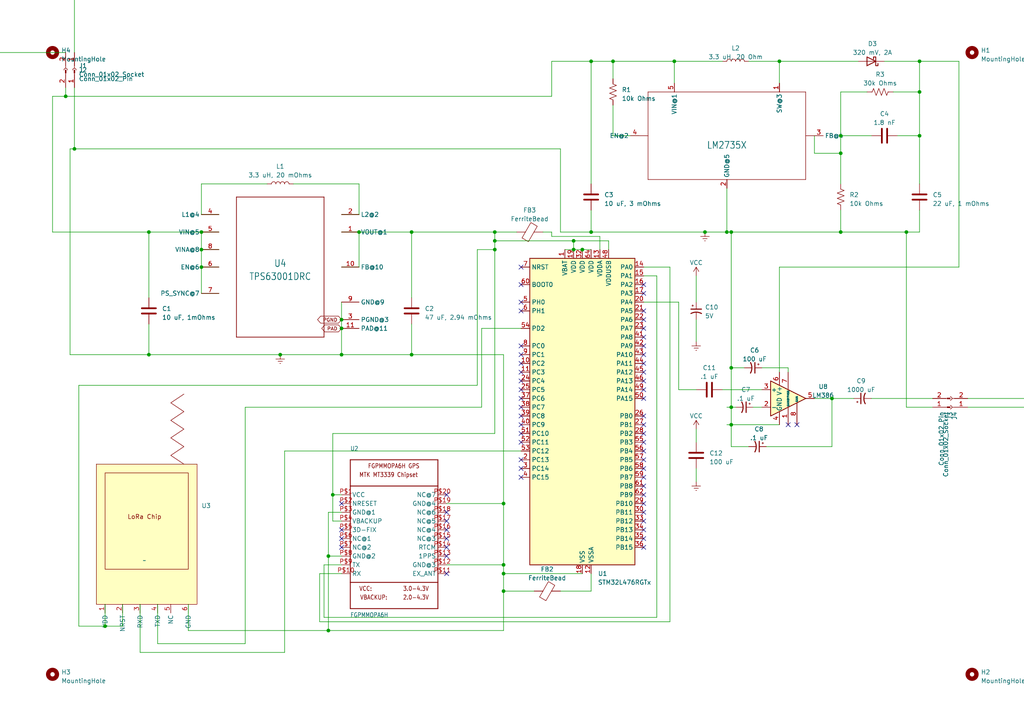
<source format=kicad_sch>
(kicad_sch (version 20230121) (generator eeschema)

  (uuid eb9a8801-b205-4599-90e8-b0089b4de1f9)

  (paper "A4")

  (lib_symbols
    (symbol "2024-09-27_13-12-28-eagle-import:LM2735XMF/NOPBLM2735XMF/NOPB" (in_bom yes) (on_board yes)
      (property "Reference" "" (at 0 3.81 0)
        (effects (font (size 2 1.7)) hide)
      )
      (property "Value" "" (at 0 -3.81 0)
        (effects (font (size 2 1.7)))
      )
      (property "Footprint" "2024-09-27_13-12-28:MF05A" (at 0 0 0)
        (effects (font (size 1.27 1.27)) hide)
      )
      (property "Datasheet" "" (at 0 0 0)
        (effects (font (size 1.27 1.27)) hide)
      )
      (property "ki_locked" "" (at 0 0 0)
        (effects (font (size 1.27 1.27)))
      )
      (symbol "LM2735XMF/NOPBLM2735XMF/NOPB_1_0"
        (polyline
          (pts
            (xy -25.4 0)
            (xy -22.86 0)
          )
          (stroke (width 0.1524) (type solid))
          (fill (type none))
        )
        (polyline
          (pts
            (xy -22.86 -12.7)
            (xy -22.86 12.7)
          )
          (stroke (width 0.1524) (type solid))
          (fill (type none))
        )
        (polyline
          (pts
            (xy -22.86 12.7)
            (xy 22.86 12.7)
          )
          (stroke (width 0.1524) (type solid))
          (fill (type none))
        )
        (polyline
          (pts
            (xy -15.24 15.24)
            (xy -15.24 12.7)
          )
          (stroke (width 0.1524) (type solid))
          (fill (type none))
        )
        (polyline
          (pts
            (xy 0 -15.24)
            (xy 0 -12.7)
          )
          (stroke (width 0.1524) (type solid))
          (fill (type none))
        )
        (polyline
          (pts
            (xy 15.24 15.24)
            (xy 15.24 12.7)
          )
          (stroke (width 0.1524) (type solid))
          (fill (type none))
        )
        (polyline
          (pts
            (xy 22.86 -12.7)
            (xy -22.86 -12.7)
          )
          (stroke (width 0.1524) (type solid))
          (fill (type none))
        )
        (polyline
          (pts
            (xy 22.86 12.7)
            (xy 22.86 -12.7)
          )
          (stroke (width 0.1524) (type solid))
          (fill (type none))
        )
        (polyline
          (pts
            (xy 25.4 0)
            (xy 22.86 0)
          )
          (stroke (width 0.1524) (type solid))
          (fill (type none))
        )
        (pin passive line (at 15.24 15.24 270) (length 2.54)
          (name "SW@3" (effects (font (size 1.27 1.27))))
          (number "1" (effects (font (size 1.27 1.27))))
        )
        (pin passive line (at 0 -15.24 90) (length 2.54)
          (name "GND@5" (effects (font (size 1.27 1.27))))
          (number "2" (effects (font (size 1.27 1.27))))
        )
        (pin passive line (at 25.4 0 0) (length 2.54)
          (name "FB@4" (effects (font (size 1.27 1.27))))
          (number "3" (effects (font (size 1.27 1.27))))
        )
        (pin passive line (at -25.4 0 180) (length 2.54)
          (name "EN@2" (effects (font (size 1.27 1.27))))
          (number "4" (effects (font (size 1.27 1.27))))
        )
        (pin passive line (at -15.24 15.24 270) (length 2.54)
          (name "VIN@1" (effects (font (size 1.27 1.27))))
          (number "5" (effects (font (size 1.27 1.27))))
        )
      )
    )
    (symbol "2024-09-27_13-12-33-eagle-import:TPS63001DRCRTPS63001DRCR" (in_bom yes) (on_board yes)
      (property "Reference" "U" (at 0 2.54 0)
        (effects (font (size 2 1.7)))
      )
      (property "Value" "" (at 0 0 0)
        (effects (font (size 2 1.7)))
      )
      (property "Footprint" "2024-09-27_13-12-33:DRC0010J" (at 0 0 0)
        (effects (font (size 1.27 1.27)) hide)
      )
      (property "Datasheet" "" (at 0 0 0)
        (effects (font (size 1.27 1.27)) hide)
      )
      (property "ki_locked" "" (at 0 0 0)
        (effects (font (size 1.27 1.27)))
      )
      (symbol "TPS63001DRCRTPS63001DRCR_1_0"
        (polyline
          (pts
            (xy -12.7 -20.32)
            (xy 12.7 -20.32)
          )
          (stroke (width 0.2032) (type solid))
          (fill (type none))
        )
        (polyline
          (pts
            (xy -12.7 20.32)
            (xy -12.7 -20.32)
          )
          (stroke (width 0.2032) (type solid))
          (fill (type none))
        )
        (polyline
          (pts
            (xy 12.7 -20.32)
            (xy 12.7 20.32)
          )
          (stroke (width 0.2032) (type solid))
          (fill (type none))
        )
        (polyline
          (pts
            (xy 12.7 20.32)
            (xy -12.7 20.32)
          )
          (stroke (width 0.2032) (type solid))
          (fill (type none))
        )
        (pin power_in line (at 17.78 10.16 0) (length 5.08)
          (name "VOUT@1" (effects (font (size 1.27 1.27))))
          (number "1" (effects (font (size 1.27 1.27))))
        )
        (pin input line (at 17.78 0 0) (length 5.08)
          (name "FB@10" (effects (font (size 1.27 1.27))))
          (number "10" (effects (font (size 1.27 1.27))))
        )
        (pin power_in line (at 17.78 -17.78 0) (length 5.08)
          (name "PAD@11" (effects (font (size 1.27 1.27))))
          (number "11" (effects (font (size 1.27 1.27))))
        )
        (pin passive line (at 17.78 15.24 0) (length 5.08)
          (name "L2@2" (effects (font (size 1.27 1.27))))
          (number "2" (effects (font (size 1.27 1.27))))
        )
        (pin power_in line (at 17.78 -15.24 0) (length 5.08)
          (name "PGND@3" (effects (font (size 1.27 1.27))))
          (number "3" (effects (font (size 1.27 1.27))))
        )
        (pin passive line (at -17.78 15.24 180) (length 5.08)
          (name "L1@4" (effects (font (size 1.27 1.27))))
          (number "4" (effects (font (size 1.27 1.27))))
        )
        (pin power_in line (at -17.78 10.16 180) (length 5.08)
          (name "VIN@5" (effects (font (size 1.27 1.27))))
          (number "5" (effects (font (size 1.27 1.27))))
        )
        (pin input line (at -17.78 0 180) (length 5.08)
          (name "EN@6" (effects (font (size 1.27 1.27))))
          (number "6" (effects (font (size 1.27 1.27))))
        )
        (pin input line (at -17.78 -7.62 180) (length 5.08)
          (name "PS_SYNC@7" (effects (font (size 1.27 1.27))))
          (number "7" (effects (font (size 1.27 1.27))))
        )
        (pin power_in line (at -17.78 5.08 180) (length 5.08)
          (name "VINA@8" (effects (font (size 1.27 1.27))))
          (number "8" (effects (font (size 1.27 1.27))))
        )
        (pin power_in line (at 17.78 -10.16 0) (length 5.08)
          (name "GND@9" (effects (font (size 1.27 1.27))))
          (number "9" (effects (font (size 1.27 1.27))))
        )
      )
    )
    (symbol "Adafruit Ultimate GPS Hat-eagle-import:GPS_FGPMMOPA6H" (in_bom yes) (on_board yes)
      (property "Reference" "U" (at -12.7 22.86 0)
        (effects (font (size 1.27 1.0795)) (justify left bottom))
      )
      (property "Value" "" (at -12.7 -25.4 0)
        (effects (font (size 1.27 1.0795)) (justify left bottom))
      )
      (property "Footprint" "Adafruit Ultimate GPS Hat:FGPMMOPA6H" (at 0 0 0)
        (effects (font (size 1.27 1.27)) hide)
      )
      (property "Datasheet" "" (at 0 0 0)
        (effects (font (size 1.27 1.27)) hide)
      )
      (property "ki_locked" "" (at 0 0 0)
        (effects (font (size 1.27 1.27)))
      )
      (symbol "GPS_FGPMMOPA6H_1_0"
        (polyline
          (pts
            (xy -12.7 -22.86)
            (xy -12.7 -15.24)
          )
          (stroke (width 0.254) (type solid))
          (fill (type none))
        )
        (polyline
          (pts
            (xy -12.7 -15.24)
            (xy -12.7 12.7)
          )
          (stroke (width 0.254) (type solid))
          (fill (type none))
        )
        (polyline
          (pts
            (xy -12.7 -15.24)
            (xy 12.7 -15.24)
          )
          (stroke (width 0.254) (type solid))
          (fill (type none))
        )
        (polyline
          (pts
            (xy -12.7 12.7)
            (xy -12.7 20.32)
          )
          (stroke (width 0.254) (type solid))
          (fill (type none))
        )
        (polyline
          (pts
            (xy -12.7 12.7)
            (xy 12.7 12.7)
          )
          (stroke (width 0.254) (type solid))
          (fill (type none))
        )
        (polyline
          (pts
            (xy -12.7 20.32)
            (xy 12.7 20.32)
          )
          (stroke (width 0.254) (type solid))
          (fill (type none))
        )
        (polyline
          (pts
            (xy 12.7 -22.86)
            (xy -12.7 -22.86)
          )
          (stroke (width 0.254) (type solid))
          (fill (type none))
        )
        (polyline
          (pts
            (xy 12.7 12.7)
            (xy 12.7 -22.86)
          )
          (stroke (width 0.254) (type solid))
          (fill (type none))
        )
        (polyline
          (pts
            (xy 12.7 20.32)
            (xy 12.7 12.7)
          )
          (stroke (width 0.254) (type solid))
          (fill (type none))
        )
        (text "2.0-4.3V" (at 2.54 -20.32 0)
          (effects (font (size 1.27 1.0795)) (justify left bottom))
        )
        (text "3.0-4.3V" (at 2.54 -17.78 0)
          (effects (font (size 1.27 1.0795)) (justify left bottom))
        )
        (text "FGPMMOPA6H GPS" (at -7.62 17.78 0)
          (effects (font (size 1.27 1.0795)) (justify left bottom))
        )
        (text "MTK MT3339 Chipset" (at -10.16 15.24 0)
          (effects (font (size 1.27 1.0795)) (justify left bottom))
        )
        (text "VBACKUP:" (at -9.906 -20.32 0)
          (effects (font (size 1.27 1.0795)) (justify left bottom))
        )
        (text "VCC:" (at -10.16 -17.78 0)
          (effects (font (size 1.27 1.0795)) (justify left bottom))
        )
        (pin bidirectional line (at -15.24 10.16 0) (length 2.54)
          (name "VCC" (effects (font (size 1.27 1.27))))
          (number "P$1" (effects (font (size 1.27 1.27))))
        )
        (pin bidirectional line (at -15.24 -12.7 0) (length 2.54)
          (name "RX" (effects (font (size 1.27 1.27))))
          (number "P$10" (effects (font (size 1.27 1.27))))
        )
        (pin bidirectional line (at 15.24 -12.7 180) (length 2.54)
          (name "EX_ANT" (effects (font (size 1.27 1.27))))
          (number "P$11" (effects (font (size 1.27 1.27))))
        )
        (pin bidirectional line (at 15.24 -10.16 180) (length 2.54)
          (name "GND@3" (effects (font (size 1.27 1.27))))
          (number "P$12" (effects (font (size 1.27 1.27))))
        )
        (pin bidirectional line (at 15.24 -7.62 180) (length 2.54)
          (name "1PPS" (effects (font (size 1.27 1.27))))
          (number "P$13" (effects (font (size 1.27 1.27))))
        )
        (pin bidirectional line (at 15.24 -5.08 180) (length 2.54)
          (name "RTCM" (effects (font (size 1.27 1.27))))
          (number "P$14" (effects (font (size 1.27 1.27))))
        )
        (pin bidirectional line (at 15.24 -2.54 180) (length 2.54)
          (name "NC@3" (effects (font (size 1.27 1.27))))
          (number "P$15" (effects (font (size 1.27 1.27))))
        )
        (pin bidirectional line (at 15.24 0 180) (length 2.54)
          (name "NC@4" (effects (font (size 1.27 1.27))))
          (number "P$16" (effects (font (size 1.27 1.27))))
        )
        (pin bidirectional line (at 15.24 2.54 180) (length 2.54)
          (name "NC@5" (effects (font (size 1.27 1.27))))
          (number "P$17" (effects (font (size 1.27 1.27))))
        )
        (pin bidirectional line (at 15.24 5.08 180) (length 2.54)
          (name "NC@6" (effects (font (size 1.27 1.27))))
          (number "P$18" (effects (font (size 1.27 1.27))))
        )
        (pin bidirectional line (at 15.24 7.62 180) (length 2.54)
          (name "GND@4" (effects (font (size 1.27 1.27))))
          (number "P$19" (effects (font (size 1.27 1.27))))
        )
        (pin bidirectional line (at -15.24 7.62 0) (length 2.54)
          (name "NRESET" (effects (font (size 1.27 1.27))))
          (number "P$2" (effects (font (size 1.27 1.27))))
        )
        (pin bidirectional line (at 15.24 10.16 180) (length 2.54)
          (name "NC@7" (effects (font (size 1.27 1.27))))
          (number "P$20" (effects (font (size 1.27 1.27))))
        )
        (pin bidirectional line (at -15.24 5.08 0) (length 2.54)
          (name "GND@1" (effects (font (size 1.27 1.27))))
          (number "P$3" (effects (font (size 1.27 1.27))))
        )
        (pin bidirectional line (at -15.24 2.54 0) (length 2.54)
          (name "VBACKUP" (effects (font (size 1.27 1.27))))
          (number "P$4" (effects (font (size 1.27 1.27))))
        )
        (pin bidirectional line (at -15.24 0 0) (length 2.54)
          (name "3D-FIX" (effects (font (size 1.27 1.27))))
          (number "P$5" (effects (font (size 1.27 1.27))))
        )
        (pin bidirectional line (at -15.24 -2.54 0) (length 2.54)
          (name "NC@1" (effects (font (size 1.27 1.27))))
          (number "P$6" (effects (font (size 1.27 1.27))))
        )
        (pin bidirectional line (at -15.24 -5.08 0) (length 2.54)
          (name "NC@2" (effects (font (size 1.27 1.27))))
          (number "P$7" (effects (font (size 1.27 1.27))))
        )
        (pin bidirectional line (at -15.24 -7.62 0) (length 2.54)
          (name "GND@2" (effects (font (size 1.27 1.27))))
          (number "P$8" (effects (font (size 1.27 1.27))))
        )
        (pin bidirectional line (at -15.24 -10.16 0) (length 2.54)
          (name "TX" (effects (font (size 1.27 1.27))))
          (number "P$9" (effects (font (size 1.27 1.27))))
        )
      )
    )
    (symbol "Amplifier_Audio:LM386" (pin_names (offset 0.127)) (in_bom yes) (on_board yes)
      (property "Reference" "U" (at 1.27 7.62 0)
        (effects (font (size 1.27 1.27)) (justify left))
      )
      (property "Value" "LM386" (at 1.27 5.08 0)
        (effects (font (size 1.27 1.27)) (justify left))
      )
      (property "Footprint" "" (at 2.54 2.54 0)
        (effects (font (size 1.27 1.27)) hide)
      )
      (property "Datasheet" "http://www.ti.com/lit/ds/symlink/lm386.pdf" (at 5.08 5.08 0)
        (effects (font (size 1.27 1.27)) hide)
      )
      (property "ki_keywords" "single Power opamp" (at 0 0 0)
        (effects (font (size 1.27 1.27)) hide)
      )
      (property "ki_description" "Low Voltage Audio Power Amplifier, DIP-8/SOIC-8/SSOP-8" (at 0 0 0)
        (effects (font (size 1.27 1.27)) hide)
      )
      (property "ki_fp_filters" "SOIC*3.9x4.9mm*P1.27mm* DIP*W7.62mm* MSSOP*P0.65mm* TSSOP*3x3mm*P0.5mm*" (at 0 0 0)
        (effects (font (size 1.27 1.27)) hide)
      )
      (symbol "LM386_0_1"
        (polyline
          (pts
            (xy 5.08 0)
            (xy -5.08 5.08)
            (xy -5.08 -5.08)
            (xy 5.08 0)
          )
          (stroke (width 0.254) (type default))
          (fill (type background))
        )
      )
      (symbol "LM386_1_1"
        (pin input line (at 0 -7.62 90) (length 5.08)
          (name "GAIN" (effects (font (size 0.508 0.508))))
          (number "1" (effects (font (size 1.27 1.27))))
        )
        (pin input line (at -7.62 -2.54 0) (length 2.54)
          (name "-" (effects (font (size 1.27 1.27))))
          (number "2" (effects (font (size 1.27 1.27))))
        )
        (pin input line (at -7.62 2.54 0) (length 2.54)
          (name "+" (effects (font (size 1.27 1.27))))
          (number "3" (effects (font (size 1.27 1.27))))
        )
        (pin power_in line (at -2.54 -7.62 90) (length 3.81)
          (name "GND" (effects (font (size 1.27 1.27))))
          (number "4" (effects (font (size 1.27 1.27))))
        )
        (pin output line (at 7.62 0 180) (length 2.54)
          (name "~" (effects (font (size 1.27 1.27))))
          (number "5" (effects (font (size 1.27 1.27))))
        )
        (pin power_in line (at -2.54 7.62 270) (length 3.81)
          (name "V+" (effects (font (size 1.27 1.27))))
          (number "6" (effects (font (size 1.27 1.27))))
        )
        (pin input line (at 0 7.62 270) (length 5.08)
          (name "BYPASS" (effects (font (size 0.508 0.508))))
          (number "7" (effects (font (size 1.27 1.27))))
        )
        (pin input line (at 2.54 -7.62 90) (length 6.35)
          (name "GAIN" (effects (font (size 0.508 0.508))))
          (number "8" (effects (font (size 1.27 1.27))))
        )
      )
    )
    (symbol "Connector:Conn_01x02_Pin" (pin_names (offset 1.016) hide) (in_bom yes) (on_board yes)
      (property "Reference" "J" (at 0 2.54 0)
        (effects (font (size 1.27 1.27)))
      )
      (property "Value" "Conn_01x02_Pin" (at 0 -5.08 0)
        (effects (font (size 1.27 1.27)))
      )
      (property "Footprint" "" (at 0 0 0)
        (effects (font (size 1.27 1.27)) hide)
      )
      (property "Datasheet" "~" (at 0 0 0)
        (effects (font (size 1.27 1.27)) hide)
      )
      (property "ki_locked" "" (at 0 0 0)
        (effects (font (size 1.27 1.27)))
      )
      (property "ki_keywords" "connector" (at 0 0 0)
        (effects (font (size 1.27 1.27)) hide)
      )
      (property "ki_description" "Generic connector, single row, 01x02, script generated" (at 0 0 0)
        (effects (font (size 1.27 1.27)) hide)
      )
      (property "ki_fp_filters" "Connector*:*_1x??_*" (at 0 0 0)
        (effects (font (size 1.27 1.27)) hide)
      )
      (symbol "Conn_01x02_Pin_1_1"
        (polyline
          (pts
            (xy 1.27 -2.54)
            (xy 0.8636 -2.54)
          )
          (stroke (width 0.1524) (type default))
          (fill (type none))
        )
        (polyline
          (pts
            (xy 1.27 0)
            (xy 0.8636 0)
          )
          (stroke (width 0.1524) (type default))
          (fill (type none))
        )
        (rectangle (start 0.8636 -2.413) (end 0 -2.667)
          (stroke (width 0.1524) (type default))
          (fill (type outline))
        )
        (rectangle (start 0.8636 0.127) (end 0 -0.127)
          (stroke (width 0.1524) (type default))
          (fill (type outline))
        )
        (pin passive line (at 5.08 0 180) (length 3.81)
          (name "Pin_1" (effects (font (size 1.27 1.27))))
          (number "1" (effects (font (size 1.27 1.27))))
        )
        (pin passive line (at 5.08 -2.54 180) (length 3.81)
          (name "Pin_2" (effects (font (size 1.27 1.27))))
          (number "2" (effects (font (size 1.27 1.27))))
        )
      )
    )
    (symbol "Connector:Conn_01x02_Socket" (pin_names (offset 1.016) hide) (in_bom yes) (on_board yes)
      (property "Reference" "J" (at 0 2.54 0)
        (effects (font (size 1.27 1.27)))
      )
      (property "Value" "Conn_01x02_Socket" (at 0 -5.08 0)
        (effects (font (size 1.27 1.27)))
      )
      (property "Footprint" "" (at 0 0 0)
        (effects (font (size 1.27 1.27)) hide)
      )
      (property "Datasheet" "~" (at 0 0 0)
        (effects (font (size 1.27 1.27)) hide)
      )
      (property "ki_locked" "" (at 0 0 0)
        (effects (font (size 1.27 1.27)))
      )
      (property "ki_keywords" "connector" (at 0 0 0)
        (effects (font (size 1.27 1.27)) hide)
      )
      (property "ki_description" "Generic connector, single row, 01x02, script generated" (at 0 0 0)
        (effects (font (size 1.27 1.27)) hide)
      )
      (property "ki_fp_filters" "Connector*:*_1x??_*" (at 0 0 0)
        (effects (font (size 1.27 1.27)) hide)
      )
      (symbol "Conn_01x02_Socket_1_1"
        (arc (start 0 -2.032) (mid -0.5058 -2.54) (end 0 -3.048)
          (stroke (width 0.1524) (type default))
          (fill (type none))
        )
        (polyline
          (pts
            (xy -1.27 -2.54)
            (xy -0.508 -2.54)
          )
          (stroke (width 0.1524) (type default))
          (fill (type none))
        )
        (polyline
          (pts
            (xy -1.27 0)
            (xy -0.508 0)
          )
          (stroke (width 0.1524) (type default))
          (fill (type none))
        )
        (arc (start 0 0.508) (mid -0.5058 0) (end 0 -0.508)
          (stroke (width 0.1524) (type default))
          (fill (type none))
        )
        (pin passive line (at -5.08 0 0) (length 3.81)
          (name "Pin_1" (effects (font (size 1.27 1.27))))
          (number "1" (effects (font (size 1.27 1.27))))
        )
        (pin passive line (at -5.08 -2.54 0) (length 3.81)
          (name "Pin_2" (effects (font (size 1.27 1.27))))
          (number "2" (effects (font (size 1.27 1.27))))
        )
      )
    )
    (symbol "Device:Battery_Cell" (pin_numbers hide) (pin_names (offset 0) hide) (in_bom yes) (on_board yes)
      (property "Reference" "BT" (at 2.54 2.54 0)
        (effects (font (size 1.27 1.27)) (justify left))
      )
      (property "Value" "Battery_Cell" (at 2.54 0 0)
        (effects (font (size 1.27 1.27)) (justify left))
      )
      (property "Footprint" "" (at 0 1.524 90)
        (effects (font (size 1.27 1.27)) hide)
      )
      (property "Datasheet" "~" (at 0 1.524 90)
        (effects (font (size 1.27 1.27)) hide)
      )
      (property "ki_keywords" "battery cell" (at 0 0 0)
        (effects (font (size 1.27 1.27)) hide)
      )
      (property "ki_description" "Single-cell battery" (at 0 0 0)
        (effects (font (size 1.27 1.27)) hide)
      )
      (symbol "Battery_Cell_0_1"
        (rectangle (start -2.286 1.778) (end 2.286 1.524)
          (stroke (width 0) (type default))
          (fill (type outline))
        )
        (rectangle (start -1.5748 1.1938) (end 1.4732 0.6858)
          (stroke (width 0) (type default))
          (fill (type outline))
        )
        (polyline
          (pts
            (xy 0 0.762)
            (xy 0 0)
          )
          (stroke (width 0) (type default))
          (fill (type none))
        )
        (polyline
          (pts
            (xy 0 1.778)
            (xy 0 2.54)
          )
          (stroke (width 0) (type default))
          (fill (type none))
        )
        (polyline
          (pts
            (xy 0.508 3.429)
            (xy 1.524 3.429)
          )
          (stroke (width 0.254) (type default))
          (fill (type none))
        )
        (polyline
          (pts
            (xy 1.016 3.937)
            (xy 1.016 2.921)
          )
          (stroke (width 0.254) (type default))
          (fill (type none))
        )
      )
      (symbol "Battery_Cell_1_1"
        (pin passive line (at 0 5.08 270) (length 2.54)
          (name "+" (effects (font (size 1.27 1.27))))
          (number "1" (effects (font (size 1.27 1.27))))
        )
        (pin passive line (at 0 -2.54 90) (length 2.54)
          (name "-" (effects (font (size 1.27 1.27))))
          (number "2" (effects (font (size 1.27 1.27))))
        )
      )
    )
    (symbol "Device:C" (pin_numbers hide) (pin_names (offset 0.254)) (in_bom yes) (on_board yes)
      (property "Reference" "C" (at 0.635 2.54 0)
        (effects (font (size 1.27 1.27)) (justify left))
      )
      (property "Value" "C" (at 0.635 -2.54 0)
        (effects (font (size 1.27 1.27)) (justify left))
      )
      (property "Footprint" "" (at 0.9652 -3.81 0)
        (effects (font (size 1.27 1.27)) hide)
      )
      (property "Datasheet" "~" (at 0 0 0)
        (effects (font (size 1.27 1.27)) hide)
      )
      (property "ki_keywords" "cap capacitor" (at 0 0 0)
        (effects (font (size 1.27 1.27)) hide)
      )
      (property "ki_description" "Unpolarized capacitor" (at 0 0 0)
        (effects (font (size 1.27 1.27)) hide)
      )
      (property "ki_fp_filters" "C_*" (at 0 0 0)
        (effects (font (size 1.27 1.27)) hide)
      )
      (symbol "C_0_1"
        (polyline
          (pts
            (xy -2.032 -0.762)
            (xy 2.032 -0.762)
          )
          (stroke (width 0.508) (type default))
          (fill (type none))
        )
        (polyline
          (pts
            (xy -2.032 0.762)
            (xy 2.032 0.762)
          )
          (stroke (width 0.508) (type default))
          (fill (type none))
        )
      )
      (symbol "C_1_1"
        (pin passive line (at 0 3.81 270) (length 2.794)
          (name "~" (effects (font (size 1.27 1.27))))
          (number "1" (effects (font (size 1.27 1.27))))
        )
        (pin passive line (at 0 -3.81 90) (length 2.794)
          (name "~" (effects (font (size 1.27 1.27))))
          (number "2" (effects (font (size 1.27 1.27))))
        )
      )
    )
    (symbol "Device:C_Polarized_Small_US" (pin_numbers hide) (pin_names (offset 0.254) hide) (in_bom yes) (on_board yes)
      (property "Reference" "C" (at 0.254 1.778 0)
        (effects (font (size 1.27 1.27)) (justify left))
      )
      (property "Value" "C_Polarized_Small_US" (at 0.254 -2.032 0)
        (effects (font (size 1.27 1.27)) (justify left))
      )
      (property "Footprint" "" (at 0 0 0)
        (effects (font (size 1.27 1.27)) hide)
      )
      (property "Datasheet" "~" (at 0 0 0)
        (effects (font (size 1.27 1.27)) hide)
      )
      (property "ki_keywords" "cap capacitor" (at 0 0 0)
        (effects (font (size 1.27 1.27)) hide)
      )
      (property "ki_description" "Polarized capacitor, small US symbol" (at 0 0 0)
        (effects (font (size 1.27 1.27)) hide)
      )
      (property "ki_fp_filters" "CP_*" (at 0 0 0)
        (effects (font (size 1.27 1.27)) hide)
      )
      (symbol "C_Polarized_Small_US_0_1"
        (polyline
          (pts
            (xy -1.524 0.508)
            (xy 1.524 0.508)
          )
          (stroke (width 0.3048) (type default))
          (fill (type none))
        )
        (polyline
          (pts
            (xy -1.27 1.524)
            (xy -0.762 1.524)
          )
          (stroke (width 0) (type default))
          (fill (type none))
        )
        (polyline
          (pts
            (xy -1.016 1.27)
            (xy -1.016 1.778)
          )
          (stroke (width 0) (type default))
          (fill (type none))
        )
        (arc (start 1.524 -0.762) (mid 0 -0.3734) (end -1.524 -0.762)
          (stroke (width 0.3048) (type default))
          (fill (type none))
        )
      )
      (symbol "C_Polarized_Small_US_1_1"
        (pin passive line (at 0 2.54 270) (length 2.032)
          (name "~" (effects (font (size 1.27 1.27))))
          (number "1" (effects (font (size 1.27 1.27))))
        )
        (pin passive line (at 0 -2.54 90) (length 2.032)
          (name "~" (effects (font (size 1.27 1.27))))
          (number "2" (effects (font (size 1.27 1.27))))
        )
      )
    )
    (symbol "Device:D" (pin_numbers hide) (pin_names (offset 1.016) hide) (in_bom yes) (on_board yes)
      (property "Reference" "D" (at 0 2.54 0)
        (effects (font (size 1.27 1.27)))
      )
      (property "Value" "D" (at 0 -2.54 0)
        (effects (font (size 1.27 1.27)))
      )
      (property "Footprint" "" (at 0 0 0)
        (effects (font (size 1.27 1.27)) hide)
      )
      (property "Datasheet" "~" (at 0 0 0)
        (effects (font (size 1.27 1.27)) hide)
      )
      (property "Sim.Device" "D" (at 0 0 0)
        (effects (font (size 1.27 1.27)) hide)
      )
      (property "Sim.Pins" "1=K 2=A" (at 0 0 0)
        (effects (font (size 1.27 1.27)) hide)
      )
      (property "ki_keywords" "diode" (at 0 0 0)
        (effects (font (size 1.27 1.27)) hide)
      )
      (property "ki_description" "Diode" (at 0 0 0)
        (effects (font (size 1.27 1.27)) hide)
      )
      (property "ki_fp_filters" "TO-???* *_Diode_* *SingleDiode* D_*" (at 0 0 0)
        (effects (font (size 1.27 1.27)) hide)
      )
      (symbol "D_0_1"
        (polyline
          (pts
            (xy -1.27 1.27)
            (xy -1.27 -1.27)
          )
          (stroke (width 0.254) (type default))
          (fill (type none))
        )
        (polyline
          (pts
            (xy 1.27 0)
            (xy -1.27 0)
          )
          (stroke (width 0) (type default))
          (fill (type none))
        )
        (polyline
          (pts
            (xy 1.27 1.27)
            (xy 1.27 -1.27)
            (xy -1.27 0)
            (xy 1.27 1.27)
          )
          (stroke (width 0.254) (type default))
          (fill (type none))
        )
      )
      (symbol "D_1_1"
        (pin passive line (at -3.81 0 0) (length 2.54)
          (name "K" (effects (font (size 1.27 1.27))))
          (number "1" (effects (font (size 1.27 1.27))))
        )
        (pin passive line (at 3.81 0 180) (length 2.54)
          (name "A" (effects (font (size 1.27 1.27))))
          (number "2" (effects (font (size 1.27 1.27))))
        )
      )
    )
    (symbol "Device:D_Schottky" (pin_numbers hide) (pin_names (offset 1.016) hide) (in_bom yes) (on_board yes)
      (property "Reference" "D" (at 0 2.54 0)
        (effects (font (size 1.27 1.27)))
      )
      (property "Value" "D_Schottky" (at 0 -2.54 0)
        (effects (font (size 1.27 1.27)))
      )
      (property "Footprint" "" (at 0 0 0)
        (effects (font (size 1.27 1.27)) hide)
      )
      (property "Datasheet" "~" (at 0 0 0)
        (effects (font (size 1.27 1.27)) hide)
      )
      (property "ki_keywords" "diode Schottky" (at 0 0 0)
        (effects (font (size 1.27 1.27)) hide)
      )
      (property "ki_description" "Schottky diode" (at 0 0 0)
        (effects (font (size 1.27 1.27)) hide)
      )
      (property "ki_fp_filters" "TO-???* *_Diode_* *SingleDiode* D_*" (at 0 0 0)
        (effects (font (size 1.27 1.27)) hide)
      )
      (symbol "D_Schottky_0_1"
        (polyline
          (pts
            (xy 1.27 0)
            (xy -1.27 0)
          )
          (stroke (width 0) (type default))
          (fill (type none))
        )
        (polyline
          (pts
            (xy 1.27 1.27)
            (xy 1.27 -1.27)
            (xy -1.27 0)
            (xy 1.27 1.27)
          )
          (stroke (width 0.254) (type default))
          (fill (type none))
        )
        (polyline
          (pts
            (xy -1.905 0.635)
            (xy -1.905 1.27)
            (xy -1.27 1.27)
            (xy -1.27 -1.27)
            (xy -0.635 -1.27)
            (xy -0.635 -0.635)
          )
          (stroke (width 0.254) (type default))
          (fill (type none))
        )
      )
      (symbol "D_Schottky_1_1"
        (pin passive line (at -3.81 0 0) (length 2.54)
          (name "K" (effects (font (size 1.27 1.27))))
          (number "1" (effects (font (size 1.27 1.27))))
        )
        (pin passive line (at 3.81 0 180) (length 2.54)
          (name "A" (effects (font (size 1.27 1.27))))
          (number "2" (effects (font (size 1.27 1.27))))
        )
      )
    )
    (symbol "Device:FerriteBead" (pin_numbers hide) (pin_names (offset 0)) (in_bom yes) (on_board yes)
      (property "Reference" "FB" (at -3.81 0.635 90)
        (effects (font (size 1.27 1.27)))
      )
      (property "Value" "FerriteBead" (at 3.81 0 90)
        (effects (font (size 1.27 1.27)))
      )
      (property "Footprint" "" (at -1.778 0 90)
        (effects (font (size 1.27 1.27)) hide)
      )
      (property "Datasheet" "~" (at 0 0 0)
        (effects (font (size 1.27 1.27)) hide)
      )
      (property "ki_keywords" "L ferrite bead inductor filter" (at 0 0 0)
        (effects (font (size 1.27 1.27)) hide)
      )
      (property "ki_description" "Ferrite bead" (at 0 0 0)
        (effects (font (size 1.27 1.27)) hide)
      )
      (property "ki_fp_filters" "Inductor_* L_* *Ferrite*" (at 0 0 0)
        (effects (font (size 1.27 1.27)) hide)
      )
      (symbol "FerriteBead_0_1"
        (polyline
          (pts
            (xy 0 -1.27)
            (xy 0 -1.2192)
          )
          (stroke (width 0) (type default))
          (fill (type none))
        )
        (polyline
          (pts
            (xy 0 1.27)
            (xy 0 1.2954)
          )
          (stroke (width 0) (type default))
          (fill (type none))
        )
        (polyline
          (pts
            (xy -2.7686 0.4064)
            (xy -1.7018 2.2606)
            (xy 2.7686 -0.3048)
            (xy 1.6764 -2.159)
            (xy -2.7686 0.4064)
          )
          (stroke (width 0) (type default))
          (fill (type none))
        )
      )
      (symbol "FerriteBead_1_1"
        (pin passive line (at 0 3.81 270) (length 2.54)
          (name "~" (effects (font (size 1.27 1.27))))
          (number "1" (effects (font (size 1.27 1.27))))
        )
        (pin passive line (at 0 -3.81 90) (length 2.54)
          (name "~" (effects (font (size 1.27 1.27))))
          (number "2" (effects (font (size 1.27 1.27))))
        )
      )
    )
    (symbol "Device:L" (pin_numbers hide) (pin_names (offset 1.016) hide) (in_bom yes) (on_board yes)
      (property "Reference" "L" (at -1.27 0 90)
        (effects (font (size 1.27 1.27)))
      )
      (property "Value" "L" (at 1.905 0 90)
        (effects (font (size 1.27 1.27)))
      )
      (property "Footprint" "" (at 0 0 0)
        (effects (font (size 1.27 1.27)) hide)
      )
      (property "Datasheet" "~" (at 0 0 0)
        (effects (font (size 1.27 1.27)) hide)
      )
      (property "ki_keywords" "inductor choke coil reactor magnetic" (at 0 0 0)
        (effects (font (size 1.27 1.27)) hide)
      )
      (property "ki_description" "Inductor" (at 0 0 0)
        (effects (font (size 1.27 1.27)) hide)
      )
      (property "ki_fp_filters" "Choke_* *Coil* Inductor_* L_*" (at 0 0 0)
        (effects (font (size 1.27 1.27)) hide)
      )
      (symbol "L_0_1"
        (arc (start 0 -2.54) (mid 0.6323 -1.905) (end 0 -1.27)
          (stroke (width 0) (type default))
          (fill (type none))
        )
        (arc (start 0 -1.27) (mid 0.6323 -0.635) (end 0 0)
          (stroke (width 0) (type default))
          (fill (type none))
        )
        (arc (start 0 0) (mid 0.6323 0.635) (end 0 1.27)
          (stroke (width 0) (type default))
          (fill (type none))
        )
        (arc (start 0 1.27) (mid 0.6323 1.905) (end 0 2.54)
          (stroke (width 0) (type default))
          (fill (type none))
        )
      )
      (symbol "L_1_1"
        (pin passive line (at 0 3.81 270) (length 1.27)
          (name "1" (effects (font (size 1.27 1.27))))
          (number "1" (effects (font (size 1.27 1.27))))
        )
        (pin passive line (at 0 -3.81 90) (length 1.27)
          (name "2" (effects (font (size 1.27 1.27))))
          (number "2" (effects (font (size 1.27 1.27))))
        )
      )
    )
    (symbol "Device:R_US" (pin_numbers hide) (pin_names (offset 0)) (in_bom yes) (on_board yes)
      (property "Reference" "R" (at 2.54 0 90)
        (effects (font (size 1.27 1.27)))
      )
      (property "Value" "R_US" (at -2.54 0 90)
        (effects (font (size 1.27 1.27)))
      )
      (property "Footprint" "" (at 1.016 -0.254 90)
        (effects (font (size 1.27 1.27)) hide)
      )
      (property "Datasheet" "~" (at 0 0 0)
        (effects (font (size 1.27 1.27)) hide)
      )
      (property "ki_keywords" "R res resistor" (at 0 0 0)
        (effects (font (size 1.27 1.27)) hide)
      )
      (property "ki_description" "Resistor, US symbol" (at 0 0 0)
        (effects (font (size 1.27 1.27)) hide)
      )
      (property "ki_fp_filters" "R_*" (at 0 0 0)
        (effects (font (size 1.27 1.27)) hide)
      )
      (symbol "R_US_0_1"
        (polyline
          (pts
            (xy 0 -2.286)
            (xy 0 -2.54)
          )
          (stroke (width 0) (type default))
          (fill (type none))
        )
        (polyline
          (pts
            (xy 0 2.286)
            (xy 0 2.54)
          )
          (stroke (width 0) (type default))
          (fill (type none))
        )
        (polyline
          (pts
            (xy 0 -0.762)
            (xy 1.016 -1.143)
            (xy 0 -1.524)
            (xy -1.016 -1.905)
            (xy 0 -2.286)
          )
          (stroke (width 0) (type default))
          (fill (type none))
        )
        (polyline
          (pts
            (xy 0 0.762)
            (xy 1.016 0.381)
            (xy 0 0)
            (xy -1.016 -0.381)
            (xy 0 -0.762)
          )
          (stroke (width 0) (type default))
          (fill (type none))
        )
        (polyline
          (pts
            (xy 0 2.286)
            (xy 1.016 1.905)
            (xy 0 1.524)
            (xy -1.016 1.143)
            (xy 0 0.762)
          )
          (stroke (width 0) (type default))
          (fill (type none))
        )
      )
      (symbol "R_US_1_1"
        (pin passive line (at 0 3.81 270) (length 1.27)
          (name "~" (effects (font (size 1.27 1.27))))
          (number "1" (effects (font (size 1.27 1.27))))
        )
        (pin passive line (at 0 -3.81 90) (length 1.27)
          (name "~" (effects (font (size 1.27 1.27))))
          (number "2" (effects (font (size 1.27 1.27))))
        )
      )
    )
    (symbol "Device:Speaker" (pin_names (offset 0) hide) (in_bom yes) (on_board yes)
      (property "Reference" "LS" (at 1.27 5.715 0)
        (effects (font (size 1.27 1.27)) (justify right))
      )
      (property "Value" "Speaker" (at 1.27 3.81 0)
        (effects (font (size 1.27 1.27)) (justify right))
      )
      (property "Footprint" "" (at 0 -5.08 0)
        (effects (font (size 1.27 1.27)) hide)
      )
      (property "Datasheet" "~" (at -0.254 -1.27 0)
        (effects (font (size 1.27 1.27)) hide)
      )
      (property "ki_keywords" "speaker sound" (at 0 0 0)
        (effects (font (size 1.27 1.27)) hide)
      )
      (property "ki_description" "Speaker" (at 0 0 0)
        (effects (font (size 1.27 1.27)) hide)
      )
      (symbol "Speaker_0_0"
        (rectangle (start -2.54 1.27) (end 1.016 -3.81)
          (stroke (width 0.254) (type default))
          (fill (type none))
        )
        (polyline
          (pts
            (xy 1.016 1.27)
            (xy 3.556 3.81)
            (xy 3.556 -6.35)
            (xy 1.016 -3.81)
          )
          (stroke (width 0.254) (type default))
          (fill (type none))
        )
      )
      (symbol "Speaker_1_1"
        (pin input line (at -5.08 0 0) (length 2.54)
          (name "1" (effects (font (size 1.27 1.27))))
          (number "1" (effects (font (size 1.27 1.27))))
        )
        (pin input line (at -5.08 -2.54 0) (length 2.54)
          (name "2" (effects (font (size 1.27 1.27))))
          (number "2" (effects (font (size 1.27 1.27))))
        )
      )
    )
    (symbol "LoRa Chip:RYLR896" (in_bom yes) (on_board yes)
      (property "Reference" "U" (at 0 0 0)
        (effects (font (size 1.27 1.27)))
      )
      (property "Value" "" (at 0 0 0)
        (effects (font (size 1.27 1.27)))
      )
      (property "Footprint" "" (at 0 0 0)
        (effects (font (size 1.27 1.27)) hide)
      )
      (property "Datasheet" "" (at 0 0 0)
        (effects (font (size 1.27 1.27)) hide)
      )
      (symbol "RYLR896_0_1"
        (rectangle (start -13.97 27.94) (end 15.24 -12.7)
          (stroke (width 0) (type default))
          (fill (type background))
        )
        (rectangle (start -11.43 25.4) (end 12.7 -2.54)
          (stroke (width 0) (type default))
          (fill (type none))
        )
        (polyline
          (pts
            (xy 11.43 27.94)
            (xy 7.62 30.48)
            (xy 11.43 33.02)
            (xy 7.62 35.56)
            (xy 11.43 38.1)
            (xy 7.62 40.64)
            (xy 11.43 43.18)
            (xy 7.62 45.72)
            (xy 11.43 48.26)
          )
          (stroke (width 0) (type default))
          (fill (type none))
        )
        (text "LoRa Chip" (at 0 12.7 0)
          (effects (font (size 1.27 1.27)))
        )
      )
      (symbol "RYLR896_1_1"
        (pin power_in line (at -11.43 -12.7 270) (length 2.54)
          (name "VDD" (effects (font (size 1.27 1.27))))
          (number "1" (effects (font (size 1.27 1.27))))
        )
        (pin input line (at -6.35 -12.7 270) (length 2.54)
          (name "NRST" (effects (font (size 1.27 1.27))))
          (number "2" (effects (font (size 1.27 1.27))))
        )
        (pin input line (at -1.27 -12.7 270) (length 2.54)
          (name "RXD" (effects (font (size 1.27 1.27))))
          (number "3" (effects (font (size 1.27 1.27))))
        )
        (pin output line (at 3.81 -12.7 270) (length 2.54)
          (name "TXD" (effects (font (size 1.27 1.27))))
          (number "4" (effects (font (size 1.27 1.27))))
        )
        (pin free line (at 7.62 -12.7 270) (length 2.54)
          (name "NC" (effects (font (size 1.27 1.27))))
          (number "5" (effects (font (size 1.27 1.27))))
        )
        (pin power_out line (at 12.7 -12.7 270) (length 2.54)
          (name "GND" (effects (font (size 1.27 1.27))))
          (number "6" (effects (font (size 1.27 1.27))))
        )
      )
    )
    (symbol "MCU_ST_STM32L4:STM32L476RGTx" (in_bom yes) (on_board yes)
      (property "Reference" "U" (at -15.24 46.99 0)
        (effects (font (size 1.27 1.27)) (justify left))
      )
      (property "Value" "STM32L476RGTx" (at 10.16 46.99 0)
        (effects (font (size 1.27 1.27)) (justify left))
      )
      (property "Footprint" "Package_QFP:LQFP-64_10x10mm_P0.5mm" (at -15.24 -43.18 0)
        (effects (font (size 1.27 1.27)) (justify right) hide)
      )
      (property "Datasheet" "https://www.st.com/resource/en/datasheet/stm32l476rg.pdf" (at 0 0 0)
        (effects (font (size 1.27 1.27)) hide)
      )
      (property "ki_locked" "" (at 0 0 0)
        (effects (font (size 1.27 1.27)))
      )
      (property "ki_keywords" "Arm Cortex-M4 STM32L4 STM32L4x6" (at 0 0 0)
        (effects (font (size 1.27 1.27)) hide)
      )
      (property "ki_description" "STMicroelectronics Arm Cortex-M4 MCU, 1024KB flash, 128KB RAM, 80 MHz, 1.71-3.6V, 51 GPIO, LQFP64" (at 0 0 0)
        (effects (font (size 1.27 1.27)) hide)
      )
      (property "ki_fp_filters" "LQFP*10x10mm*P0.5mm*" (at 0 0 0)
        (effects (font (size 1.27 1.27)) hide)
      )
      (symbol "STM32L476RGTx_0_1"
        (rectangle (start -15.24 -43.18) (end 15.24 45.72)
          (stroke (width 0.254) (type default))
          (fill (type background))
        )
      )
      (symbol "STM32L476RGTx_1_1"
        (pin power_in line (at -5.08 48.26 270) (length 2.54)
          (name "VBAT" (effects (font (size 1.27 1.27))))
          (number "1" (effects (font (size 1.27 1.27))))
        )
        (pin bidirectional line (at -17.78 15.24 0) (length 2.54)
          (name "PC2" (effects (font (size 1.27 1.27))))
          (number "10" (effects (font (size 1.27 1.27))))
          (alternate "ADC1_IN3" bidirectional line)
          (alternate "ADC2_IN3" bidirectional line)
          (alternate "ADC3_IN3" bidirectional line)
          (alternate "DFSDM1_CKOUT" bidirectional line)
          (alternate "LCD_SEG20" bidirectional line)
          (alternate "LPTIM1_IN2" bidirectional line)
          (alternate "SPI2_MISO" bidirectional line)
        )
        (pin bidirectional line (at -17.78 12.7 0) (length 2.54)
          (name "PC3" (effects (font (size 1.27 1.27))))
          (number "11" (effects (font (size 1.27 1.27))))
          (alternate "ADC1_IN4" bidirectional line)
          (alternate "ADC2_IN4" bidirectional line)
          (alternate "ADC3_IN4" bidirectional line)
          (alternate "LCD_VLCD" bidirectional line)
          (alternate "LPTIM1_ETR" bidirectional line)
          (alternate "LPTIM2_ETR" bidirectional line)
          (alternate "SAI1_SD_A" bidirectional line)
          (alternate "SPI2_MOSI" bidirectional line)
        )
        (pin power_in line (at 2.54 -45.72 90) (length 2.54)
          (name "VSSA" (effects (font (size 1.27 1.27))))
          (number "12" (effects (font (size 1.27 1.27))))
        )
        (pin power_in line (at 5.08 48.26 270) (length 2.54)
          (name "VDDA" (effects (font (size 1.27 1.27))))
          (number "13" (effects (font (size 1.27 1.27))))
        )
        (pin bidirectional line (at 17.78 43.18 180) (length 2.54)
          (name "PA0" (effects (font (size 1.27 1.27))))
          (number "14" (effects (font (size 1.27 1.27))))
          (alternate "ADC1_IN5" bidirectional line)
          (alternate "ADC2_IN5" bidirectional line)
          (alternate "OPAMP1_VINP" bidirectional line)
          (alternate "RTC_TAMP2" bidirectional line)
          (alternate "SAI1_EXTCLK" bidirectional line)
          (alternate "SYS_WKUP1" bidirectional line)
          (alternate "TIM2_CH1" bidirectional line)
          (alternate "TIM2_ETR" bidirectional line)
          (alternate "TIM5_CH1" bidirectional line)
          (alternate "TIM8_ETR" bidirectional line)
          (alternate "UART4_TX" bidirectional line)
          (alternate "USART2_CTS" bidirectional line)
        )
        (pin bidirectional line (at 17.78 40.64 180) (length 2.54)
          (name "PA1" (effects (font (size 1.27 1.27))))
          (number "15" (effects (font (size 1.27 1.27))))
          (alternate "ADC1_IN6" bidirectional line)
          (alternate "ADC2_IN6" bidirectional line)
          (alternate "LCD_SEG0" bidirectional line)
          (alternate "OPAMP1_VINM" bidirectional line)
          (alternate "TIM15_CH1N" bidirectional line)
          (alternate "TIM2_CH2" bidirectional line)
          (alternate "TIM5_CH2" bidirectional line)
          (alternate "UART4_RX" bidirectional line)
          (alternate "USART2_DE" bidirectional line)
          (alternate "USART2_RTS" bidirectional line)
        )
        (pin bidirectional line (at 17.78 38.1 180) (length 2.54)
          (name "PA2" (effects (font (size 1.27 1.27))))
          (number "16" (effects (font (size 1.27 1.27))))
          (alternate "ADC1_IN7" bidirectional line)
          (alternate "ADC2_IN7" bidirectional line)
          (alternate "LCD_SEG1" bidirectional line)
          (alternate "RCC_LSCO" bidirectional line)
          (alternate "SAI2_EXTCLK" bidirectional line)
          (alternate "SYS_WKUP4" bidirectional line)
          (alternate "TIM15_CH1" bidirectional line)
          (alternate "TIM2_CH3" bidirectional line)
          (alternate "TIM5_CH3" bidirectional line)
          (alternate "USART2_TX" bidirectional line)
        )
        (pin bidirectional line (at 17.78 35.56 180) (length 2.54)
          (name "PA3" (effects (font (size 1.27 1.27))))
          (number "17" (effects (font (size 1.27 1.27))))
          (alternate "ADC1_IN8" bidirectional line)
          (alternate "ADC2_IN8" bidirectional line)
          (alternate "LCD_SEG2" bidirectional line)
          (alternate "OPAMP1_VOUT" bidirectional line)
          (alternate "TIM15_CH2" bidirectional line)
          (alternate "TIM2_CH4" bidirectional line)
          (alternate "TIM5_CH4" bidirectional line)
          (alternate "USART2_RX" bidirectional line)
        )
        (pin power_in line (at 0 -45.72 90) (length 2.54)
          (name "VSS" (effects (font (size 1.27 1.27))))
          (number "18" (effects (font (size 1.27 1.27))))
        )
        (pin power_in line (at -2.54 48.26 270) (length 2.54)
          (name "VDD" (effects (font (size 1.27 1.27))))
          (number "19" (effects (font (size 1.27 1.27))))
        )
        (pin bidirectional line (at -17.78 -12.7 0) (length 2.54)
          (name "PC13" (effects (font (size 1.27 1.27))))
          (number "2" (effects (font (size 1.27 1.27))))
          (alternate "RTC_OUT_ALARM" bidirectional line)
          (alternate "RTC_OUT_CALIB" bidirectional line)
          (alternate "RTC_TAMP1" bidirectional line)
          (alternate "RTC_TS" bidirectional line)
          (alternate "SYS_WKUP2" bidirectional line)
        )
        (pin bidirectional line (at 17.78 33.02 180) (length 2.54)
          (name "PA4" (effects (font (size 1.27 1.27))))
          (number "20" (effects (font (size 1.27 1.27))))
          (alternate "ADC1_IN9" bidirectional line)
          (alternate "ADC2_IN9" bidirectional line)
          (alternate "DAC1_OUT1" bidirectional line)
          (alternate "LPTIM2_OUT" bidirectional line)
          (alternate "SAI1_FS_B" bidirectional line)
          (alternate "SPI1_NSS" bidirectional line)
          (alternate "SPI3_NSS" bidirectional line)
          (alternate "USART2_CK" bidirectional line)
        )
        (pin bidirectional line (at 17.78 30.48 180) (length 2.54)
          (name "PA5" (effects (font (size 1.27 1.27))))
          (number "21" (effects (font (size 1.27 1.27))))
          (alternate "ADC1_IN10" bidirectional line)
          (alternate "ADC2_IN10" bidirectional line)
          (alternate "DAC1_OUT2" bidirectional line)
          (alternate "LPTIM2_ETR" bidirectional line)
          (alternate "SPI1_SCK" bidirectional line)
          (alternate "TIM2_CH1" bidirectional line)
          (alternate "TIM2_ETR" bidirectional line)
          (alternate "TIM8_CH1N" bidirectional line)
        )
        (pin bidirectional line (at 17.78 27.94 180) (length 2.54)
          (name "PA6" (effects (font (size 1.27 1.27))))
          (number "22" (effects (font (size 1.27 1.27))))
          (alternate "ADC1_IN11" bidirectional line)
          (alternate "ADC2_IN11" bidirectional line)
          (alternate "LCD_SEG3" bidirectional line)
          (alternate "OPAMP2_VINP" bidirectional line)
          (alternate "QUADSPI_BK1_IO3" bidirectional line)
          (alternate "SPI1_MISO" bidirectional line)
          (alternate "TIM16_CH1" bidirectional line)
          (alternate "TIM1_BKIN" bidirectional line)
          (alternate "TIM1_BKIN_COMP2" bidirectional line)
          (alternate "TIM3_CH1" bidirectional line)
          (alternate "TIM8_BKIN" bidirectional line)
          (alternate "TIM8_BKIN_COMP2" bidirectional line)
          (alternate "USART3_CTS" bidirectional line)
        )
        (pin bidirectional line (at 17.78 25.4 180) (length 2.54)
          (name "PA7" (effects (font (size 1.27 1.27))))
          (number "23" (effects (font (size 1.27 1.27))))
          (alternate "ADC1_IN12" bidirectional line)
          (alternate "ADC2_IN12" bidirectional line)
          (alternate "LCD_SEG4" bidirectional line)
          (alternate "OPAMP2_VINM" bidirectional line)
          (alternate "QUADSPI_BK1_IO2" bidirectional line)
          (alternate "SPI1_MOSI" bidirectional line)
          (alternate "TIM17_CH1" bidirectional line)
          (alternate "TIM1_CH1N" bidirectional line)
          (alternate "TIM3_CH2" bidirectional line)
          (alternate "TIM8_CH1N" bidirectional line)
        )
        (pin bidirectional line (at -17.78 10.16 0) (length 2.54)
          (name "PC4" (effects (font (size 1.27 1.27))))
          (number "24" (effects (font (size 1.27 1.27))))
          (alternate "ADC1_IN13" bidirectional line)
          (alternate "ADC2_IN13" bidirectional line)
          (alternate "COMP1_INM" bidirectional line)
          (alternate "LCD_SEG22" bidirectional line)
          (alternate "USART3_TX" bidirectional line)
        )
        (pin bidirectional line (at -17.78 7.62 0) (length 2.54)
          (name "PC5" (effects (font (size 1.27 1.27))))
          (number "25" (effects (font (size 1.27 1.27))))
          (alternate "ADC1_IN14" bidirectional line)
          (alternate "ADC2_IN14" bidirectional line)
          (alternate "COMP1_INP" bidirectional line)
          (alternate "LCD_SEG23" bidirectional line)
          (alternate "SYS_WKUP5" bidirectional line)
          (alternate "USART3_RX" bidirectional line)
        )
        (pin bidirectional line (at 17.78 0 180) (length 2.54)
          (name "PB0" (effects (font (size 1.27 1.27))))
          (number "26" (effects (font (size 1.27 1.27))))
          (alternate "ADC1_IN15" bidirectional line)
          (alternate "ADC2_IN15" bidirectional line)
          (alternate "COMP1_OUT" bidirectional line)
          (alternate "LCD_SEG5" bidirectional line)
          (alternate "OPAMP2_VOUT" bidirectional line)
          (alternate "QUADSPI_BK1_IO1" bidirectional line)
          (alternate "TIM1_CH2N" bidirectional line)
          (alternate "TIM3_CH3" bidirectional line)
          (alternate "TIM8_CH2N" bidirectional line)
          (alternate "USART3_CK" bidirectional line)
        )
        (pin bidirectional line (at 17.78 -2.54 180) (length 2.54)
          (name "PB1" (effects (font (size 1.27 1.27))))
          (number "27" (effects (font (size 1.27 1.27))))
          (alternate "ADC1_IN16" bidirectional line)
          (alternate "ADC2_IN16" bidirectional line)
          (alternate "COMP1_INM" bidirectional line)
          (alternate "DFSDM1_DATIN0" bidirectional line)
          (alternate "LCD_SEG6" bidirectional line)
          (alternate "LPTIM2_IN1" bidirectional line)
          (alternate "QUADSPI_BK1_IO0" bidirectional line)
          (alternate "TIM1_CH3N" bidirectional line)
          (alternate "TIM3_CH4" bidirectional line)
          (alternate "TIM8_CH3N" bidirectional line)
          (alternate "USART3_DE" bidirectional line)
          (alternate "USART3_RTS" bidirectional line)
        )
        (pin bidirectional line (at 17.78 -5.08 180) (length 2.54)
          (name "PB2" (effects (font (size 1.27 1.27))))
          (number "28" (effects (font (size 1.27 1.27))))
          (alternate "COMP1_INP" bidirectional line)
          (alternate "DFSDM1_CKIN0" bidirectional line)
          (alternate "I2C3_SMBA" bidirectional line)
          (alternate "LPTIM1_OUT" bidirectional line)
          (alternate "RTC_OUT_ALARM" bidirectional line)
          (alternate "RTC_OUT_CALIB" bidirectional line)
        )
        (pin bidirectional line (at 17.78 -25.4 180) (length 2.54)
          (name "PB10" (effects (font (size 1.27 1.27))))
          (number "29" (effects (font (size 1.27 1.27))))
          (alternate "COMP1_OUT" bidirectional line)
          (alternate "DFSDM1_DATIN7" bidirectional line)
          (alternate "I2C2_SCL" bidirectional line)
          (alternate "LCD_SEG10" bidirectional line)
          (alternate "LPUART1_RX" bidirectional line)
          (alternate "QUADSPI_CLK" bidirectional line)
          (alternate "SAI1_SCK_A" bidirectional line)
          (alternate "SPI2_SCK" bidirectional line)
          (alternate "TIM2_CH3" bidirectional line)
          (alternate "USART3_TX" bidirectional line)
        )
        (pin bidirectional line (at -17.78 -15.24 0) (length 2.54)
          (name "PC14" (effects (font (size 1.27 1.27))))
          (number "3" (effects (font (size 1.27 1.27))))
          (alternate "RCC_OSC32_IN" bidirectional line)
        )
        (pin bidirectional line (at 17.78 -27.94 180) (length 2.54)
          (name "PB11" (effects (font (size 1.27 1.27))))
          (number "30" (effects (font (size 1.27 1.27))))
          (alternate "ADC1_EXTI11" bidirectional line)
          (alternate "ADC2_EXTI11" bidirectional line)
          (alternate "ADC3_EXTI11" bidirectional line)
          (alternate "COMP2_OUT" bidirectional line)
          (alternate "DFSDM1_CKIN7" bidirectional line)
          (alternate "I2C2_SDA" bidirectional line)
          (alternate "LCD_SEG11" bidirectional line)
          (alternate "LPUART1_TX" bidirectional line)
          (alternate "QUADSPI_NCS" bidirectional line)
          (alternate "TIM2_CH4" bidirectional line)
          (alternate "USART3_RX" bidirectional line)
        )
        (pin passive line (at 0 -45.72 90) (length 2.54) hide
          (name "VSS" (effects (font (size 1.27 1.27))))
          (number "31" (effects (font (size 1.27 1.27))))
        )
        (pin power_in line (at 0 48.26 270) (length 2.54)
          (name "VDD" (effects (font (size 1.27 1.27))))
          (number "32" (effects (font (size 1.27 1.27))))
        )
        (pin bidirectional line (at 17.78 -30.48 180) (length 2.54)
          (name "PB12" (effects (font (size 1.27 1.27))))
          (number "33" (effects (font (size 1.27 1.27))))
          (alternate "DFSDM1_DATIN1" bidirectional line)
          (alternate "I2C2_SMBA" bidirectional line)
          (alternate "LCD_SEG12" bidirectional line)
          (alternate "LPUART1_DE" bidirectional line)
          (alternate "LPUART1_RTS" bidirectional line)
          (alternate "SAI2_FS_A" bidirectional line)
          (alternate "SPI2_NSS" bidirectional line)
          (alternate "SWPMI1_IO" bidirectional line)
          (alternate "TIM15_BKIN" bidirectional line)
          (alternate "TIM1_BKIN" bidirectional line)
          (alternate "TIM1_BKIN_COMP2" bidirectional line)
          (alternate "TSC_G1_IO1" bidirectional line)
          (alternate "USART3_CK" bidirectional line)
        )
        (pin bidirectional line (at 17.78 -33.02 180) (length 2.54)
          (name "PB13" (effects (font (size 1.27 1.27))))
          (number "34" (effects (font (size 1.27 1.27))))
          (alternate "DFSDM1_CKIN1" bidirectional line)
          (alternate "I2C2_SCL" bidirectional line)
          (alternate "LCD_SEG13" bidirectional line)
          (alternate "LPUART1_CTS" bidirectional line)
          (alternate "SAI2_SCK_A" bidirectional line)
          (alternate "SPI2_SCK" bidirectional line)
          (alternate "SWPMI1_TX" bidirectional line)
          (alternate "TIM15_CH1N" bidirectional line)
          (alternate "TIM1_CH1N" bidirectional line)
          (alternate "TSC_G1_IO2" bidirectional line)
          (alternate "USART3_CTS" bidirectional line)
        )
        (pin bidirectional line (at 17.78 -35.56 180) (length 2.54)
          (name "PB14" (effects (font (size 1.27 1.27))))
          (number "35" (effects (font (size 1.27 1.27))))
          (alternate "DFSDM1_DATIN2" bidirectional line)
          (alternate "I2C2_SDA" bidirectional line)
          (alternate "LCD_SEG14" bidirectional line)
          (alternate "SAI2_MCLK_A" bidirectional line)
          (alternate "SPI2_MISO" bidirectional line)
          (alternate "SWPMI1_RX" bidirectional line)
          (alternate "TIM15_CH1" bidirectional line)
          (alternate "TIM1_CH2N" bidirectional line)
          (alternate "TIM8_CH2N" bidirectional line)
          (alternate "TSC_G1_IO3" bidirectional line)
          (alternate "USART3_DE" bidirectional line)
          (alternate "USART3_RTS" bidirectional line)
        )
        (pin bidirectional line (at 17.78 -38.1 180) (length 2.54)
          (name "PB15" (effects (font (size 1.27 1.27))))
          (number "36" (effects (font (size 1.27 1.27))))
          (alternate "ADC1_EXTI15" bidirectional line)
          (alternate "ADC2_EXTI15" bidirectional line)
          (alternate "ADC3_EXTI15" bidirectional line)
          (alternate "DFSDM1_CKIN2" bidirectional line)
          (alternate "LCD_SEG15" bidirectional line)
          (alternate "RTC_REFIN" bidirectional line)
          (alternate "SAI2_SD_A" bidirectional line)
          (alternate "SPI2_MOSI" bidirectional line)
          (alternate "SWPMI1_SUSPEND" bidirectional line)
          (alternate "TIM15_CH2" bidirectional line)
          (alternate "TIM1_CH3N" bidirectional line)
          (alternate "TIM8_CH3N" bidirectional line)
          (alternate "TSC_G1_IO4" bidirectional line)
        )
        (pin bidirectional line (at -17.78 5.08 0) (length 2.54)
          (name "PC6" (effects (font (size 1.27 1.27))))
          (number "37" (effects (font (size 1.27 1.27))))
          (alternate "DFSDM1_CKIN3" bidirectional line)
          (alternate "LCD_SEG24" bidirectional line)
          (alternate "SAI2_MCLK_A" bidirectional line)
          (alternate "SDMMC1_D6" bidirectional line)
          (alternate "TIM3_CH1" bidirectional line)
          (alternate "TIM8_CH1" bidirectional line)
          (alternate "TSC_G4_IO1" bidirectional line)
        )
        (pin bidirectional line (at -17.78 2.54 0) (length 2.54)
          (name "PC7" (effects (font (size 1.27 1.27))))
          (number "38" (effects (font (size 1.27 1.27))))
          (alternate "DFSDM1_DATIN3" bidirectional line)
          (alternate "LCD_SEG25" bidirectional line)
          (alternate "SAI2_MCLK_B" bidirectional line)
          (alternate "SDMMC1_D7" bidirectional line)
          (alternate "TIM3_CH2" bidirectional line)
          (alternate "TIM8_CH2" bidirectional line)
          (alternate "TSC_G4_IO2" bidirectional line)
        )
        (pin bidirectional line (at -17.78 0 0) (length 2.54)
          (name "PC8" (effects (font (size 1.27 1.27))))
          (number "39" (effects (font (size 1.27 1.27))))
          (alternate "LCD_SEG26" bidirectional line)
          (alternate "SDMMC1_D0" bidirectional line)
          (alternate "TIM3_CH3" bidirectional line)
          (alternate "TIM8_CH3" bidirectional line)
          (alternate "TSC_G4_IO3" bidirectional line)
        )
        (pin bidirectional line (at -17.78 -17.78 0) (length 2.54)
          (name "PC15" (effects (font (size 1.27 1.27))))
          (number "4" (effects (font (size 1.27 1.27))))
          (alternate "ADC1_EXTI15" bidirectional line)
          (alternate "ADC2_EXTI15" bidirectional line)
          (alternate "ADC3_EXTI15" bidirectional line)
          (alternate "RCC_OSC32_OUT" bidirectional line)
        )
        (pin bidirectional line (at -17.78 -2.54 0) (length 2.54)
          (name "PC9" (effects (font (size 1.27 1.27))))
          (number "40" (effects (font (size 1.27 1.27))))
          (alternate "DAC1_EXTI9" bidirectional line)
          (alternate "LCD_SEG27" bidirectional line)
          (alternate "SAI2_EXTCLK" bidirectional line)
          (alternate "SDMMC1_D1" bidirectional line)
          (alternate "TIM3_CH4" bidirectional line)
          (alternate "TIM8_BKIN2" bidirectional line)
          (alternate "TIM8_BKIN2_COMP1" bidirectional line)
          (alternate "TIM8_CH4" bidirectional line)
          (alternate "TSC_G4_IO4" bidirectional line)
          (alternate "USB_OTG_FS_NOE" bidirectional line)
        )
        (pin bidirectional line (at 17.78 22.86 180) (length 2.54)
          (name "PA8" (effects (font (size 1.27 1.27))))
          (number "41" (effects (font (size 1.27 1.27))))
          (alternate "LCD_COM0" bidirectional line)
          (alternate "LPTIM2_OUT" bidirectional line)
          (alternate "RCC_MCO" bidirectional line)
          (alternate "TIM1_CH1" bidirectional line)
          (alternate "USART1_CK" bidirectional line)
          (alternate "USB_OTG_FS_SOF" bidirectional line)
        )
        (pin bidirectional line (at 17.78 20.32 180) (length 2.54)
          (name "PA9" (effects (font (size 1.27 1.27))))
          (number "42" (effects (font (size 1.27 1.27))))
          (alternate "DAC1_EXTI9" bidirectional line)
          (alternate "LCD_COM1" bidirectional line)
          (alternate "TIM15_BKIN" bidirectional line)
          (alternate "TIM1_CH2" bidirectional line)
          (alternate "USART1_TX" bidirectional line)
          (alternate "USB_OTG_FS_VBUS" bidirectional line)
        )
        (pin bidirectional line (at 17.78 17.78 180) (length 2.54)
          (name "PA10" (effects (font (size 1.27 1.27))))
          (number "43" (effects (font (size 1.27 1.27))))
          (alternate "LCD_COM2" bidirectional line)
          (alternate "TIM17_BKIN" bidirectional line)
          (alternate "TIM1_CH3" bidirectional line)
          (alternate "USART1_RX" bidirectional line)
          (alternate "USB_OTG_FS_ID" bidirectional line)
        )
        (pin bidirectional line (at 17.78 15.24 180) (length 2.54)
          (name "PA11" (effects (font (size 1.27 1.27))))
          (number "44" (effects (font (size 1.27 1.27))))
          (alternate "ADC1_EXTI11" bidirectional line)
          (alternate "ADC2_EXTI11" bidirectional line)
          (alternate "ADC3_EXTI11" bidirectional line)
          (alternate "CAN1_RX" bidirectional line)
          (alternate "TIM1_BKIN2" bidirectional line)
          (alternate "TIM1_BKIN2_COMP1" bidirectional line)
          (alternate "TIM1_CH4" bidirectional line)
          (alternate "USART1_CTS" bidirectional line)
          (alternate "USB_OTG_FS_DM" bidirectional line)
        )
        (pin bidirectional line (at 17.78 12.7 180) (length 2.54)
          (name "PA12" (effects (font (size 1.27 1.27))))
          (number "45" (effects (font (size 1.27 1.27))))
          (alternate "CAN1_TX" bidirectional line)
          (alternate "TIM1_ETR" bidirectional line)
          (alternate "USART1_DE" bidirectional line)
          (alternate "USART1_RTS" bidirectional line)
          (alternate "USB_OTG_FS_DP" bidirectional line)
        )
        (pin bidirectional line (at 17.78 10.16 180) (length 2.54)
          (name "PA13" (effects (font (size 1.27 1.27))))
          (number "46" (effects (font (size 1.27 1.27))))
          (alternate "IR_OUT" bidirectional line)
          (alternate "SYS_JTMS-SWDIO" bidirectional line)
          (alternate "USB_OTG_FS_NOE" bidirectional line)
        )
        (pin passive line (at 0 -45.72 90) (length 2.54) hide
          (name "VSS" (effects (font (size 1.27 1.27))))
          (number "47" (effects (font (size 1.27 1.27))))
        )
        (pin power_in line (at 7.62 48.26 270) (length 2.54)
          (name "VDDUSB" (effects (font (size 1.27 1.27))))
          (number "48" (effects (font (size 1.27 1.27))))
        )
        (pin bidirectional line (at 17.78 7.62 180) (length 2.54)
          (name "PA14" (effects (font (size 1.27 1.27))))
          (number "49" (effects (font (size 1.27 1.27))))
          (alternate "SYS_JTCK-SWCLK" bidirectional line)
        )
        (pin bidirectional line (at -17.78 33.02 0) (length 2.54)
          (name "PH0" (effects (font (size 1.27 1.27))))
          (number "5" (effects (font (size 1.27 1.27))))
          (alternate "RCC_OSC_IN" bidirectional line)
        )
        (pin bidirectional line (at 17.78 5.08 180) (length 2.54)
          (name "PA15" (effects (font (size 1.27 1.27))))
          (number "50" (effects (font (size 1.27 1.27))))
          (alternate "ADC1_EXTI15" bidirectional line)
          (alternate "ADC2_EXTI15" bidirectional line)
          (alternate "ADC3_EXTI15" bidirectional line)
          (alternate "LCD_SEG17" bidirectional line)
          (alternate "SAI2_FS_B" bidirectional line)
          (alternate "SPI1_NSS" bidirectional line)
          (alternate "SPI3_NSS" bidirectional line)
          (alternate "SYS_JTDI" bidirectional line)
          (alternate "TIM2_CH1" bidirectional line)
          (alternate "TIM2_ETR" bidirectional line)
          (alternate "TSC_G3_IO1" bidirectional line)
          (alternate "UART4_DE" bidirectional line)
          (alternate "UART4_RTS" bidirectional line)
        )
        (pin bidirectional line (at -17.78 -5.08 0) (length 2.54)
          (name "PC10" (effects (font (size 1.27 1.27))))
          (number "51" (effects (font (size 1.27 1.27))))
          (alternate "LCD_COM4" bidirectional line)
          (alternate "LCD_SEG28" bidirectional line)
          (alternate "LCD_SEG40" bidirectional line)
          (alternate "SAI2_SCK_B" bidirectional line)
          (alternate "SDMMC1_D2" bidirectional line)
          (alternate "SPI3_SCK" bidirectional line)
          (alternate "TSC_G3_IO2" bidirectional line)
          (alternate "UART4_TX" bidirectional line)
          (alternate "USART3_TX" bidirectional line)
        )
        (pin bidirectional line (at -17.78 -7.62 0) (length 2.54)
          (name "PC11" (effects (font (size 1.27 1.27))))
          (number "52" (effects (font (size 1.27 1.27))))
          (alternate "ADC1_EXTI11" bidirectional line)
          (alternate "ADC2_EXTI11" bidirectional line)
          (alternate "ADC3_EXTI11" bidirectional line)
          (alternate "LCD_COM5" bidirectional line)
          (alternate "LCD_SEG29" bidirectional line)
          (alternate "LCD_SEG41" bidirectional line)
          (alternate "SAI2_MCLK_B" bidirectional line)
          (alternate "SDMMC1_D3" bidirectional line)
          (alternate "SPI3_MISO" bidirectional line)
          (alternate "TSC_G3_IO3" bidirectional line)
          (alternate "UART4_RX" bidirectional line)
          (alternate "USART3_RX" bidirectional line)
        )
        (pin bidirectional line (at -17.78 -10.16 0) (length 2.54)
          (name "PC12" (effects (font (size 1.27 1.27))))
          (number "53" (effects (font (size 1.27 1.27))))
          (alternate "LCD_COM6" bidirectional line)
          (alternate "LCD_SEG30" bidirectional line)
          (alternate "LCD_SEG42" bidirectional line)
          (alternate "SAI2_SD_B" bidirectional line)
          (alternate "SDMMC1_CK" bidirectional line)
          (alternate "SPI3_MOSI" bidirectional line)
          (alternate "TSC_G3_IO4" bidirectional line)
          (alternate "UART5_TX" bidirectional line)
          (alternate "USART3_CK" bidirectional line)
        )
        (pin bidirectional line (at -17.78 25.4 0) (length 2.54)
          (name "PD2" (effects (font (size 1.27 1.27))))
          (number "54" (effects (font (size 1.27 1.27))))
          (alternate "LCD_COM7" bidirectional line)
          (alternate "LCD_SEG31" bidirectional line)
          (alternate "LCD_SEG43" bidirectional line)
          (alternate "SDMMC1_CMD" bidirectional line)
          (alternate "TIM3_ETR" bidirectional line)
          (alternate "TSC_SYNC" bidirectional line)
          (alternate "UART5_RX" bidirectional line)
          (alternate "USART3_DE" bidirectional line)
          (alternate "USART3_RTS" bidirectional line)
        )
        (pin bidirectional line (at 17.78 -7.62 180) (length 2.54)
          (name "PB3" (effects (font (size 1.27 1.27))))
          (number "55" (effects (font (size 1.27 1.27))))
          (alternate "COMP2_INM" bidirectional line)
          (alternate "LCD_SEG7" bidirectional line)
          (alternate "SAI1_SCK_B" bidirectional line)
          (alternate "SPI1_SCK" bidirectional line)
          (alternate "SPI3_SCK" bidirectional line)
          (alternate "SYS_JTDO-SWO" bidirectional line)
          (alternate "TIM2_CH2" bidirectional line)
          (alternate "USART1_DE" bidirectional line)
          (alternate "USART1_RTS" bidirectional line)
        )
        (pin bidirectional line (at 17.78 -10.16 180) (length 2.54)
          (name "PB4" (effects (font (size 1.27 1.27))))
          (number "56" (effects (font (size 1.27 1.27))))
          (alternate "COMP2_INP" bidirectional line)
          (alternate "LCD_SEG8" bidirectional line)
          (alternate "SAI1_MCLK_B" bidirectional line)
          (alternate "SPI1_MISO" bidirectional line)
          (alternate "SPI3_MISO" bidirectional line)
          (alternate "SYS_JTRST" bidirectional line)
          (alternate "TIM17_BKIN" bidirectional line)
          (alternate "TIM3_CH1" bidirectional line)
          (alternate "TSC_G2_IO1" bidirectional line)
          (alternate "UART5_DE" bidirectional line)
          (alternate "UART5_RTS" bidirectional line)
          (alternate "USART1_CTS" bidirectional line)
        )
        (pin bidirectional line (at 17.78 -12.7 180) (length 2.54)
          (name "PB5" (effects (font (size 1.27 1.27))))
          (number "57" (effects (font (size 1.27 1.27))))
          (alternate "COMP2_OUT" bidirectional line)
          (alternate "I2C1_SMBA" bidirectional line)
          (alternate "LCD_SEG9" bidirectional line)
          (alternate "LPTIM1_IN1" bidirectional line)
          (alternate "SAI1_SD_B" bidirectional line)
          (alternate "SPI1_MOSI" bidirectional line)
          (alternate "SPI3_MOSI" bidirectional line)
          (alternate "TIM16_BKIN" bidirectional line)
          (alternate "TIM3_CH2" bidirectional line)
          (alternate "TSC_G2_IO2" bidirectional line)
          (alternate "UART5_CTS" bidirectional line)
          (alternate "USART1_CK" bidirectional line)
        )
        (pin bidirectional line (at 17.78 -15.24 180) (length 2.54)
          (name "PB6" (effects (font (size 1.27 1.27))))
          (number "58" (effects (font (size 1.27 1.27))))
          (alternate "COMP2_INP" bidirectional line)
          (alternate "DFSDM1_DATIN5" bidirectional line)
          (alternate "I2C1_SCL" bidirectional line)
          (alternate "LPTIM1_ETR" bidirectional line)
          (alternate "SAI1_FS_B" bidirectional line)
          (alternate "TIM16_CH1N" bidirectional line)
          (alternate "TIM4_CH1" bidirectional line)
          (alternate "TIM8_BKIN2" bidirectional line)
          (alternate "TIM8_BKIN2_COMP2" bidirectional line)
          (alternate "TSC_G2_IO3" bidirectional line)
          (alternate "USART1_TX" bidirectional line)
        )
        (pin bidirectional line (at 17.78 -17.78 180) (length 2.54)
          (name "PB7" (effects (font (size 1.27 1.27))))
          (number "59" (effects (font (size 1.27 1.27))))
          (alternate "COMP2_INM" bidirectional line)
          (alternate "DFSDM1_CKIN5" bidirectional line)
          (alternate "I2C1_SDA" bidirectional line)
          (alternate "LCD_SEG21" bidirectional line)
          (alternate "LPTIM1_IN2" bidirectional line)
          (alternate "SYS_PVD_IN" bidirectional line)
          (alternate "TIM17_CH1N" bidirectional line)
          (alternate "TIM4_CH2" bidirectional line)
          (alternate "TIM8_BKIN" bidirectional line)
          (alternate "TIM8_BKIN_COMP1" bidirectional line)
          (alternate "TSC_G2_IO4" bidirectional line)
          (alternate "UART4_CTS" bidirectional line)
          (alternate "USART1_RX" bidirectional line)
        )
        (pin bidirectional line (at -17.78 30.48 0) (length 2.54)
          (name "PH1" (effects (font (size 1.27 1.27))))
          (number "6" (effects (font (size 1.27 1.27))))
          (alternate "RCC_OSC_OUT" bidirectional line)
        )
        (pin input line (at -17.78 38.1 0) (length 2.54)
          (name "BOOT0" (effects (font (size 1.27 1.27))))
          (number "60" (effects (font (size 1.27 1.27))))
        )
        (pin bidirectional line (at 17.78 -20.32 180) (length 2.54)
          (name "PB8" (effects (font (size 1.27 1.27))))
          (number "61" (effects (font (size 1.27 1.27))))
          (alternate "CAN1_RX" bidirectional line)
          (alternate "DFSDM1_DATIN6" bidirectional line)
          (alternate "I2C1_SCL" bidirectional line)
          (alternate "LCD_SEG16" bidirectional line)
          (alternate "SAI1_MCLK_A" bidirectional line)
          (alternate "SDMMC1_D4" bidirectional line)
          (alternate "TIM16_CH1" bidirectional line)
          (alternate "TIM4_CH3" bidirectional line)
        )
        (pin bidirectional line (at 17.78 -22.86 180) (length 2.54)
          (name "PB9" (effects (font (size 1.27 1.27))))
          (number "62" (effects (font (size 1.27 1.27))))
          (alternate "CAN1_TX" bidirectional line)
          (alternate "DAC1_EXTI9" bidirectional line)
          (alternate "DFSDM1_CKIN6" bidirectional line)
          (alternate "I2C1_SDA" bidirectional line)
          (alternate "IR_OUT" bidirectional line)
          (alternate "LCD_COM3" bidirectional line)
          (alternate "SAI1_FS_A" bidirectional line)
          (alternate "SDMMC1_D5" bidirectional line)
          (alternate "SPI2_NSS" bidirectional line)
          (alternate "TIM17_CH1" bidirectional line)
          (alternate "TIM4_CH4" bidirectional line)
        )
        (pin passive line (at 0 -45.72 90) (length 2.54) hide
          (name "VSS" (effects (font (size 1.27 1.27))))
          (number "63" (effects (font (size 1.27 1.27))))
        )
        (pin power_in line (at 2.54 48.26 270) (length 2.54)
          (name "VDD" (effects (font (size 1.27 1.27))))
          (number "64" (effects (font (size 1.27 1.27))))
        )
        (pin input line (at -17.78 43.18 0) (length 2.54)
          (name "NRST" (effects (font (size 1.27 1.27))))
          (number "7" (effects (font (size 1.27 1.27))))
        )
        (pin bidirectional line (at -17.78 20.32 0) (length 2.54)
          (name "PC0" (effects (font (size 1.27 1.27))))
          (number "8" (effects (font (size 1.27 1.27))))
          (alternate "ADC1_IN1" bidirectional line)
          (alternate "ADC2_IN1" bidirectional line)
          (alternate "ADC3_IN1" bidirectional line)
          (alternate "DFSDM1_DATIN4" bidirectional line)
          (alternate "I2C3_SCL" bidirectional line)
          (alternate "LCD_SEG18" bidirectional line)
          (alternate "LPTIM1_IN1" bidirectional line)
          (alternate "LPTIM2_IN1" bidirectional line)
          (alternate "LPUART1_RX" bidirectional line)
        )
        (pin bidirectional line (at -17.78 17.78 0) (length 2.54)
          (name "PC1" (effects (font (size 1.27 1.27))))
          (number "9" (effects (font (size 1.27 1.27))))
          (alternate "ADC1_IN2" bidirectional line)
          (alternate "ADC2_IN2" bidirectional line)
          (alternate "ADC3_IN2" bidirectional line)
          (alternate "DFSDM1_CKIN4" bidirectional line)
          (alternate "I2C3_SDA" bidirectional line)
          (alternate "LCD_SEG19" bidirectional line)
          (alternate "LPTIM1_OUT" bidirectional line)
          (alternate "LPUART1_TX" bidirectional line)
        )
      )
    )
    (symbol "Mechanical:MountingHole" (pin_names (offset 1.016)) (in_bom yes) (on_board yes)
      (property "Reference" "H" (at 0 5.08 0)
        (effects (font (size 1.27 1.27)))
      )
      (property "Value" "MountingHole" (at 0 3.175 0)
        (effects (font (size 1.27 1.27)))
      )
      (property "Footprint" "" (at 0 0 0)
        (effects (font (size 1.27 1.27)) hide)
      )
      (property "Datasheet" "~" (at 0 0 0)
        (effects (font (size 1.27 1.27)) hide)
      )
      (property "ki_keywords" "mounting hole" (at 0 0 0)
        (effects (font (size 1.27 1.27)) hide)
      )
      (property "ki_description" "Mounting Hole without connection" (at 0 0 0)
        (effects (font (size 1.27 1.27)) hide)
      )
      (property "ki_fp_filters" "MountingHole*" (at 0 0 0)
        (effects (font (size 1.27 1.27)) hide)
      )
      (symbol "MountingHole_0_1"
        (circle (center 0 0) (radius 1.27)
          (stroke (width 1.27) (type default))
          (fill (type none))
        )
      )
    )
    (symbol "power:Earth" (power) (pin_names (offset 0)) (in_bom yes) (on_board yes)
      (property "Reference" "#PWR" (at 0 -6.35 0)
        (effects (font (size 1.27 1.27)) hide)
      )
      (property "Value" "Earth" (at 0 -3.81 0)
        (effects (font (size 1.27 1.27)) hide)
      )
      (property "Footprint" "" (at 0 0 0)
        (effects (font (size 1.27 1.27)) hide)
      )
      (property "Datasheet" "~" (at 0 0 0)
        (effects (font (size 1.27 1.27)) hide)
      )
      (property "ki_keywords" "global ground gnd" (at 0 0 0)
        (effects (font (size 1.27 1.27)) hide)
      )
      (property "ki_description" "Power symbol creates a global label with name \"Earth\"" (at 0 0 0)
        (effects (font (size 1.27 1.27)) hide)
      )
      (symbol "Earth_0_1"
        (polyline
          (pts
            (xy -0.635 -1.905)
            (xy 0.635 -1.905)
          )
          (stroke (width 0) (type default))
          (fill (type none))
        )
        (polyline
          (pts
            (xy -0.127 -2.54)
            (xy 0.127 -2.54)
          )
          (stroke (width 0) (type default))
          (fill (type none))
        )
        (polyline
          (pts
            (xy 0 -1.27)
            (xy 0 0)
          )
          (stroke (width 0) (type default))
          (fill (type none))
        )
        (polyline
          (pts
            (xy 1.27 -1.27)
            (xy -1.27 -1.27)
          )
          (stroke (width 0) (type default))
          (fill (type none))
        )
      )
      (symbol "Earth_1_1"
        (pin power_in line (at 0 0 270) (length 0) hide
          (name "Earth" (effects (font (size 1.27 1.27))))
          (number "1" (effects (font (size 1.27 1.27))))
        )
      )
    )
    (symbol "power:VCC" (power) (pin_names (offset 0)) (in_bom yes) (on_board yes)
      (property "Reference" "#PWR" (at 0 -3.81 0)
        (effects (font (size 1.27 1.27)) hide)
      )
      (property "Value" "VCC" (at 0 3.81 0)
        (effects (font (size 1.27 1.27)))
      )
      (property "Footprint" "" (at 0 0 0)
        (effects (font (size 1.27 1.27)) hide)
      )
      (property "Datasheet" "" (at 0 0 0)
        (effects (font (size 1.27 1.27)) hide)
      )
      (property "ki_keywords" "global power" (at 0 0 0)
        (effects (font (size 1.27 1.27)) hide)
      )
      (property "ki_description" "Power symbol creates a global label with name \"VCC\"" (at 0 0 0)
        (effects (font (size 1.27 1.27)) hide)
      )
      (symbol "VCC_0_1"
        (polyline
          (pts
            (xy -0.762 1.27)
            (xy 0 2.54)
          )
          (stroke (width 0) (type default))
          (fill (type none))
        )
        (polyline
          (pts
            (xy 0 0)
            (xy 0 2.54)
          )
          (stroke (width 0) (type default))
          (fill (type none))
        )
        (polyline
          (pts
            (xy 0 2.54)
            (xy 0.762 1.27)
          )
          (stroke (width 0) (type default))
          (fill (type none))
        )
      )
      (symbol "VCC_1_1"
        (pin power_in line (at 0 0 90) (length 0) hide
          (name "VCC" (effects (font (size 1.27 1.27))))
          (number "1" (effects (font (size 1.27 1.27))))
        )
      )
    )
  )


  (junction (at 119.38 102.87) (diameter 0) (color 0 0 0 0)
    (uuid 107504ad-9431-4206-b177-eb654e46196e)
  )
  (junction (at 104.14 67.31) (diameter 0) (color 0 0 0 0)
    (uuid 13bf7564-4f5c-4d60-ba87-519acdd40247)
  )
  (junction (at 166.37 69.85) (diameter 0) (color 0 0 0 0)
    (uuid 1426aee5-2638-4f30-83dc-d5c85813fb2f)
  )
  (junction (at 146.05 146.05) (diameter 0) (color 0 0 0 0)
    (uuid 179d50a1-578c-4c69-ac06-81b1a1a8786e)
  )
  (junction (at 19.05 27.94) (diameter 0) (color 0 0 0 0)
    (uuid 2355cd41-bc9e-44c6-a122-4fd11d118e55)
  )
  (junction (at 243.84 39.37) (diameter 0) (color 0 0 0 0)
    (uuid 260416a9-e5fe-4853-904a-ee273a3981a1)
  )
  (junction (at 171.45 17.78) (diameter 0) (color 0 0 0 0)
    (uuid 28ddb3a0-9acb-4c66-9d9b-25ada4007b14)
  )
  (junction (at 30.48 181.61) (diameter 0) (color 0 0 0 0)
    (uuid 28e6c635-9d7f-4e13-9f0e-b055ae5e9271)
  )
  (junction (at 99.06 102.87) (diameter 0) (color 0 0 0 0)
    (uuid 2958e220-8567-4df5-8d49-c500d33b8674)
  )
  (junction (at 95.25 182.88) (diameter 0) (color 0 0 0 0)
    (uuid 2c0c3c0b-dfac-4f66-b384-c8fcb614c610)
  )
  (junction (at 168.91 72.39) (diameter 0) (color 0 0 0 0)
    (uuid 3223f9a6-fb86-4da6-8417-b97f796708b9)
  )
  (junction (at 146.05 171.45) (diameter 0) (color 0 0 0 0)
    (uuid 3f7d6d8a-41ae-4f4f-abdc-064ca3ee025d)
  )
  (junction (at 58.42 72.39) (diameter 0) (color 0 0 0 0)
    (uuid 3fdab2ee-453e-4500-b43e-55a6a43d21c3)
  )
  (junction (at 212.09 118.11) (diameter 0) (color 0 0 0 0)
    (uuid 4c6566fb-ce35-4b25-9fd3-f61d001f536e)
  )
  (junction (at 177.8 17.78) (diameter 0) (color 0 0 0 0)
    (uuid 4fa323b4-a05e-4e69-89ad-a37e8b3bb7cf)
  )
  (junction (at 81.28 102.87) (diameter 0) (color 0 0 0 0)
    (uuid 53fa321f-9966-4a21-b069-ef07ad79e255)
  )
  (junction (at 171.45 67.31) (diameter 0) (color 0 0 0 0)
    (uuid 5c92dd28-2c5c-4351-9389-26a2fd14066e)
  )
  (junction (at 58.42 67.31) (diameter 0) (color 0 0 0 0)
    (uuid 7176ac65-096b-4a1e-a208-17bf9807a351)
  )
  (junction (at 266.7 17.78) (diameter 0) (color 0 0 0 0)
    (uuid 78be2a5b-6e9b-49a5-a95d-89bcac2a9a3b)
  )
  (junction (at 58.42 77.47) (diameter 0) (color 0 0 0 0)
    (uuid 84f92d2c-12f5-4b75-ae23-bbbd58ab4c83)
  )
  (junction (at 143.51 72.39) (diameter 0) (color 0 0 0 0)
    (uuid 8d43d16b-bc2d-4553-9155-e1eeaa4a3908)
  )
  (junction (at 119.38 67.31) (diameter 0) (color 0 0 0 0)
    (uuid 8f2796b4-d062-4592-9e56-67c6d36b5783)
  )
  (junction (at 99.06 95.25) (diameter 0) (color 0 0 0 0)
    (uuid 92747429-137e-4eeb-bb09-c321ccabda9f)
  )
  (junction (at 204.47 67.31) (diameter 0) (color 0 0 0 0)
    (uuid 980528b0-0c12-4549-8a27-1940f2fd5cd9)
  )
  (junction (at 21.59 43.18) (diameter 0) (color 0 0 0 0)
    (uuid a3deb176-748f-448e-af51-f74e3e29addd)
  )
  (junction (at 96.52 143.51) (diameter 0) (color 0 0 0 0)
    (uuid a8c01623-1963-4f2f-853c-2bd56b015322)
  )
  (junction (at 95.25 161.29) (diameter 0) (color 0 0 0 0)
    (uuid ad6ab01a-3b52-418f-8ce7-6792c35bdd43)
  )
  (junction (at 99.06 92.71) (diameter 0) (color 0 0 0 0)
    (uuid b5992862-a690-4ec9-9ae6-81e014334f5e)
  )
  (junction (at 212.09 67.31) (diameter 0) (color 0 0 0 0)
    (uuid b66f9b48-06f2-45f1-8dc5-4f7988b1bb9b)
  )
  (junction (at 262.89 67.31) (diameter 0) (color 0 0 0 0)
    (uuid bd6c3502-3772-4c1d-adf4-ad852e7a4645)
  )
  (junction (at 146.05 166.37) (diameter 0) (color 0 0 0 0)
    (uuid c170775a-28f1-4902-945a-bf07858ca6f2)
  )
  (junction (at 212.09 123.19) (diameter 0) (color 0 0 0 0)
    (uuid c340731b-14d1-4d03-a4c0-cb03ea65fa7c)
  )
  (junction (at 243.84 44.45) (diameter 0) (color 0 0 0 0)
    (uuid c9439e59-85c3-4b21-aac7-1bd2419e3eeb)
  )
  (junction (at 241.3 115.57) (diameter 0) (color 0 0 0 0)
    (uuid ca297bba-09fe-43c9-81d0-9f99f0f88c19)
  )
  (junction (at 266.7 39.37) (diameter 0) (color 0 0 0 0)
    (uuid d3331baa-435d-4f0b-93bf-7a91f4d2cbc5)
  )
  (junction (at 195.58 17.78) (diameter 0) (color 0 0 0 0)
    (uuid da58e9f3-fd02-494e-847a-5fa0330cd211)
  )
  (junction (at 143.51 67.31) (diameter 0) (color 0 0 0 0)
    (uuid dde951f4-7316-4f4c-8218-493df26013ff)
  )
  (junction (at 43.18 102.87) (diameter 0) (color 0 0 0 0)
    (uuid dfa29afd-f635-4717-bcf8-cab0fab2e627)
  )
  (junction (at 146.05 163.83) (diameter 0) (color 0 0 0 0)
    (uuid dfb41384-7b2c-4f0a-99d1-205b54d104ee)
  )
  (junction (at 226.06 17.78) (diameter 0) (color 0 0 0 0)
    (uuid dff613c1-137c-4a0f-8c63-910825a04a29)
  )
  (junction (at 266.7 26.67) (diameter 0) (color 0 0 0 0)
    (uuid e94d583e-abef-4db0-84ce-72a1186f4912)
  )
  (junction (at 210.82 67.31) (diameter 0) (color 0 0 0 0)
    (uuid ece97847-8d22-4eda-90b4-db450cc9d207)
  )
  (junction (at 243.84 67.31) (diameter 0) (color 0 0 0 0)
    (uuid f21f642e-e31d-4898-b313-374e273d2c49)
  )
  (junction (at 143.51 69.85) (diameter 0) (color 0 0 0 0)
    (uuid f3aa1460-3ba2-4d98-995a-ee53029475d5)
  )
  (junction (at 212.09 106.68) (diameter 0) (color 0 0 0 0)
    (uuid f4615603-4ba8-4df8-9f74-dffb78cbea35)
  )
  (junction (at 166.37 72.39) (diameter 0) (color 0 0 0 0)
    (uuid f5283afb-447c-432b-a325-8d3a65a32c69)
  )
  (junction (at 43.18 67.31) (diameter 0) (color 0 0 0 0)
    (uuid fb7b64f6-b77f-4329-b37a-bb356ea78e80)
  )

  (no_connect (at 151.13 133.35) (uuid 029dd42c-fa00-47e7-9718-3a5f764dd3f6))
  (no_connect (at 151.13 110.49) (uuid 0486a497-cc4d-4ef8-9bdf-3161932b036b))
  (no_connect (at 186.69 123.19) (uuid 076c1440-bf7d-43cd-8e68-59d2593ea573))
  (no_connect (at 186.69 125.73) (uuid 0bc74084-6e3b-48cb-9a3c-95ae42458ccd))
  (no_connect (at 151.13 115.57) (uuid 0dc5d498-de4e-4c29-aeeb-c9a0ab50a138))
  (no_connect (at 186.69 146.05) (uuid 10fbd9dd-ddd3-4142-8cd6-7713e87bb0e5))
  (no_connect (at 129.54 153.67) (uuid 138ab93a-84ba-4ce0-bad5-e3b870059e06))
  (no_connect (at 151.13 105.41) (uuid 1ce062ed-6fec-4429-9f5b-084e003a41a0))
  (no_connect (at 129.54 156.21) (uuid 1f3a36b7-14b6-4581-bce2-27d922398ee4))
  (no_connect (at 186.69 120.65) (uuid 27092f5a-507b-42fb-acc5-5c238f92cb01))
  (no_connect (at 186.69 148.59) (uuid 28531dbb-167e-4f27-880b-cd19e9902b0e))
  (no_connect (at 186.69 92.71) (uuid 29a3c9c2-a89f-4a29-801e-d89cf1eaec41))
  (no_connect (at 186.69 82.55) (uuid 2c9feeac-db43-4ab6-9090-b563d3903f6b))
  (no_connect (at 186.69 151.13) (uuid 368f7cbd-e8e4-41b7-90a8-3fb3b3032976))
  (no_connect (at 99.06 158.75) (uuid 395a8f6c-4230-4784-81c9-370e28a06fe8))
  (no_connect (at 99.06 146.05) (uuid 3e571ff6-72d2-4db0-b577-89981ae0eb58))
  (no_connect (at 129.54 151.13) (uuid 3f215195-7194-486c-a5a3-2cd3e001bb14))
  (no_connect (at 186.69 100.33) (uuid 4a7431fb-37fa-4df6-b6d7-6c531a640991))
  (no_connect (at 151.13 107.95) (uuid 4b67ba21-fa04-4a67-8053-3aa948215cc3))
  (no_connect (at 186.69 115.57) (uuid 58e61477-5126-4385-9162-c0c6494df25f))
  (no_connect (at 129.54 158.75) (uuid 595f95ef-bc3d-4698-880e-c191c0ae4b33))
  (no_connect (at 231.14 123.19) (uuid 5ff81889-1522-4f43-a378-da32d1e9c9ac))
  (no_connect (at 151.13 138.43) (uuid 5ff9a5c6-593d-4c29-826f-887b00350437))
  (no_connect (at 186.69 110.49) (uuid 608b2356-0a35-46cc-9ad3-54b59b9e9d1f))
  (no_connect (at 151.13 82.55) (uuid 63f918ce-03d1-4c26-af61-f74597642e05))
  (no_connect (at 151.13 90.17) (uuid 656eac66-b38a-4c81-ba8d-0c4640fce37e))
  (no_connect (at 186.69 143.51) (uuid 65b92fc1-546d-45b0-990b-96f27bb3d6fb))
  (no_connect (at 129.54 148.59) (uuid 6d68bc58-5545-49c5-9f68-cc7aed9af1e3))
  (no_connect (at 151.13 113.03) (uuid 7a2a1c6f-6da8-45c7-98c5-905a14aeda94))
  (no_connect (at 186.69 113.03) (uuid 7b13bf4a-dc9d-4dc3-9236-e2726c8f6b2d))
  (no_connect (at 228.6 123.19) (uuid 7b7046f8-de3a-4063-8460-e85e4a93e431))
  (no_connect (at 99.06 153.67) (uuid 7cb7acad-312a-42f1-9142-1501f12f69fa))
  (no_connect (at 151.13 100.33) (uuid 7e267a39-60f6-4057-b2bc-09f0bdc6b084))
  (no_connect (at 186.69 90.17) (uuid 83872f94-d21e-4df9-98b3-7d01af0df69d))
  (no_connect (at 99.06 156.21) (uuid 869166ae-60fe-4bcc-b36f-4081fefa221a))
  (no_connect (at 186.69 156.21) (uuid 8a6b3906-c5ca-4e8a-9a3e-a61bea07a6f9))
  (no_connect (at 186.69 102.87) (uuid 8ac0d6fc-c223-4b4b-b7f6-54ee9a76a453))
  (no_connect (at 151.13 77.47) (uuid 92df6e77-4314-4fff-9087-77cc5db4dd90))
  (no_connect (at 151.13 135.89) (uuid 93b7278e-829a-4d36-8b06-a0c0488234f8))
  (no_connect (at 186.69 140.97) (uuid 9b87e24f-0d90-43c6-a39d-a943e8a1ff5b))
  (no_connect (at 129.54 143.51) (uuid a312ee75-8f02-4b75-bacb-3acdf187875c))
  (no_connect (at 186.69 97.79) (uuid a70f309f-b86e-4392-bb41-22f1f6efe759))
  (no_connect (at 186.69 153.67) (uuid a903e125-f4a3-4aaa-a92b-0ccfe38861e2))
  (no_connect (at 151.13 123.19) (uuid abfc78b3-3d29-428b-8c0e-337edd0630c4))
  (no_connect (at 129.54 161.29) (uuid b3d9b5c3-68ea-4299-a8b8-1ec9066cc1ea))
  (no_connect (at 151.13 102.87) (uuid b626feaa-6e86-4d4e-adca-83dc3c274e9d))
  (no_connect (at 186.69 85.09) (uuid b77b016d-3b77-45ad-ac91-3705f99f9d2d))
  (no_connect (at 186.69 138.43) (uuid b810a09a-a5a0-4f55-9101-64bbeb707563))
  (no_connect (at 151.13 120.65) (uuid b8e3e541-ee00-4582-ba37-c8ee3ba06845))
  (no_connect (at 186.69 130.81) (uuid c1696c4b-63c5-4446-a03c-0d31ef132f6b))
  (no_connect (at 186.69 135.89) (uuid c3ea520e-897b-407e-a10a-b6870e129497))
  (no_connect (at 186.69 95.25) (uuid d0f387b6-e4e1-4d0c-aa76-6c51d31bd699))
  (no_connect (at 186.69 128.27) (uuid d32689a6-49c5-45c2-8b88-fed33a6fc719))
  (no_connect (at 186.69 105.41) (uuid e2d21bde-6106-4950-b3f3-1fc07ae4ca76))
  (no_connect (at 186.69 107.95) (uuid e36806c9-d4df-4725-8bf2-90a9dff5aea1))
  (no_connect (at 151.13 87.63) (uuid e9761e16-f1fd-4b11-b0b6-19767b8631cf))
  (no_connect (at 151.13 118.11) (uuid ebadaaac-9b2d-4746-8a60-dff632fbae3a))
  (no_connect (at 151.13 125.73) (uuid ebd749e3-211c-4f22-a02d-b11f6e463471))
  (no_connect (at 186.69 158.75) (uuid eff2a370-7f1c-4801-9d65-45091be5c05a))
  (no_connect (at 151.13 128.27) (uuid f6bdfd67-7ffc-43e3-8337-edcdaa660817))
  (no_connect (at 186.69 133.35) (uuid f730c503-8809-4079-9d1f-45e2e677f5d9))
  (no_connect (at 129.54 166.37) (uuid fce1857d-bccd-481f-81fa-a5363bbbac27))

  (wire (pts (xy 171.45 166.37) (xy 171.45 171.45))
    (stroke (width 0) (type default))
    (uuid 00514b66-a6a6-4c93-a5a1-28a9d2b05b48)
  )
  (wire (pts (xy 212.09 106.68) (xy 212.09 118.11))
    (stroke (width 0) (type default))
    (uuid 00607b10-1527-4e0a-95c1-deda7b31742f)
  )
  (wire (pts (xy 241.3 115.57) (xy 247.65 115.57))
    (stroke (width 0) (type default))
    (uuid 00ed9877-7a75-4d35-aa0d-3ead1e677413)
  )
  (wire (pts (xy 92.71 180.34) (xy 92.71 166.37))
    (stroke (width 0) (type default))
    (uuid 01020b63-bcc5-481c-ac2a-24d23b83f3a5)
  )
  (wire (pts (xy 138.43 111.76) (xy 138.43 72.39))
    (stroke (width 0) (type default))
    (uuid 03888c18-1201-41ff-9ae0-570df335dddb)
  )
  (wire (pts (xy 210.82 54.61) (xy 210.82 67.31))
    (stroke (width 0) (type solid))
    (uuid 0819ecb4-83ba-4236-8236-7de5d9ca821d)
  )
  (wire (pts (xy 260.35 39.37) (xy 266.7 39.37))
    (stroke (width 0) (type solid))
    (uuid 093064cb-ba93-4934-9e78-86be7bab4584)
  )
  (wire (pts (xy 171.45 17.78) (xy 171.45 53.34))
    (stroke (width 0) (type default))
    (uuid 09b2330f-98ee-4306-a2e5-83499d3f64a7)
  )
  (wire (pts (xy 236.22 115.57) (xy 241.3 115.57))
    (stroke (width 0) (type default))
    (uuid 09f92bae-b3ed-4ae4-b46d-47669ef94231)
  )
  (wire (pts (xy 22.86 111.76) (xy 138.43 111.76))
    (stroke (width 0) (type default))
    (uuid 0d3037c7-ebad-4dfe-a56a-1229528ea6d4)
  )
  (wire (pts (xy 95.25 182.88) (xy 146.05 182.88))
    (stroke (width 0) (type default))
    (uuid 0e625973-4cb6-4dc9-b759-77088a6f0c8e)
  )
  (wire (pts (xy 30.48 175.26) (xy 30.48 181.61))
    (stroke (width 0) (type default))
    (uuid 0fe5dd96-ae0b-457c-be00-da9086278efb)
  )
  (wire (pts (xy 171.45 67.31) (xy 162.56 67.31))
    (stroke (width 0) (type default))
    (uuid 119b00ff-23cc-4b9f-b6e1-504bb8d9fe7c)
  )
  (wire (pts (xy 119.38 93.98) (xy 119.38 102.87))
    (stroke (width 0) (type solid))
    (uuid 12188228-1686-4e37-b157-a64c715651a2)
  )
  (wire (pts (xy 58.42 72.39) (xy 58.42 67.31))
    (stroke (width 0) (type solid))
    (uuid 1333be7f-f691-4272-b183-65e5898767e6)
  )
  (wire (pts (xy 212.09 129.54) (xy 217.17 129.54))
    (stroke (width 0) (type default))
    (uuid 1447ea16-1e5d-4fae-bd64-6940be78234a)
  )
  (wire (pts (xy 99.06 95.25) (xy 99.06 102.87))
    (stroke (width 0) (type default))
    (uuid 15b0e038-0c02-4a66-bdf1-ecca57d0ce6c)
  )
  (wire (pts (xy 196.85 87.63) (xy 196.85 113.03))
    (stroke (width 0) (type default))
    (uuid 176393ea-2b3d-4b3f-8d43-b6a353425c6b)
  )
  (wire (pts (xy 58.42 67.31) (xy 63.5 67.31))
    (stroke (width 0) (type solid))
    (uuid 17d55f49-18c7-48ca-bc70-1e26024ff002)
  )
  (wire (pts (xy 35.56 181.61) (xy 30.48 181.61))
    (stroke (width 0) (type default))
    (uuid 1a07d67f-da51-4b0d-8f60-940c923fdbd6)
  )
  (wire (pts (xy 99.06 77.47) (xy 104.14 77.47))
    (stroke (width 0) (type solid))
    (uuid 1a86a123-4220-4e96-a860-48d5055abb04)
  )
  (wire (pts (xy 177.8 17.78) (xy 195.58 17.78))
    (stroke (width 0) (type solid))
    (uuid 1b969c8b-24b6-4f85-8659-b73489c3150d)
  )
  (wire (pts (xy 151.13 130.81) (xy 82.55 130.81))
    (stroke (width 0) (type default))
    (uuid 1e4660c4-7e02-4d7e-94d4-754bee492597)
  )
  (wire (pts (xy 212.09 118.11) (xy 210.82 118.11))
    (stroke (width 0) (type default))
    (uuid 218d0f33-4ba2-4883-a478-c6a9e0a9bb7a)
  )
  (wire (pts (xy 71.12 118.11) (xy 71.12 186.69))
    (stroke (width 0) (type default))
    (uuid 21db3270-8d0a-4bb7-8292-6f5a570b8bd2)
  )
  (wire (pts (xy 217.17 17.78) (xy 226.06 17.78))
    (stroke (width 0) (type solid))
    (uuid 21fb89a5-a7f5-425a-8e0a-a19cd1aed863)
  )
  (wire (pts (xy 93.98 163.83) (xy 99.06 163.83))
    (stroke (width 0) (type default))
    (uuid 235ad314-fd00-4b8f-afcf-11ba7643f68b)
  )
  (wire (pts (xy 40.64 189.23) (xy 40.64 175.26))
    (stroke (width 0) (type default))
    (uuid 249d09aa-954e-49b6-b3fa-4d934ac06ed4)
  )
  (wire (pts (xy 194.31 180.34) (xy 92.71 180.34))
    (stroke (width 0) (type default))
    (uuid 27c530fa-8154-4216-8383-d59f4f7ce251)
  )
  (wire (pts (xy 177.8 39.37) (xy 185.42 39.37))
    (stroke (width 0) (type solid))
    (uuid 288dcd51-ce2e-4e80-9907-6eb4d2a36729)
  )
  (wire (pts (xy -2.54 -21.59) (xy -8.89 -21.59))
    (stroke (width 0) (type default))
    (uuid 29cd2a89-4610-44a6-9934-361d6f4a76a6)
  )
  (wire (pts (xy 99.06 102.87) (xy 119.38 102.87))
    (stroke (width 0) (type solid))
    (uuid 2b6dcdfb-29eb-4c20-9e9f-8733762c6baf)
  )
  (wire (pts (xy 20.32 102.87) (xy 43.18 102.87))
    (stroke (width 0) (type solid))
    (uuid 2ce2c7c9-2db1-4fd3-bfe8-6cb300544838)
  )
  (wire (pts (xy 21.59 -6.35) (xy 21.59 15.24))
    (stroke (width 0) (type default))
    (uuid 2e862874-aa21-43cd-a129-4521ea14bb48)
  )
  (wire (pts (xy 236.22 44.45) (xy 236.22 39.37))
    (stroke (width 0) (type solid))
    (uuid 2f4c8659-8cb4-404c-9fcd-d0412572cbeb)
  )
  (wire (pts (xy 162.56 171.45) (xy 171.45 171.45))
    (stroke (width 0) (type default))
    (uuid 30947339-11e2-4942-a730-6d069f8058a1)
  )
  (wire (pts (xy 212.09 67.31) (xy 210.82 67.31))
    (stroke (width 0) (type default))
    (uuid 311966f7-658e-4c41-bf34-a61cf2a29396)
  )
  (wire (pts (xy 262.89 67.31) (xy 266.7 67.31))
    (stroke (width 0) (type solid))
    (uuid 32b1092f-cdec-4b91-9740-077ea3dc1039)
  )
  (wire (pts (xy 8.89 -6.35) (xy 21.59 -6.35))
    (stroke (width 0) (type default))
    (uuid 33b62469-5f4c-4a11-aeee-d98c0e3e0a71)
  )
  (wire (pts (xy 129.54 163.83) (xy 146.05 163.83))
    (stroke (width 0) (type default))
    (uuid 35888f05-6dd9-4537-b2fd-46f390ff356f)
  )
  (wire (pts (xy 96.52 143.51) (xy 96.52 125.73))
    (stroke (width 0) (type default))
    (uuid 37a83043-2c9a-46f5-9c2f-5b7128c89740)
  )
  (wire (pts (xy 212.09 123.19) (xy 210.82 123.19))
    (stroke (width 0) (type default))
    (uuid 3988ade3-899e-45bf-add3-17b23e194225)
  )
  (wire (pts (xy 95.25 161.29) (xy 95.25 182.88))
    (stroke (width 0) (type default))
    (uuid 3998eb35-262a-4acd-b9c3-3d6bbae26249)
  )
  (wire (pts (xy 190.5 179.07) (xy 93.98 179.07))
    (stroke (width 0) (type default))
    (uuid 3bc269b5-b00e-48f0-aae5-222ea5da0d62)
  )
  (wire (pts (xy 19.05 25.4) (xy 19.05 27.94))
    (stroke (width 0) (type default))
    (uuid 3bc5271e-00bd-438e-8210-2e3785709f55)
  )
  (wire (pts (xy 243.84 39.37) (xy 252.73 39.37))
    (stroke (width 0) (type solid))
    (uuid 3ce2b5ff-821b-4c9d-92cb-5133b0b326f1)
  )
  (wire (pts (xy -27.94 -6.35) (xy -27.94 15.24))
    (stroke (width 0) (type default))
    (uuid 410671e2-1a94-4bbe-9137-60e7e482257f)
  )
  (wire (pts (xy 173.99 68.58) (xy 160.02 68.58))
    (stroke (width 0) (type default))
    (uuid 4176bf9a-44d2-4bb9-a8a7-10a0999cf01b)
  )
  (wire (pts (xy 226.06 77.47) (xy 226.06 107.95))
    (stroke (width 0) (type default))
    (uuid 41a93e62-d0aa-4e59-88da-3149efb3e406)
  )
  (wire (pts (xy 204.47 67.31) (xy 210.82 67.31))
    (stroke (width 0) (type solid))
    (uuid 42e3e409-4bb8-47ad-910b-59198ceee37a)
  )
  (wire (pts (xy 190.5 80.01) (xy 190.5 179.07))
    (stroke (width 0) (type default))
    (uuid 44bc813e-a39b-4dbb-959c-bf84d6ed09e1)
  )
  (wire (pts (xy 81.28 102.87) (xy 99.06 102.87))
    (stroke (width 0) (type solid))
    (uuid 44fe7039-03bf-473d-ab41-af7110df23eb)
  )
  (wire (pts (xy 212.09 67.31) (xy 243.84 67.31))
    (stroke (width 0) (type solid))
    (uuid 4524e207-e91c-4714-9259-79d33002e246)
  )
  (wire (pts (xy 256.54 17.78) (xy 266.7 17.78))
    (stroke (width 0) (type solid))
    (uuid 4558ca48-a51c-4ae3-9634-255592ed2bb7)
  )
  (wire (pts (xy 54.61 182.88) (xy 95.25 182.88))
    (stroke (width 0) (type default))
    (uuid 46365796-14e6-4d87-8498-cafd23800b9a)
  )
  (wire (pts (xy 226.06 77.47) (xy 278.13 77.47))
    (stroke (width 0) (type default))
    (uuid 46413741-de34-44a4-8da9-75877d7a2b88)
  )
  (wire (pts (xy 21.59 43.18) (xy 162.56 43.18))
    (stroke (width 0) (type default))
    (uuid 47a7cc62-49b1-4af5-8014-99147c5485d6)
  )
  (wire (pts (xy 99.06 148.59) (xy 95.25 148.59))
    (stroke (width 0) (type default))
    (uuid 4b11f450-8a99-4d0d-9834-ebfd21f771d1)
  )
  (wire (pts (xy 194.31 77.47) (xy 194.31 180.34))
    (stroke (width 0) (type default))
    (uuid 4be7f24e-50dd-427d-8f7f-416232f7804d)
  )
  (wire (pts (xy 58.42 62.23) (xy 63.5 62.23))
    (stroke (width 0) (type solid))
    (uuid 4d7e359b-6a02-479c-8d66-81cbc9c8b227)
  )
  (wire (pts (xy 160.02 27.94) (xy 160.02 17.78))
    (stroke (width 0) (type default))
    (uuid 4db9ef57-4ab7-4318-8a7c-cc7fc4c421d2)
  )
  (wire (pts (xy 119.38 67.31) (xy 119.38 86.36))
    (stroke (width 0) (type solid))
    (uuid 4f8721e7-7faf-496c-9f2e-80f1d63957a4)
  )
  (wire (pts (xy 99.06 62.23) (xy 104.14 62.23))
    (stroke (width 0) (type solid))
    (uuid 4fd92d11-b2ea-4caf-9997-c9a18c402030)
  )
  (wire (pts (xy 243.84 26.67) (xy 243.84 39.37))
    (stroke (width 0) (type solid))
    (uuid 50d70741-4271-451e-a57e-86db0b61bb3f)
  )
  (wire (pts (xy 119.38 102.87) (xy 146.05 102.87))
    (stroke (width 0) (type solid))
    (uuid 5176a4ba-7afb-4cc9-9910-e8d3d537f06d)
  )
  (wire (pts (xy 209.55 113.03) (xy 220.98 113.03))
    (stroke (width 0) (type default))
    (uuid 51b7a284-444d-4356-8480-cf45017fa058)
  )
  (wire (pts (xy 99.06 92.71) (xy 99.06 95.25))
    (stroke (width 0) (type default))
    (uuid 53aae59a-e0c5-43e5-bbba-3a60a4429c76)
  )
  (wire (pts (xy 262.89 67.31) (xy 262.89 118.11))
    (stroke (width 0) (type default))
    (uuid 55cc18b2-d6d1-4e5c-8121-e55406977cde)
  )
  (wire (pts (xy 186.69 87.63) (xy 196.85 87.63))
    (stroke (width 0) (type default))
    (uuid 563668d0-3270-4563-9efd-f61e4d736939)
  )
  (wire (pts (xy 243.84 60.96) (xy 243.84 67.31))
    (stroke (width 0) (type default))
    (uuid 5c2f17a9-dc93-48ff-8319-ec2c7e3f4048)
  )
  (wire (pts (xy 196.85 113.03) (xy 201.93 113.03))
    (stroke (width 0) (type default))
    (uuid 5c7bf5d1-6234-409e-92f0-81ed2e3b27d0)
  )
  (wire (pts (xy 201.93 135.89) (xy 201.93 139.7))
    (stroke (width 0) (type default))
    (uuid 5f0ee50c-328d-45e9-ad58-cf92b99532ba)
  )
  (wire (pts (xy -27.94 -24.13) (xy -27.94 -13.97))
    (stroke (width 0) (type default))
    (uuid 5fa4306a-2d0b-4e85-bfc1-274a75eecdd3)
  )
  (wire (pts (xy 168.91 72.39) (xy 171.45 72.39))
    (stroke (width 0) (type default))
    (uuid 60ef0707-cf38-4cf2-b9b9-7ec71a36f89c)
  )
  (wire (pts (xy 8.89 -6.35) (xy 8.89 -13.97))
    (stroke (width 0) (type default))
    (uuid 62659e2a-ac48-4c0a-9d93-bacf31cd92c9)
  )
  (wire (pts (xy 63.5 77.47) (xy 58.42 77.47))
    (stroke (width 0) (type solid))
    (uuid 6304d8ea-5205-4b2d-9116-1af47c8a9676)
  )
  (wire (pts (xy 176.53 72.39) (xy 176.53 69.85))
    (stroke (width 0) (type default))
    (uuid 63f8d448-d48c-4db4-b6a2-905e531d8645)
  )
  (wire (pts (xy 22.86 181.61) (xy 30.48 181.61))
    (stroke (width 0) (type default))
    (uuid 64ddb00c-ea77-4221-b127-c9689327a927)
  )
  (wire (pts (xy 252.73 115.57) (xy 270.51 115.57))
    (stroke (width 0) (type default))
    (uuid 65dc7d47-c5ab-41e1-82fb-bfe7d1924258)
  )
  (wire (pts (xy 212.09 106.68) (xy 215.9 106.68))
    (stroke (width 0) (type default))
    (uuid 6671bef3-4e7a-4dd8-8372-91ac80c9b0c6)
  )
  (wire (pts (xy 226.06 24.13) (xy 226.06 17.78))
    (stroke (width 0) (type solid))
    (uuid 67adf48d-8d09-4cf8-9772-acab673811eb)
  )
  (wire (pts (xy -27.94 15.24) (xy 19.05 15.24))
    (stroke (width 0) (type default))
    (uuid 6abd1ac3-75d4-4da6-bad2-24fa51be203c)
  )
  (wire (pts (xy 43.18 93.98) (xy 43.18 102.87))
    (stroke (width 0) (type solid))
    (uuid 6d4af6d5-8666-435b-95c2-0e90e2ef2dd4)
  )
  (wire (pts (xy 266.7 17.78) (xy 266.7 26.67))
    (stroke (width 0) (type solid))
    (uuid 6d7b4a5f-58c2-44ea-8ef1-df42b16bbd01)
  )
  (wire (pts (xy 166.37 69.85) (xy 166.37 72.39))
    (stroke (width 0) (type default))
    (uuid 6f017e6b-a88b-487c-9987-07e0f1e9a696)
  )
  (wire (pts (xy 226.06 123.19) (xy 212.09 123.19))
    (stroke (width 0) (type default))
    (uuid 702af0fe-a567-43b1-953c-7849bcd2129e)
  )
  (wire (pts (xy 280.67 118.11) (xy 312.42 118.11))
    (stroke (width 0) (type default))
    (uuid 702cd0f6-462c-4438-aec3-17adf9bf42ac)
  )
  (wire (pts (xy 201.93 80.01) (xy 201.93 87.63))
    (stroke (width 0) (type default))
    (uuid 73fb459a-0d2e-4ca8-abed-d8dcfa1399f8)
  )
  (wire (pts (xy 177.8 30.48) (xy 177.8 39.37))
    (stroke (width 0) (type default))
    (uuid 745d43d0-a723-4d62-82ec-1d09df6984c3)
  )
  (wire (pts (xy 92.71 166.37) (xy 99.06 166.37))
    (stroke (width 0) (type default))
    (uuid 74c9b4a7-12d6-457e-bbf9-26cbf3ca2a03)
  )
  (wire (pts (xy 177.8 17.78) (xy 177.8 22.86))
    (stroke (width 0) (type solid))
    (uuid 751beec7-5d0e-487b-9991-a242e6828722)
  )
  (wire (pts (xy 160.02 68.58) (xy 160.02 67.31))
    (stroke (width 0) (type default))
    (uuid 75629805-ff4d-4ed6-847c-353202deb7b9)
  )
  (wire (pts (xy 138.43 72.39) (xy 143.51 72.39))
    (stroke (width 0) (type default))
    (uuid 787be70c-d3bb-4558-8357-ff32f7635a2f)
  )
  (wire (pts (xy 243.84 44.45) (xy 243.84 53.34))
    (stroke (width 0) (type solid))
    (uuid 7c94ffbb-d02e-4e32-991f-6bb736728a01)
  )
  (wire (pts (xy 222.25 129.54) (xy 241.3 129.54))
    (stroke (width 0) (type default))
    (uuid 7e7766a1-f9e0-4c2d-9943-86b0d1447488)
  )
  (wire (pts (xy 58.42 53.34) (xy 58.42 62.23))
    (stroke (width 0) (type solid))
    (uuid 7edd530a-daea-45ff-8ccd-c28e26c91765)
  )
  (wire (pts (xy 218.44 118.11) (xy 220.98 118.11))
    (stroke (width 0) (type default))
    (uuid 7f08f326-3bc2-4229-8cba-78ff775cda6a)
  )
  (wire (pts (xy 58.42 53.34) (xy 77.47 53.34))
    (stroke (width 0) (type solid))
    (uuid 80bf3655-28bb-489b-9a15-7bc93fa9a74c)
  )
  (wire (pts (xy 139.7 118.11) (xy 71.12 118.11))
    (stroke (width 0) (type default))
    (uuid 8189d238-f9fc-4d4b-9bb4-0c7cb7bcc965)
  )
  (wire (pts (xy 278.13 17.78) (xy 278.13 77.47))
    (stroke (width 0) (type solid))
    (uuid 8249efaa-43ff-434a-9431-2405ded5ab6d)
  )
  (wire (pts (xy 201.93 92.71) (xy 201.93 99.06))
    (stroke (width 0) (type default))
    (uuid 825f118f-cb23-4e6f-a01c-04883eb9e038)
  )
  (wire (pts (xy 129.54 146.05) (xy 146.05 146.05))
    (stroke (width 0) (type default))
    (uuid 82b3ecf4-6d64-45fd-a3ae-97b24c5941d6)
  )
  (wire (pts (xy 243.84 39.37) (xy 243.84 44.45))
    (stroke (width 0) (type solid))
    (uuid 832c9685-5562-49fa-b931-b85efa3c6de2)
  )
  (wire (pts (xy 104.14 53.34) (xy 104.14 62.23))
    (stroke (width 0) (type solid))
    (uuid 845b64c1-61cd-4963-ab84-30e4e10b0fd0)
  )
  (wire (pts (xy 93.98 179.07) (xy 93.98 163.83))
    (stroke (width 0) (type default))
    (uuid 8a057511-e7af-45dd-8e1d-9d2996bf223a)
  )
  (wire (pts (xy 243.84 26.67) (xy 251.46 26.67))
    (stroke (width 0) (type default))
    (uuid 90eccd6b-c05c-4b14-91ab-7f655b539502)
  )
  (wire (pts (xy 146.05 102.87) (xy 146.05 146.05))
    (stroke (width 0) (type default))
    (uuid 91910fdd-fb25-4727-b788-e83349eb5019)
  )
  (wire (pts (xy 19.05 27.94) (xy 160.02 27.94))
    (stroke (width 0) (type default))
    (uuid 91b7af37-96cd-4834-9a6e-d41b4af23060)
  )
  (wire (pts (xy 143.51 125.73) (xy 143.51 72.39))
    (stroke (width 0) (type default))
    (uuid 92765ff8-d018-4e45-a538-0ac456f4f76c)
  )
  (wire (pts (xy 266.7 26.67) (xy 266.7 39.37))
    (stroke (width 0) (type solid))
    (uuid 9340adf7-807a-455c-a24b-f9b0aea2be62)
  )
  (wire (pts (xy 186.69 80.01) (xy 190.5 80.01))
    (stroke (width 0) (type default))
    (uuid 94b3800f-f63b-4399-b2ec-06de03a5ddd8)
  )
  (wire (pts (xy 266.7 17.78) (xy 278.13 17.78))
    (stroke (width 0) (type solid))
    (uuid 9622327f-3fe8-450d-8a45-ae98daecfa86)
  )
  (wire (pts (xy 228.6 107.95) (xy 228.6 106.68))
    (stroke (width 0) (type default))
    (uuid 96d7b6f5-f395-4d66-bb9e-61e0b321e0cf)
  )
  (wire (pts (xy 201.93 124.46) (xy 201.93 128.27))
    (stroke (width 0) (type default))
    (uuid 9778eda1-4d5d-481f-b477-f6127ed80720)
  )
  (wire (pts (xy 96.52 151.13) (xy 99.06 151.13))
    (stroke (width 0) (type default))
    (uuid 99d531e6-1f44-4ab9-a21b-8ec986d5983b)
  )
  (wire (pts (xy 243.84 44.45) (xy 236.22 44.45))
    (stroke (width 0) (type solid))
    (uuid 9a8d916d-2c76-4096-a42c-05220292cfdf)
  )
  (wire (pts (xy 63.5 85.09) (xy 58.42 85.09))
    (stroke (width 0) (type solid))
    (uuid 9b6d85b4-2e3d-4b5a-838a-98c05477294a)
  )
  (wire (pts (xy 166.37 72.39) (xy 168.91 72.39))
    (stroke (width 0) (type default))
    (uuid 9cca37b3-a15c-4542-9398-1d8496d87a51)
  )
  (wire (pts (xy 243.84 67.31) (xy 262.89 67.31))
    (stroke (width 0) (type solid))
    (uuid 9d953024-bb0e-46d4-849f-59288acc5e37)
  )
  (wire (pts (xy 21.59 25.4) (xy 21.59 43.18))
    (stroke (width 0) (type default))
    (uuid 9e2d059b-5411-46de-a6ea-b34c06e86607)
  )
  (wire (pts (xy 15.24 27.94) (xy 15.24 67.31))
    (stroke (width 0) (type default))
    (uuid 9e636646-1409-46ca-be38-67ac247e6bfa)
  )
  (wire (pts (xy 160.02 67.31) (xy 157.48 67.31))
    (stroke (width 0) (type default))
    (uuid a041699f-882f-43d4-9ac4-e4f35c2ebe47)
  )
  (wire (pts (xy 3.81 -21.59) (xy 3.81 -13.97))
    (stroke (width 0) (type default))
    (uuid a31c4d32-07df-4193-bd38-5f557ebe2db6)
  )
  (wire (pts (xy 82.55 189.23) (xy 40.64 189.23))
    (stroke (width 0) (type default))
    (uuid a3c744ce-831b-4c33-9c09-75ffa8590b20)
  )
  (wire (pts (xy 173.99 72.39) (xy 173.99 68.58))
    (stroke (width 0) (type default))
    (uuid a56b79b2-2f2b-4de1-a972-474f81dc892a)
  )
  (wire (pts (xy 220.98 106.68) (xy 228.6 106.68))
    (stroke (width 0) (type default))
    (uuid a6ba1edc-5bd2-4d6b-ac28-549d4aa7eb98)
  )
  (wire (pts (xy -15.24 -21.59) (xy -15.24 -24.13))
    (stroke (width 0) (type default))
    (uuid a7c91368-8858-442f-ae9b-1bb580e41176)
  )
  (wire (pts (xy 162.56 67.31) (xy 162.56 43.18))
    (stroke (width 0) (type default))
    (uuid a924a9b5-6699-4afb-a2df-90a166402f0d)
  )
  (wire (pts (xy 143.51 67.31) (xy 143.51 69.85))
    (stroke (width 0) (type default))
    (uuid a9f34f2b-82b1-4da1-a2f5-b8075f9d9d38)
  )
  (wire (pts (xy 266.7 39.37) (xy 266.7 53.34))
    (stroke (width 0) (type solid))
    (uuid aa738a8d-c1ea-4497-9af9-ddadd2dcd391)
  )
  (wire (pts (xy -8.89 -13.97) (xy -15.24 -13.97))
    (stroke (width 0) (type default))
    (uuid aacdeb42-301e-4111-b558-6d4ce68a1a2a)
  )
  (wire (pts (xy 226.06 17.78) (xy 248.92 17.78))
    (stroke (width 0) (type default))
    (uuid abee687c-8924-467b-af29-931ad5833b49)
  )
  (wire (pts (xy 266.7 60.96) (xy 266.7 67.31))
    (stroke (width 0) (type solid))
    (uuid adf30b2b-014e-4aca-8a31-6faeb31a9df4)
  )
  (wire (pts (xy 195.58 17.78) (xy 209.55 17.78))
    (stroke (width 0) (type solid))
    (uuid aecc849b-8685-4bc0-83fe-db09e89c0b0c)
  )
  (wire (pts (xy 104.14 67.31) (xy 119.38 67.31))
    (stroke (width 0) (type solid))
    (uuid af094f03-1a67-4595-87d6-5d9b98254545)
  )
  (wire (pts (xy 99.06 67.31) (xy 104.14 67.31))
    (stroke (width 0) (type solid))
    (uuid b33651a5-56e9-4182-9d8d-eb2b682a0eef)
  )
  (wire (pts (xy -15.24 -24.13) (xy -27.94 -24.13))
    (stroke (width 0) (type default))
    (uuid bb11ee04-8b79-4b77-8155-d832fb78309b)
  )
  (wire (pts (xy 171.45 67.31) (xy 204.47 67.31))
    (stroke (width 0) (type solid))
    (uuid bfa69d6c-cf1d-42ad-a6a6-7ed19a1d4a30)
  )
  (wire (pts (xy 163.83 72.39) (xy 166.37 72.39))
    (stroke (width 0) (type default))
    (uuid c0ad5b05-566b-4bfa-8489-7d32de3b999c)
  )
  (wire (pts (xy 20.32 43.18) (xy 20.32 102.87))
    (stroke (width 0) (type default))
    (uuid cabb4660-8faf-409b-b18d-18a348069a7b)
  )
  (wire (pts (xy 99.06 161.29) (xy 95.25 161.29))
    (stroke (width 0) (type default))
    (uuid cb026e64-832d-4055-8825-6a2d40d431bc)
  )
  (wire (pts (xy 96.52 143.51) (xy 96.52 151.13))
    (stroke (width 0) (type default))
    (uuid cc43938a-b8ea-49d3-9bb1-b8d0ba716f65)
  )
  (wire (pts (xy 15.24 27.94) (xy 19.05 27.94))
    (stroke (width 0) (type default))
    (uuid cc604445-1536-4d99-b79f-ceb06dd4cc6c)
  )
  (wire (pts (xy 15.24 67.31) (xy 43.18 67.31))
    (stroke (width 0) (type default))
    (uuid ce30a658-77d9-427a-a5fb-650983a8c751)
  )
  (wire (pts (xy 143.51 72.39) (xy 143.51 69.85))
    (stroke (width 0) (type default))
    (uuid d0a62154-110b-416f-bf9c-a91f0caf1b1b)
  )
  (wire (pts (xy 96.52 125.73) (xy 143.51 125.73))
    (stroke (width 0) (type default))
    (uuid d0f24f0a-bed8-4061-bf64-111212c6e410)
  )
  (wire (pts (xy 45.72 186.69) (xy 71.12 186.69))
    (stroke (width 0) (type default))
    (uuid d2b00c15-64a5-4bb5-ba52-09355f29827a)
  )
  (wire (pts (xy 95.25 148.59) (xy 95.25 161.29))
    (stroke (width 0) (type default))
    (uuid d2e979f8-ea83-47f5-9f4d-b55fc074d91e)
  )
  (wire (pts (xy 212.09 67.31) (xy 212.09 106.68))
    (stroke (width 0) (type default))
    (uuid d3aaeb7e-4133-4445-ba2c-c60ebc06f8d4)
  )
  (wire (pts (xy 146.05 171.45) (xy 146.05 182.88))
    (stroke (width 0) (type default))
    (uuid d4b5f06d-d261-46a7-a743-39a7419da12d)
  )
  (wire (pts (xy -8.89 -21.59) (xy -8.89 -13.97))
    (stroke (width 0) (type default))
    (uuid d50eb752-edef-4819-824f-2807c0c71728)
  )
  (wire (pts (xy 186.69 77.47) (xy 194.31 77.47))
    (stroke (width 0) (type default))
    (uuid d52e0a97-c574-46eb-b2b7-a3b837677f42)
  )
  (wire (pts (xy 99.06 143.51) (xy 96.52 143.51))
    (stroke (width 0) (type default))
    (uuid d615c679-a013-48b5-ae39-c600d4370824)
  )
  (wire (pts (xy 146.05 166.37) (xy 146.05 171.45))
    (stroke (width 0) (type default))
    (uuid d61ab413-f470-4f95-ac61-39ba94ead1da)
  )
  (wire (pts (xy 143.51 69.85) (xy 166.37 69.85))
    (stroke (width 0) (type default))
    (uuid d61c4cb9-10b9-4e44-8b9e-21bab4f5fcbf)
  )
  (wire (pts (xy 168.91 166.37) (xy 146.05 166.37))
    (stroke (width 0) (type default))
    (uuid d714e238-0bba-45a6-89e1-4ae9c7a299b1)
  )
  (wire (pts (xy 241.3 115.57) (xy 241.3 129.54))
    (stroke (width 0) (type default))
    (uuid d71f7d19-22de-49fe-a536-4b50b6b78b64)
  )
  (wire (pts (xy 3.81 -13.97) (xy -2.54 -13.97))
    (stroke (width 0) (type default))
    (uuid d767ca8c-2700-4e70-bfbc-e4e43659e53a)
  )
  (wire (pts (xy 35.56 175.26) (xy 35.56 181.61))
    (stroke (width 0) (type default))
    (uuid d88b0b15-3188-4230-9c1c-a34c608269ad)
  )
  (wire (pts (xy 22.86 181.61) (xy 22.86 111.76))
    (stroke (width 0) (type default))
    (uuid d8d4d9f6-6432-4cdc-9491-f3dca3d27517)
  )
  (wire (pts (xy 119.38 67.31) (xy 143.51 67.31))
    (stroke (width 0) (type solid))
    (uuid daa06703-5112-4893-a8a2-f530d84d526f)
  )
  (wire (pts (xy 259.08 26.67) (xy 266.7 26.67))
    (stroke (width 0) (type default))
    (uuid daecbf36-a19d-428d-90cf-3bea255a6108)
  )
  (wire (pts (xy 139.7 95.25) (xy 139.7 118.11))
    (stroke (width 0) (type default))
    (uuid dbf39f76-7faf-43b7-a4d1-d7b2e8617a1e)
  )
  (wire (pts (xy 43.18 67.31) (xy 58.42 67.31))
    (stroke (width 0) (type solid))
    (uuid dd272666-36d4-41c1-891a-c0f521177bf1)
  )
  (wire (pts (xy 104.14 77.47) (xy 104.14 67.31))
    (stroke (width 0) (type solid))
    (uuid dd276719-2002-47a9-bb5e-d3dab8653bea)
  )
  (wire (pts (xy 146.05 146.05) (xy 146.05 163.83))
    (stroke (width 0) (type default))
    (uuid de268f5f-9a2c-432a-b03e-d6f10fe5d4f0)
  )
  (wire (pts (xy 160.02 17.78) (xy 171.45 17.78))
    (stroke (width 0) (type solid))
    (uuid dfddb2c2-c747-4685-859e-c310102d8738)
  )
  (wire (pts (xy 45.72 186.69) (xy 45.72 175.26))
    (stroke (width 0) (type default))
    (uuid e06fb5dd-06f8-48d5-ace9-849cd6712f37)
  )
  (wire (pts (xy 43.18 67.31) (xy 43.18 86.36))
    (stroke (width 0) (type solid))
    (uuid e4a17170-cc1e-4215-bb89-e840adc44f1f)
  )
  (wire (pts (xy 8.89 -21.59) (xy 3.81 -21.59))
    (stroke (width 0) (type default))
    (uuid e63572b5-f71a-4cd1-8424-ea7a89945dd9)
  )
  (wire (pts (xy 85.09 53.34) (xy 104.14 53.34))
    (stroke (width 0) (type solid))
    (uuid e730d835-8472-478e-8f56-d5830daa6b88)
  )
  (wire (pts (xy 212.09 118.11) (xy 212.09 123.19))
    (stroke (width 0) (type default))
    (uuid e7990f9a-97a0-459a-99f2-26390b6eb84d)
  )
  (wire (pts (xy 171.45 60.96) (xy 171.45 67.31))
    (stroke (width 0) (type solid))
    (uuid eb6cc66c-e929-4ca6-8d31-7df1d3c9e43a)
  )
  (wire (pts (xy 20.32 43.18) (xy 21.59 43.18))
    (stroke (width 0) (type default))
    (uuid ed595283-2f7f-45c0-a845-ca7a8cb8c607)
  )
  (wire (pts (xy 176.53 69.85) (xy 166.37 69.85))
    (stroke (width 0) (type default))
    (uuid ed75cd6a-db0b-42b1-9050-ef42d9f6ec9a)
  )
  (wire (pts (xy 195.58 24.13) (xy 195.58 17.78))
    (stroke (width 0) (type solid))
    (uuid ed9ad451-1a7d-448a-9f6d-3ae59c707092)
  )
  (wire (pts (xy 63.5 72.39) (xy 58.42 72.39))
    (stroke (width 0) (type solid))
    (uuid ee692263-4481-4ad8-89bd-640a57acbede)
  )
  (wire (pts (xy 58.42 77.47) (xy 58.42 72.39))
    (stroke (width 0) (type solid))
    (uuid ef9750a5-1e12-4ea8-ba10-8093bbf901b7)
  )
  (wire (pts (xy 99.06 87.63) (xy 99.06 92.71))
    (stroke (width 0) (type solid))
    (uuid f0027b04-800f-4ac5-bb9b-cf9330e06ea6)
  )
  (wire (pts (xy 212.09 118.11) (xy 213.36 118.11))
    (stroke (width 0) (type default))
    (uuid f0a30ae1-9baa-4361-944a-08856ef9e01c)
  )
  (wire (pts (xy 171.45 17.78) (xy 177.8 17.78))
    (stroke (width 0) (type solid))
    (uuid f3a718a3-80f3-4a08-a201-772d353eb10d)
  )
  (wire (pts (xy 280.67 115.57) (xy 312.42 115.57))
    (stroke (width 0) (type default))
    (uuid f68bb518-64f2-430d-abfe-c508a2232ee5)
  )
  (wire (pts (xy 212.09 129.54) (xy 212.09 123.19))
    (stroke (width 0) (type default))
    (uuid f85574e3-123f-4c30-870a-394d925cff9f)
  )
  (wire (pts (xy 146.05 171.45) (xy 154.94 171.45))
    (stroke (width 0) (type default))
    (uuid f8925c28-fec1-47a9-82b3-00d163b704eb)
  )
  (wire (pts (xy 82.55 130.81) (xy 82.55 189.23))
    (stroke (width 0) (type default))
    (uuid fa15cce4-4a59-40b6-963a-2556e42fa818)
  )
  (wire (pts (xy 43.18 102.87) (xy 81.28 102.87))
    (stroke (width 0) (type solid))
    (uuid fb441394-569a-4dc6-8b4e-20a5a848939d)
  )
  (wire (pts (xy 146.05 166.37) (xy 146.05 163.83))
    (stroke (width 0) (type default))
    (uuid fcb981a8-fd37-43ed-922f-9fa75a6ea91f)
  )
  (wire (pts (xy 54.61 175.26) (xy 54.61 182.88))
    (stroke (width 0) (type default))
    (uuid fcc98024-a5a6-4e97-8cd1-ed9e401b3c58)
  )
  (wire (pts (xy 151.13 95.25) (xy 139.7 95.25))
    (stroke (width 0) (type default))
    (uuid fe5b9247-f863-49c4-ba35-720789c1a7ab)
  )
  (wire (pts (xy 262.89 118.11) (xy 270.51 118.11))
    (stroke (width 0) (type default))
    (uuid fe882f44-389c-4d18-b305-ab54a91eeb84)
  )
  (wire (pts (xy 58.42 85.09) (xy 58.42 77.47))
    (stroke (width 0) (type solid))
    (uuid ff595b10-f158-41ac-b42e-999e679f4162)
  )
  (wire (pts (xy 149.86 67.31) (xy 143.51 67.31))
    (stroke (width 0) (type default))
    (uuid ffb40439-eee6-4501-be32-601727fd2694)
  )

  (rectangle (start -19.05 -22.86) (end 12.7 -12.7)
    (stroke (width 0) (type default))
    (fill (type none))
    (uuid 6827cdab-6d78-477f-aed4-0e13023dbcd7)
  )

  (text "Battery \"Box\"" (at 15.24 -15.24 0)
    (effects (font (size 1.27 1.27)) (justify left bottom))
    (uuid 623a53ee-d32e-41db-9cbb-18f3d3914dc8)
  )

  (global_label "PGND" (shape bidirectional) (at 99.06 92.71 180) (fields_autoplaced)
    (effects (font (size 1.016 1.016)) (justify right))
    (uuid 1d923ebd-09a9-4aad-b9fa-9eb108bc7680)
    (property "Intersheetrefs" "${INTERSHEET_REFS}" (at 91.7341 92.71 0)
      (effects (font (size 1.27 1.27)) (justify right) hide)
    )
  )
  (global_label "PAD" (shape bidirectional) (at 99.06 95.25 180) (fields_autoplaced)
    (effects (font (size 1.016 1.016)) (justify right))
    (uuid 8707a34e-5e21-4529-bc70-1f384494e4b6)
    (property "Intersheetrefs" "${INTERSHEET_REFS}" (at 92.9436 95.25 0)
      (effects (font (size 1.27 1.27)) (justify right) hide)
    )
  )

  (symbol (lib_id "Device:L") (at 213.36 17.78 90) (unit 1)
    (in_bom yes) (on_board yes) (dnp no) (fields_autoplaced)
    (uuid 074223bb-6d21-4fcf-9333-c58601506950)
    (property "Reference" "L2" (at 213.36 13.97 90)
      (effects (font (size 1.27 1.27)))
    )
    (property "Value" "3.3 uH, 20 Ohm" (at 213.36 16.51 90)
      (effects (font (size 1.27 1.27)))
    )
    (property "Footprint" "" (at 213.36 17.78 0)
      (effects (font (size 1.27 1.27)) hide)
    )
    (property "Datasheet" "~" (at 213.36 17.78 0)
      (effects (font (size 1.27 1.27)) hide)
    )
    (pin "1" (uuid 569e3b58-e184-4141-b371-c7b995194603))
    (pin "2" (uuid b4b51fe8-e005-46ef-965c-1c72ab4b5b4a))
    (instances
      (project "PCB"
        (path "/eb9a8801-b205-4599-90e8-b0089b4de1f9"
          (reference "L2") (unit 1)
        )
      )
    )
  )

  (symbol (lib_id "Device:C") (at 205.74 113.03 90) (unit 1)
    (in_bom yes) (on_board yes) (dnp no) (fields_autoplaced)
    (uuid 143a9809-abc1-4758-8935-39b1132b3e0b)
    (property "Reference" "C11" (at 205.74 106.68 90)
      (effects (font (size 1.27 1.27)))
    )
    (property "Value" ".1 uF" (at 205.74 109.22 90)
      (effects (font (size 1.27 1.27)))
    )
    (property "Footprint" "" (at 209.55 112.0648 0)
      (effects (font (size 1.27 1.27)) hide)
    )
    (property "Datasheet" "~" (at 205.74 113.03 0)
      (effects (font (size 1.27 1.27)) hide)
    )
    (pin "1" (uuid fd26f0bd-dd3d-4d3c-bfc3-c39b233f87a9))
    (pin "2" (uuid 75d5f064-c97c-491d-a4d5-c3329a5e161e))
    (instances
      (project "PCB"
        (path "/eb9a8801-b205-4599-90e8-b0089b4de1f9"
          (reference "C11") (unit 1)
        )
      )
    )
  )

  (symbol (lib_id "Device:C") (at 171.45 57.15 0) (unit 1)
    (in_bom yes) (on_board yes) (dnp no) (fields_autoplaced)
    (uuid 14547af3-7e27-4616-83c4-272d92912580)
    (property "Reference" "C3" (at 175.26 56.515 0)
      (effects (font (size 1.27 1.27)) (justify left))
    )
    (property "Value" "10 uF, 3 mOhms" (at 175.26 59.055 0)
      (effects (font (size 1.27 1.27)) (justify left))
    )
    (property "Footprint" "" (at 172.4152 60.96 0)
      (effects (font (size 1.27 1.27)) hide)
    )
    (property "Datasheet" "~" (at 171.45 57.15 0)
      (effects (font (size 1.27 1.27)) hide)
    )
    (pin "1" (uuid 341accfb-4f82-44a8-9a69-45bd67162ad6))
    (pin "2" (uuid ed3c1d01-0cdb-48de-89c8-91c08a1972da))
    (instances
      (project "PCB"
        (path "/eb9a8801-b205-4599-90e8-b0089b4de1f9"
          (reference "C3") (unit 1)
        )
      )
    )
  )

  (symbol (lib_id "2024-09-27_13-12-33-eagle-import:TPS63001DRCRTPS63001DRCR") (at 81.28 77.47 0) (unit 1)
    (in_bom yes) (on_board yes) (dnp no)
    (uuid 14f0ecc7-10d0-462e-aeff-14b7e64f8ac8)
    (property "Reference" "U1" (at 81.28 77.47 0)
      (effects (font (size 2 1.7)) (justify bottom))
    )
    (property "Value" "TPS63001DRC" (at 81.28 81.28 0)
      (effects (font (size 2 1.7)) (justify bottom))
    )
    (property "Footprint" "Buck-Boost Converter Chip:DRC0010J" (at 81.28 77.47 0)
      (effects (font (size 1.27 1.27)) hide)
    )
    (property "Datasheet" "" (at 81.28 77.47 0)
      (effects (font (size 1.27 1.27)) hide)
    )
    (pin "1" (uuid 8123f80f-9ca8-4255-aed6-ad9f64246aad))
    (pin "10" (uuid d913e78e-e603-4c3c-b99d-6c0bfcbe2ecc))
    (pin "11" (uuid ccdb90c4-0382-4eae-a34b-0885c0147021))
    (pin "2" (uuid a4fe4b1b-4053-44c3-8e12-07dcd402bd38))
    (pin "3" (uuid 335a32f3-ec64-4e77-8ced-641ccc97a34f))
    (pin "4" (uuid 6e33c0aa-d1c9-4b02-8b38-96447ae2d437))
    (pin "5" (uuid e53af58b-7b04-4d9e-b62e-731ab7eb2c19))
    (pin "6" (uuid 531ee66b-4db4-4cfc-9fc0-b4f412b409ec))
    (pin "7" (uuid b29de66e-4f4b-4332-bb5c-a2e9622ea454))
    (pin "8" (uuid 7120a85a-2dbc-4b4b-9b71-9bfe1b2fdbb2))
    (pin "9" (uuid 75a29bf9-f79d-4b72-82a2-d865f1f6c042))
    (instances
      (project "2024-09-27_13-12-33"
        (path "/022c31ea-b9c5-48fb-9583-d350c0bf2da2"
          (reference "U1") (unit 1)
        )
      )
      (project "PCB"
        (path "/eb9a8801-b205-4599-90e8-b0089b4de1f9"
          (reference "U4") (unit 1)
        )
      )
    )
  )

  (symbol (lib_id "Device:Battery_Cell") (at -15.24 -16.51 0) (unit 1)
    (in_bom yes) (on_board yes) (dnp no)
    (uuid 1635b15e-355d-45a6-8b2c-f4faebac8157)
    (property "Reference" "BT1" (at -19.05 -29.21 0)
      (effects (font (size 1.27 1.27)) (justify left))
    )
    (property "Value" "1.5V" (at -19.05 -26.67 0)
      (effects (font (size 1.27 1.27)) (justify left))
    )
    (property "Footprint" "" (at -15.24 -18.034 90)
      (effects (font (size 1.27 1.27)) hide)
    )
    (property "Datasheet" "~" (at -15.24 -18.034 90)
      (effects (font (size 1.27 1.27)) hide)
    )
    (pin "1" (uuid d0664e75-2fc6-4b8b-b565-0e25025bf132))
    (pin "2" (uuid a902762a-7f46-4f34-86ca-ef9b76ea5a6f))
    (instances
      (project "PCB"
        (path "/eb9a8801-b205-4599-90e8-b0089b4de1f9"
          (reference "BT1") (unit 1)
        )
      )
    )
  )

  (symbol (lib_id "Mechanical:MountingHole") (at 281.94 15.24 0) (unit 1)
    (in_bom yes) (on_board yes) (dnp no) (fields_autoplaced)
    (uuid 19134999-c517-4f07-ab9c-038b123b7486)
    (property "Reference" "H1" (at 284.48 14.605 0)
      (effects (font (size 1.27 1.27)) (justify left))
    )
    (property "Value" "MountingHole" (at 284.48 17.145 0)
      (effects (font (size 1.27 1.27)) (justify left))
    )
    (property "Footprint" "" (at 281.94 15.24 0)
      (effects (font (size 1.27 1.27)) hide)
    )
    (property "Datasheet" "~" (at 281.94 15.24 0)
      (effects (font (size 1.27 1.27)) hide)
    )
    (instances
      (project "PCB"
        (path "/eb9a8801-b205-4599-90e8-b0089b4de1f9"
          (reference "H1") (unit 1)
        )
      )
    )
  )

  (symbol (lib_id "Device:C") (at 201.93 132.08 180) (unit 1)
    (in_bom yes) (on_board yes) (dnp no) (fields_autoplaced)
    (uuid 1ab44bde-a227-40f8-8298-5fec85e496d2)
    (property "Reference" "C12" (at 205.74 131.445 0)
      (effects (font (size 1.27 1.27)) (justify right))
    )
    (property "Value" "100 uF" (at 205.74 133.985 0)
      (effects (font (size 1.27 1.27)) (justify right))
    )
    (property "Footprint" "" (at 200.9648 128.27 0)
      (effects (font (size 1.27 1.27)) hide)
    )
    (property "Datasheet" "~" (at 201.93 132.08 0)
      (effects (font (size 1.27 1.27)) hide)
    )
    (pin "1" (uuid 4e1f8227-c088-4a0b-a01e-618342aa28a1))
    (pin "2" (uuid 32be6f57-1764-4a40-b4ab-c99eebbe4236))
    (instances
      (project "PCB"
        (path "/eb9a8801-b205-4599-90e8-b0089b4de1f9"
          (reference "C12") (unit 1)
        )
      )
    )
  )

  (symbol (lib_id "MCU_ST_STM32L4:STM32L476RGTx") (at 168.91 120.65 0) (unit 1)
    (in_bom yes) (on_board yes) (dnp no) (fields_autoplaced)
    (uuid 1bea6cf9-bca6-4b92-877c-0cf88f53a117)
    (property "Reference" "U1" (at 173.4059 166.37 0)
      (effects (font (size 1.27 1.27)) (justify left))
    )
    (property "Value" "STM32L476RGTx" (at 173.4059 168.91 0)
      (effects (font (size 1.27 1.27)) (justify left))
    )
    (property "Footprint" "STM32 Chip:LQFP-64_10x10mm_P0.5mm" (at 153.67 163.83 0)
      (effects (font (size 1.27 1.27)) (justify right) hide)
    )
    (property "Datasheet" "https://www.st.com/resource/en/datasheet/stm32l476rg.pdf" (at 168.91 120.65 0)
      (effects (font (size 1.27 1.27)) hide)
    )
    (pin "1" (uuid dc169d42-04e2-44b0-beef-c215bee1298e))
    (pin "10" (uuid a12ac991-70b8-4595-9b7d-2820fef1acfb))
    (pin "11" (uuid 7df6dcc2-e481-4986-b105-309742c78b4a))
    (pin "12" (uuid d29208d7-a5aa-4ba3-97ff-fed74addde4e))
    (pin "13" (uuid 7597b869-ad08-44fa-8834-5a70701e816e))
    (pin "14" (uuid 2d1b0c33-7b69-430b-8250-c0aa09f52fe9))
    (pin "15" (uuid ae934cac-bf38-40ca-a4c2-03df6af7e609))
    (pin "16" (uuid d15a887a-fb69-412a-9ce8-fff2e5603c07))
    (pin "17" (uuid c65b65a0-95a1-4bd3-b2ba-3af7894d0861))
    (pin "18" (uuid cba2895a-c7cc-4046-ae90-1295fec7f25c))
    (pin "19" (uuid 3ec43170-4f60-4ee8-8ae0-88e3fde374ef))
    (pin "2" (uuid 6650b13d-b9d1-4acd-a063-6e16862cf58b))
    (pin "20" (uuid 70858875-0ba6-4969-abf4-310ba16ef612))
    (pin "21" (uuid e9f7c52b-9fe5-4c25-844f-a507d17b0742))
    (pin "22" (uuid 603ddd42-fabb-484f-9027-08ddf698caa7))
    (pin "23" (uuid fa925e77-df4b-4849-8b56-a4b995940e8e))
    (pin "24" (uuid 198bd77b-49e4-4c43-91bd-6e934dfaccb8))
    (pin "25" (uuid 19b63fa0-0f10-43df-9f04-af00106d5b59))
    (pin "26" (uuid fa32f91f-d6ad-45f6-8a00-7bf11558fbfd))
    (pin "27" (uuid dcb752eb-0ee0-4101-9de9-08e041c1fb20))
    (pin "28" (uuid e88ad087-2977-4abe-87ec-ef94d50bc2c2))
    (pin "29" (uuid d732ea52-546a-4498-93e2-5b0891f937fa))
    (pin "3" (uuid 7d0f5b4b-3026-42db-8172-fb42f4200cfe))
    (pin "30" (uuid 821b5944-e5f0-4e80-bcae-2964ea8de288))
    (pin "31" (uuid b6217cc2-68ab-43f2-b56b-e1d6d91aebe2))
    (pin "32" (uuid bf419035-b4e2-4bfc-8cfe-6e73f6662733))
    (pin "33" (uuid eeb57c88-b4fe-4169-aa0b-f295c1e7cf07))
    (pin "34" (uuid 11b7d021-ad2b-4a30-80f9-2ec6ca710548))
    (pin "35" (uuid ae1797b6-61de-43ec-a6d8-01eb1c69e959))
    (pin "36" (uuid 6f5fdac1-9374-4438-a2d3-05226b5417e4))
    (pin "37" (uuid 2627ed3b-a4b3-44a9-8947-4b9b3a4b560b))
    (pin "38" (uuid 3e323c2d-8cb2-45cb-a8fa-cf61fadb1acf))
    (pin "39" (uuid 2c8a07ee-ae08-4c07-a5ad-8bbb88b45afa))
    (pin "4" (uuid b61a835f-fc6a-4bd7-9540-773f9e965c5e))
    (pin "40" (uuid 127cdf0c-4401-4232-a9a7-cc2d33e9a1a2))
    (pin "41" (uuid 33aa2b5b-a8b8-443e-be0a-08cfadaab3c0))
    (pin "42" (uuid 879523d8-34c2-474b-a7a9-c871ea420942))
    (pin "43" (uuid d5d76348-b51b-46f3-97f7-3fc2ed8f239a))
    (pin "44" (uuid 548c77c4-3a00-4991-b0ca-d9bd63cf42f6))
    (pin "45" (uuid 6a81ea4b-25df-4fdd-b1cb-9f37f55dbdee))
    (pin "46" (uuid a2adc3e3-6dcd-4875-8c8f-7d025fc986d0))
    (pin "47" (uuid 6f22b7df-bea4-485b-ad17-a56300ba3b89))
    (pin "48" (uuid 944c9f5e-ef39-467a-a523-041a5b32a6a9))
    (pin "49" (uuid 2741b74b-f727-45fc-944e-4a855f60b6b3))
    (pin "5" (uuid 77a18f6a-80dd-40d7-934c-6fb0ec00233f))
    (pin "50" (uuid d48dccb8-308d-4256-bf24-9a8bcb18bd95))
    (pin "51" (uuid c1de9744-21e3-4f60-a9f0-a5eb4188875b))
    (pin "52" (uuid 613e2438-5a72-43c2-84ab-077a7ee7b726))
    (pin "53" (uuid e7bb1592-98b9-400b-935f-3040b0cb00ee))
    (pin "54" (uuid 4acdbf9b-54d5-4e7b-8334-22d8d4217363))
    (pin "55" (uuid 4ba72223-4f43-4569-b79d-a5e0ae6a4e3b))
    (pin "56" (uuid 4b488f92-af8d-430c-91fe-6a5ea354be46))
    (pin "57" (uuid f3c628e0-da00-4fc5-ae9e-5874dbd74f82))
    (pin "58" (uuid 30105ff1-7ccb-46d2-8f2c-26f2116b73f8))
    (pin "59" (uuid 10175224-23d8-4247-b5f9-546a214d81eb))
    (pin "6" (uuid 40150408-8e2f-4900-973e-d29626bd9fa6))
    (pin "60" (uuid 8b1b426a-8933-4c1e-bdcc-e508295e97b0))
    (pin "61" (uuid 84cde9c9-9e8d-4db5-8863-28f1ea43cd83))
    (pin "62" (uuid 63554d98-be00-43e0-8862-a967e655ccb1))
    (pin "63" (uuid b8a522b1-9ecd-44ed-8ba6-e2c52543abc0))
    (pin "64" (uuid 9566eaca-66be-4720-a47a-6786530a3720))
    (pin "7" (uuid 6f37de92-0864-425f-9b7e-4780296546fa))
    (pin "8" (uuid c9a1726b-fb86-4048-b196-b3219cf95ae1))
    (pin "9" (uuid 812ca245-df32-43ab-8bcf-d57103c63cb3))
    (instances
      (project "PCB"
        (path "/eb9a8801-b205-4599-90e8-b0089b4de1f9"
          (reference "U1") (unit 1)
        )
      )
    )
  )

  (symbol (lib_id "Device:R_US") (at 255.27 26.67 90) (unit 1)
    (in_bom yes) (on_board yes) (dnp no) (fields_autoplaced)
    (uuid 1fe35f6a-51d2-4e71-bd32-ebbe0b72114c)
    (property "Reference" "R3" (at 255.27 21.59 90)
      (effects (font (size 1.27 1.27)))
    )
    (property "Value" "30k Ohms" (at 255.27 24.13 90)
      (effects (font (size 1.27 1.27)))
    )
    (property "Footprint" "" (at 255.524 25.654 90)
      (effects (font (size 1.27 1.27)) hide)
    )
    (property "Datasheet" "~" (at 255.27 26.67 0)
      (effects (font (size 1.27 1.27)) hide)
    )
    (pin "1" (uuid 2fadeef8-fba1-4468-9ac0-38e302b22aba))
    (pin "2" (uuid 277bde04-e5c0-490e-9be5-69897df117fd))
    (instances
      (project "PCB"
        (path "/eb9a8801-b205-4599-90e8-b0089b4de1f9"
          (reference "R3") (unit 1)
        )
      )
    )
  )

  (symbol (lib_id "Device:C_Polarized_Small_US") (at 219.71 129.54 270) (unit 1)
    (in_bom yes) (on_board yes) (dnp no) (fields_autoplaced)
    (uuid 26823b8c-4c32-43ac-ae65-7ea3602a9f5c)
    (property "Reference" "C8" (at 220.1418 124.46 90)
      (effects (font (size 1.27 1.27)))
    )
    (property "Value" ".1 uF" (at 220.1418 127 90)
      (effects (font (size 1.27 1.27)))
    )
    (property "Footprint" "" (at 219.71 129.54 0)
      (effects (font (size 1.27 1.27)) hide)
    )
    (property "Datasheet" "~" (at 219.71 129.54 0)
      (effects (font (size 1.27 1.27)) hide)
    )
    (pin "1" (uuid a1153f9a-28bf-4a6d-8248-f3420ade449b))
    (pin "2" (uuid 668fb17a-6dac-4276-8afb-5b4e3c9a7693))
    (instances
      (project "PCB"
        (path "/eb9a8801-b205-4599-90e8-b0089b4de1f9"
          (reference "C8") (unit 1)
        )
      )
    )
  )

  (symbol (lib_id "Connector:Conn_01x02_Pin") (at 21.59 20.32 270) (unit 1)
    (in_bom yes) (on_board yes) (dnp no) (fields_autoplaced)
    (uuid 37425e37-d57e-46c0-9c6e-5e2cd9d6524c)
    (property "Reference" "J2" (at 22.86 20.32 90)
      (effects (font (size 1.27 1.27)) (justify left))
    )
    (property "Value" "Conn_01x02_Pin" (at 22.86 22.86 90)
      (effects (font (size 1.27 1.27)) (justify left))
    )
    (property "Footprint" "" (at 21.59 20.32 0)
      (effects (font (size 1.27 1.27)) hide)
    )
    (property "Datasheet" "~" (at 21.59 20.32 0)
      (effects (font (size 1.27 1.27)) hide)
    )
    (pin "1" (uuid 262d53b4-17a4-46c6-9434-4bbd2733d3cb))
    (pin "2" (uuid efe1f305-2d75-4090-bf8b-96deb3444520))
    (instances
      (project "PCB"
        (path "/eb9a8801-b205-4599-90e8-b0089b4de1f9"
          (reference "J2") (unit 1)
        )
      )
    )
  )

  (symbol (lib_id "power:Earth") (at 201.93 139.7 0) (unit 1)
    (in_bom yes) (on_board yes) (dnp no) (fields_autoplaced)
    (uuid 3be92190-a692-4154-87c6-dcc10f682f19)
    (property "Reference" "#PWR02" (at 201.93 146.05 0)
      (effects (font (size 1.27 1.27)) hide)
    )
    (property "Value" "Earth" (at 201.93 143.51 0)
      (effects (font (size 1.27 1.27)) hide)
    )
    (property "Footprint" "" (at 201.93 139.7 0)
      (effects (font (size 1.27 1.27)) hide)
    )
    (property "Datasheet" "~" (at 201.93 139.7 0)
      (effects (font (size 1.27 1.27)) hide)
    )
    (pin "1" (uuid 303b5926-9526-416d-b2f4-863e2c6599f1))
    (instances
      (project "PCB"
        (path "/eb9a8801-b205-4599-90e8-b0089b4de1f9"
          (reference "#PWR02") (unit 1)
        )
      )
    )
  )

  (symbol (lib_id "Device:Speaker") (at 317.5 115.57 0) (unit 1)
    (in_bom yes) (on_board yes) (dnp no)
    (uuid 467718ed-5e96-4e05-8042-57bdd377028c)
    (property "Reference" "LS1" (at 322.58 116.205 0)
      (effects (font (size 1.27 1.27)) (justify left))
    )
    (property "Value" "Speaker" (at 322.58 118.745 0)
      (effects (font (size 1.27 1.27)) (justify left))
    )
    (property "Footprint" "" (at 317.5 120.65 0)
      (effects (font (size 1.27 1.27)) hide)
    )
    (property "Datasheet" "~" (at 317.246 116.84 0)
      (effects (font (size 1.27 1.27)) hide)
    )
    (pin "1" (uuid 595b45fa-81ed-41a6-b5e8-a31268ecbcb7))
    (pin "2" (uuid 942b577c-1be9-423f-a6cf-1c57d480d81e))
    (instances
      (project "PCB"
        (path "/eb9a8801-b205-4599-90e8-b0089b4de1f9"
          (reference "LS1") (unit 1)
        )
      )
    )
  )

  (symbol (lib_id "power:Earth") (at 204.47 67.31 0) (unit 1)
    (in_bom yes) (on_board yes) (dnp no) (fields_autoplaced)
    (uuid 4addd47c-ed70-486f-b1b4-de1dd41112ad)
    (property "Reference" "#PWR06" (at 204.47 73.66 0)
      (effects (font (size 1.27 1.27)) hide)
    )
    (property "Value" "Earth" (at 204.47 71.12 0)
      (effects (font (size 1.27 1.27)) hide)
    )
    (property "Footprint" "" (at 204.47 67.31 0)
      (effects (font (size 1.27 1.27)) hide)
    )
    (property "Datasheet" "~" (at 204.47 67.31 0)
      (effects (font (size 1.27 1.27)) hide)
    )
    (pin "1" (uuid 52fc2526-474d-408e-acfa-5282d81b5e0f))
    (instances
      (project "PCB"
        (path "/eb9a8801-b205-4599-90e8-b0089b4de1f9"
          (reference "#PWR06") (unit 1)
        )
      )
    )
  )

  (symbol (lib_id "Mechanical:MountingHole") (at 15.24 15.24 0) (unit 1)
    (in_bom yes) (on_board yes) (dnp no) (fields_autoplaced)
    (uuid 4cd3993f-1250-4818-9fc4-31aa4e075edd)
    (property "Reference" "H4" (at 17.78 14.605 0)
      (effects (font (size 1.27 1.27)) (justify left))
    )
    (property "Value" "MountingHole" (at 17.78 17.145 0)
      (effects (font (size 1.27 1.27)) (justify left))
    )
    (property "Footprint" "" (at 15.24 15.24 0)
      (effects (font (size 1.27 1.27)) hide)
    )
    (property "Datasheet" "~" (at 15.24 15.24 0)
      (effects (font (size 1.27 1.27)) hide)
    )
    (instances
      (project "PCB"
        (path "/eb9a8801-b205-4599-90e8-b0089b4de1f9"
          (reference "H4") (unit 1)
        )
      )
    )
  )

  (symbol (lib_id "Connector:Conn_01x02_Pin") (at 275.59 118.11 180) (unit 1)
    (in_bom yes) (on_board yes) (dnp no) (fields_autoplaced)
    (uuid 4eb35dac-09a6-4861-af08-a1e9a18d2446)
    (property "Reference" "J3" (at 275.59 119.38 90)
      (effects (font (size 1.27 1.27)) (justify left))
    )
    (property "Value" "Conn_01x02_Pin" (at 273.05 119.38 90)
      (effects (font (size 1.27 1.27)) (justify left))
    )
    (property "Footprint" "" (at 275.59 118.11 0)
      (effects (font (size 1.27 1.27)) hide)
    )
    (property "Datasheet" "~" (at 275.59 118.11 0)
      (effects (font (size 1.27 1.27)) hide)
    )
    (pin "1" (uuid c30d8cf0-ff45-44c0-b488-4787e35886f8))
    (pin "2" (uuid c3575f43-5772-4b68-a506-a6c98d489fc2))
    (instances
      (project "PCB"
        (path "/eb9a8801-b205-4599-90e8-b0089b4de1f9"
          (reference "J3") (unit 1)
        )
      )
    )
  )

  (symbol (lib_id "Device:C_Polarized_Small_US") (at 250.19 115.57 90) (unit 1)
    (in_bom yes) (on_board yes) (dnp no) (fields_autoplaced)
    (uuid 526dccaa-c55d-4815-b273-60bdf2fb8b2f)
    (property "Reference" "C9" (at 249.7582 110.49 90)
      (effects (font (size 1.27 1.27)))
    )
    (property "Value" "1000 uF" (at 249.7582 113.03 90)
      (effects (font (size 1.27 1.27)))
    )
    (property "Footprint" "" (at 250.19 115.57 0)
      (effects (font (size 1.27 1.27)) hide)
    )
    (property "Datasheet" "~" (at 250.19 115.57 0)
      (effects (font (size 1.27 1.27)) hide)
    )
    (pin "1" (uuid 69f39e50-8c6a-4cbd-a336-00d7204b3326))
    (pin "2" (uuid 5b3d6faf-5a5e-46b6-8938-86161391fd45))
    (instances
      (project "PCB"
        (path "/eb9a8801-b205-4599-90e8-b0089b4de1f9"
          (reference "C9") (unit 1)
        )
      )
    )
  )

  (symbol (lib_id "Device:C") (at 266.7 57.15 0) (unit 1)
    (in_bom yes) (on_board yes) (dnp no) (fields_autoplaced)
    (uuid 54242579-cd86-4184-9deb-dd1cc8a41e05)
    (property "Reference" "C5" (at 270.51 56.515 0)
      (effects (font (size 1.27 1.27)) (justify left))
    )
    (property "Value" "22 uF, 1 mOhms" (at 270.51 59.055 0)
      (effects (font (size 1.27 1.27)) (justify left))
    )
    (property "Footprint" "" (at 267.6652 60.96 0)
      (effects (font (size 1.27 1.27)) hide)
    )
    (property "Datasheet" "~" (at 266.7 57.15 0)
      (effects (font (size 1.27 1.27)) hide)
    )
    (pin "1" (uuid 0119e5f0-6722-4ca2-a6c2-e888613c4b74))
    (pin "2" (uuid 96baed76-8027-45a7-822d-d74b766a4ed3))
    (instances
      (project "PCB"
        (path "/eb9a8801-b205-4599-90e8-b0089b4de1f9"
          (reference "C5") (unit 1)
        )
      )
    )
  )

  (symbol (lib_id "2024-09-27_13-12-28-eagle-import:LM2735XMF/NOPBLM2735XMF/NOPB") (at 210.82 39.37 0) (unit 1)
    (in_bom yes) (on_board yes) (dnp no)
    (uuid 5a05d231-57c9-4c97-b6d3-29a3f6e42802)
    (property "Reference" "U1" (at 210.82 39.37 0)
      (effects (font (size 2 1.7)) (justify bottom) hide)
    )
    (property "Value" "LM2735X" (at 210.82 43.18 0)
      (effects (font (size 2 1.7)) (justify bottom))
    )
    (property "Footprint" "Boost Converter Chip:MF05A" (at 210.82 39.37 0)
      (effects (font (size 1.27 1.27)) hide)
    )
    (property "Datasheet" "" (at 210.82 39.37 0)
      (effects (font (size 1.27 1.27)) hide)
    )
    (pin "1" (uuid f7c22cbd-1120-4e37-933d-025a96703e9d))
    (pin "2" (uuid cd47df53-6cc4-4291-87c3-80b235ec86df))
    (pin "3" (uuid 54aa70a2-e785-42e0-ad7f-44cd86dbdc27))
    (pin "4" (uuid af434ef0-6159-4de2-aabb-f8ed66656f51))
    (pin "5" (uuid 0ed88a53-ad2d-488a-8ba8-4afbcd6401a1))
    (instances
      (project "2024-09-27_13-12-28"
        (path "/2a1dc8dc-1f5a-4d34-8bc8-6a1aa719f0b4"
          (reference "U1") (unit 1)
        )
      )
      (project "PCB"
        (path "/eb9a8801-b205-4599-90e8-b0089b4de1f9"
          (reference "U5") (unit 1)
        )
      )
    )
  )

  (symbol (lib_id "Connector:Conn_01x02_Socket") (at 21.59 20.32 270) (unit 1)
    (in_bom yes) (on_board yes) (dnp no) (fields_autoplaced)
    (uuid 5e8f003d-fe59-4c14-b57f-72df152756d4)
    (property "Reference" "J1" (at 22.86 19.05 90)
      (effects (font (size 1.27 1.27)) (justify left))
    )
    (property "Value" "Conn_01x02_Socket" (at 22.86 21.59 90)
      (effects (font (size 1.27 1.27)) (justify left))
    )
    (property "Footprint" "" (at 21.59 20.32 0)
      (effects (font (size 1.27 1.27)) hide)
    )
    (property "Datasheet" "~" (at 21.59 20.32 0)
      (effects (font (size 1.27 1.27)) hide)
    )
    (pin "1" (uuid 810ff61c-9332-421d-859f-07a0811d8832))
    (pin "2" (uuid ee9a7933-652a-44a9-9420-343c4208571d))
    (instances
      (project "PCB"
        (path "/eb9a8801-b205-4599-90e8-b0089b4de1f9"
          (reference "J1") (unit 1)
        )
      )
    )
  )

  (symbol (lib_id "Device:D") (at -27.94 -10.16 90) (unit 1)
    (in_bom yes) (on_board yes) (dnp no) (fields_autoplaced)
    (uuid 6966c00e-822b-4225-9f7e-a465733a6a33)
    (property "Reference" "D1" (at -24.13 -10.795 90)
      (effects (font (size 1.27 1.27)) (justify right))
    )
    (property "Value" "D" (at -24.13 -8.255 90)
      (effects (font (size 1.27 1.27)) (justify right))
    )
    (property "Footprint" "" (at -27.94 -10.16 0)
      (effects (font (size 1.27 1.27)) hide)
    )
    (property "Datasheet" "~" (at -27.94 -10.16 0)
      (effects (font (size 1.27 1.27)) hide)
    )
    (property "Sim.Device" "D" (at -27.94 -10.16 0)
      (effects (font (size 1.27 1.27)) hide)
    )
    (property "Sim.Pins" "1=K 2=A" (at -27.94 -10.16 0)
      (effects (font (size 1.27 1.27)) hide)
    )
    (pin "1" (uuid a48c244d-1f16-4d29-a20a-759654419a16))
    (pin "2" (uuid 0c58b837-04c1-4e78-a6a9-6b3e298d4257))
    (instances
      (project "PCB"
        (path "/eb9a8801-b205-4599-90e8-b0089b4de1f9"
          (reference "D1") (unit 1)
        )
      )
    )
  )

  (symbol (lib_id "Device:R_US") (at 243.84 57.15 0) (unit 1)
    (in_bom yes) (on_board yes) (dnp no) (fields_autoplaced)
    (uuid 71783f65-5884-4778-aacd-2c7a0559d15b)
    (property "Reference" "R2" (at 246.38 56.515 0)
      (effects (font (size 1.27 1.27)) (justify left))
    )
    (property "Value" "10k Ohms" (at 246.38 59.055 0)
      (effects (font (size 1.27 1.27)) (justify left))
    )
    (property "Footprint" "" (at 244.856 57.404 90)
      (effects (font (size 1.27 1.27)) hide)
    )
    (property "Datasheet" "~" (at 243.84 57.15 0)
      (effects (font (size 1.27 1.27)) hide)
    )
    (pin "1" (uuid 773d97f7-c474-4c4e-af10-4ef7ede24639))
    (pin "2" (uuid 2aeecf9b-a500-4875-9362-33ce1bb5e925))
    (instances
      (project "PCB"
        (path "/eb9a8801-b205-4599-90e8-b0089b4de1f9"
          (reference "R2") (unit 1)
        )
      )
    )
  )

  (symbol (lib_id "Device:D_Schottky") (at 252.73 17.78 180) (unit 1)
    (in_bom yes) (on_board yes) (dnp no) (fields_autoplaced)
    (uuid 79a4df28-2bc2-4bad-b0fe-b20c1c886d9b)
    (property "Reference" "D3" (at 253.0475 12.7 0)
      (effects (font (size 1.27 1.27)))
    )
    (property "Value" "320 mV, 2A" (at 253.0475 15.24 0)
      (effects (font (size 1.27 1.27)))
    )
    (property "Footprint" "" (at 252.73 17.78 0)
      (effects (font (size 1.27 1.27)) hide)
    )
    (property "Datasheet" "~" (at 252.73 17.78 0)
      (effects (font (size 1.27 1.27)) hide)
    )
    (pin "1" (uuid e06f45e7-abf0-4ee6-8934-57e9c60ab734))
    (pin "2" (uuid b162fe09-23e4-4797-a14b-ed934ee4fe82))
    (instances
      (project "PCB"
        (path "/eb9a8801-b205-4599-90e8-b0089b4de1f9"
          (reference "D3") (unit 1)
        )
      )
    )
  )

  (symbol (lib_id "Device:FerriteBead") (at 158.75 171.45 90) (unit 1)
    (in_bom yes) (on_board yes) (dnp no) (fields_autoplaced)
    (uuid 7b3ee6e8-0bc8-45b4-9202-9332b95456f1)
    (property "Reference" "FB2" (at 158.6992 165.1 90)
      (effects (font (size 1.27 1.27)))
    )
    (property "Value" "FerriteBead" (at 158.6992 167.64 90)
      (effects (font (size 1.27 1.27)))
    )
    (property "Footprint" "" (at 158.75 173.228 90)
      (effects (font (size 1.27 1.27)) hide)
    )
    (property "Datasheet" "~" (at 158.75 171.45 0)
      (effects (font (size 1.27 1.27)) hide)
    )
    (pin "1" (uuid 8a74c922-ddae-4732-91d9-9c8904107f34))
    (pin "2" (uuid 665b6805-d649-45c4-9947-85b3c0f250ea))
    (instances
      (project "PCB"
        (path "/eb9a8801-b205-4599-90e8-b0089b4de1f9"
          (reference "FB2") (unit 1)
        )
      )
    )
  )

  (symbol (lib_id "Device:FerriteBead") (at 153.67 67.31 90) (unit 1)
    (in_bom yes) (on_board yes) (dnp no) (fields_autoplaced)
    (uuid 7c5626e3-46c1-44ad-bd4c-151ef4b04f1e)
    (property "Reference" "FB3" (at 153.6192 60.96 90)
      (effects (font (size 1.27 1.27)))
    )
    (property "Value" "FerriteBead" (at 153.6192 63.5 90)
      (effects (font (size 1.27 1.27)))
    )
    (property "Footprint" "" (at 153.67 69.088 90)
      (effects (font (size 1.27 1.27)) hide)
    )
    (property "Datasheet" "~" (at 153.67 67.31 0)
      (effects (font (size 1.27 1.27)) hide)
    )
    (pin "1" (uuid 49529cd1-cbec-4ea5-9b04-e14231af5ee5))
    (pin "2" (uuid 253d94cb-ef64-4675-9e88-57d2c751e1f7))
    (instances
      (project "PCB"
        (path "/eb9a8801-b205-4599-90e8-b0089b4de1f9"
          (reference "FB3") (unit 1)
        )
      )
    )
  )

  (symbol (lib_id "Mechanical:MountingHole") (at 281.94 195.58 0) (unit 1)
    (in_bom yes) (on_board yes) (dnp no) (fields_autoplaced)
    (uuid 82f467c4-8c02-4cc9-bdd5-52afa3b63a24)
    (property "Reference" "H2" (at 284.48 194.945 0)
      (effects (font (size 1.27 1.27)) (justify left))
    )
    (property "Value" "MountingHole" (at 284.48 197.485 0)
      (effects (font (size 1.27 1.27)) (justify left))
    )
    (property "Footprint" "" (at 281.94 195.58 0)
      (effects (font (size 1.27 1.27)) hide)
    )
    (property "Datasheet" "~" (at 281.94 195.58 0)
      (effects (font (size 1.27 1.27)) hide)
    )
    (instances
      (project "PCB"
        (path "/eb9a8801-b205-4599-90e8-b0089b4de1f9"
          (reference "H2") (unit 1)
        )
      )
    )
  )

  (symbol (lib_id "Device:Battery_Cell") (at 8.89 -16.51 0) (unit 1)
    (in_bom yes) (on_board yes) (dnp no)
    (uuid 87be4901-d11a-48fb-ab4d-d283bef6f591)
    (property "Reference" "BT3" (at 6.35 -29.21 0)
      (effects (font (size 1.27 1.27)) (justify left))
    )
    (property "Value" "1.5V" (at 6.35 -26.67 0)
      (effects (font (size 1.27 1.27)) (justify left))
    )
    (property "Footprint" "" (at 8.89 -18.034 90)
      (effects (font (size 1.27 1.27)) hide)
    )
    (property "Datasheet" "~" (at 8.89 -18.034 90)
      (effects (font (size 1.27 1.27)) hide)
    )
    (pin "1" (uuid 89579a9d-035a-430b-9aaf-702d4a5581e1))
    (pin "2" (uuid ef24bb1e-4a83-46b8-8dca-84be0668a746))
    (instances
      (project "PCB"
        (path "/eb9a8801-b205-4599-90e8-b0089b4de1f9"
          (reference "BT3") (unit 1)
        )
      )
    )
  )

  (symbol (lib_id "Device:C") (at 119.38 90.17 0) (unit 1)
    (in_bom yes) (on_board yes) (dnp no) (fields_autoplaced)
    (uuid 88c70b14-c923-4c5c-9d08-29d2cb3e824c)
    (property "Reference" "C2" (at 123.19 89.535 0)
      (effects (font (size 1.27 1.27)) (justify left))
    )
    (property "Value" "47 uF, 2.94 mOhms" (at 123.19 92.075 0)
      (effects (font (size 1.27 1.27)) (justify left))
    )
    (property "Footprint" "" (at 120.3452 93.98 0)
      (effects (font (size 1.27 1.27)) hide)
    )
    (property "Datasheet" "~" (at 119.38 90.17 0)
      (effects (font (size 1.27 1.27)) hide)
    )
    (pin "1" (uuid 532d15cd-ef73-4748-9dbf-a7d3eefca44a))
    (pin "2" (uuid b9f5fbe8-0130-4236-ae7a-5b1b68361d71))
    (instances
      (project "PCB"
        (path "/eb9a8801-b205-4599-90e8-b0089b4de1f9"
          (reference "C2") (unit 1)
        )
      )
    )
  )

  (symbol (lib_id "power:VCC") (at 201.93 80.01 0) (unit 1)
    (in_bom yes) (on_board yes) (dnp no) (fields_autoplaced)
    (uuid 90479a77-4b54-4c07-a877-069e695278af)
    (property "Reference" "#PWR03" (at 201.93 83.82 0)
      (effects (font (size 1.27 1.27)) hide)
    )
    (property "Value" "VCC" (at 201.93 76.2 0)
      (effects (font (size 1.27 1.27)))
    )
    (property "Footprint" "" (at 201.93 80.01 0)
      (effects (font (size 1.27 1.27)) hide)
    )
    (property "Datasheet" "" (at 201.93 80.01 0)
      (effects (font (size 1.27 1.27)) hide)
    )
    (pin "1" (uuid 52b7baad-5be1-4e97-95c2-46f3bfb91328))
    (instances
      (project "PCB"
        (path "/eb9a8801-b205-4599-90e8-b0089b4de1f9"
          (reference "#PWR03") (unit 1)
        )
      )
    )
  )

  (symbol (lib_id "power:Earth") (at 201.93 99.06 0) (unit 1)
    (in_bom yes) (on_board yes) (dnp no) (fields_autoplaced)
    (uuid 90961bb3-19d0-45c6-b02a-c70005d0ed79)
    (property "Reference" "#PWR01" (at 201.93 105.41 0)
      (effects (font (size 1.27 1.27)) hide)
    )
    (property "Value" "Earth" (at 201.93 102.87 0)
      (effects (font (size 1.27 1.27)) hide)
    )
    (property "Footprint" "" (at 201.93 99.06 0)
      (effects (font (size 1.27 1.27)) hide)
    )
    (property "Datasheet" "~" (at 201.93 99.06 0)
      (effects (font (size 1.27 1.27)) hide)
    )
    (pin "1" (uuid 7324a0bd-1166-4589-a2ac-606b8e8bec43))
    (instances
      (project "PCB"
        (path "/eb9a8801-b205-4599-90e8-b0089b4de1f9"
          (reference "#PWR01") (unit 1)
        )
      )
    )
  )

  (symbol (lib_id "Mechanical:MountingHole") (at 15.24 195.58 0) (unit 1)
    (in_bom yes) (on_board yes) (dnp no) (fields_autoplaced)
    (uuid a414add2-7aea-47e3-9644-c27ec6ca184b)
    (property "Reference" "H3" (at 17.78 194.945 0)
      (effects (font (size 1.27 1.27)) (justify left))
    )
    (property "Value" "MountingHole" (at 17.78 197.485 0)
      (effects (font (size 1.27 1.27)) (justify left))
    )
    (property "Footprint" "" (at 15.24 195.58 0)
      (effects (font (size 1.27 1.27)) hide)
    )
    (property "Datasheet" "~" (at 15.24 195.58 0)
      (effects (font (size 1.27 1.27)) hide)
    )
    (instances
      (project "PCB"
        (path "/eb9a8801-b205-4599-90e8-b0089b4de1f9"
          (reference "H3") (unit 1)
        )
      )
    )
  )

  (symbol (lib_id "Device:C_Polarized_Small_US") (at 215.9 118.11 270) (unit 1)
    (in_bom yes) (on_board yes) (dnp no) (fields_autoplaced)
    (uuid a54fed05-4c29-4292-be74-547c5447fd46)
    (property "Reference" "C7" (at 216.3318 113.03 90)
      (effects (font (size 1.27 1.27)))
    )
    (property "Value" ".1 uF" (at 216.3318 115.57 90)
      (effects (font (size 1.27 1.27)))
    )
    (property "Footprint" "" (at 215.9 118.11 0)
      (effects (font (size 1.27 1.27)) hide)
    )
    (property "Datasheet" "~" (at 215.9 118.11 0)
      (effects (font (size 1.27 1.27)) hide)
    )
    (pin "1" (uuid dc119ce0-beaa-4fe1-b2f1-dfaa4b645d23))
    (pin "2" (uuid 2529ee0e-5f87-4c3b-ac72-18433fad5cae))
    (instances
      (project "PCB"
        (path "/eb9a8801-b205-4599-90e8-b0089b4de1f9"
          (reference "C7") (unit 1)
        )
      )
    )
  )

  (symbol (lib_id "Connector:Conn_01x02_Socket") (at 275.59 118.11 180) (unit 1)
    (in_bom yes) (on_board yes) (dnp no) (fields_autoplaced)
    (uuid a8a49cb5-8ce0-47e3-810d-76b0b63615c0)
    (property "Reference" "J4" (at 276.86 119.38 90)
      (effects (font (size 1.27 1.27)) (justify left))
    )
    (property "Value" "Conn_01x02_Socket" (at 274.32 119.38 90)
      (effects (font (size 1.27 1.27)) (justify left))
    )
    (property "Footprint" "" (at 275.59 118.11 0)
      (effects (font (size 1.27 1.27)) hide)
    )
    (property "Datasheet" "~" (at 275.59 118.11 0)
      (effects (font (size 1.27 1.27)) hide)
    )
    (pin "1" (uuid 174479f3-5cb3-4521-b126-883f4af8f5f9))
    (pin "2" (uuid 6bc375f7-351c-49c2-a0fa-a4f07caf543c))
    (instances
      (project "PCB"
        (path "/eb9a8801-b205-4599-90e8-b0089b4de1f9"
          (reference "J4") (unit 1)
        )
      )
    )
  )

  (symbol (lib_id "Device:Battery_Cell") (at -2.54 -16.51 0) (unit 1)
    (in_bom yes) (on_board yes) (dnp no)
    (uuid ad696657-cc77-4e77-a078-d5b58ebe2efe)
    (property "Reference" "BT2" (at -6.35 -29.21 0)
      (effects (font (size 1.27 1.27)) (justify left))
    )
    (property "Value" "1.5V" (at -6.35 -26.67 0)
      (effects (font (size 1.27 1.27)) (justify left))
    )
    (property "Footprint" "" (at -2.54 -18.034 90)
      (effects (font (size 1.27 1.27)) hide)
    )
    (property "Datasheet" "~" (at -2.54 -18.034 90)
      (effects (font (size 1.27 1.27)) hide)
    )
    (pin "1" (uuid baf0aa47-24a1-4654-9168-49e2a260c292))
    (pin "2" (uuid 8c73d1de-60f2-452a-965c-a6d102a6d1df))
    (instances
      (project "PCB"
        (path "/eb9a8801-b205-4599-90e8-b0089b4de1f9"
          (reference "BT2") (unit 1)
        )
      )
    )
  )

  (symbol (lib_id "LoRa Chip:RYLR896") (at 41.91 162.56 0) (unit 1)
    (in_bom yes) (on_board yes) (dnp no) (fields_autoplaced)
    (uuid af4bbada-157b-4323-895d-1de436a1b5fc)
    (property "Reference" "U3" (at 58.42 146.685 0)
      (effects (font (size 1.27 1.27)) (justify left))
    )
    (property "Value" "~" (at 41.91 162.56 0)
      (effects (font (size 1.27 1.27)))
    )
    (property "Footprint" "LoRa Chip:LoRa Chip" (at 41.91 162.56 0)
      (effects (font (size 1.27 1.27)) hide)
    )
    (property "Datasheet" "" (at 41.91 162.56 0)
      (effects (font (size 1.27 1.27)) hide)
    )
    (pin "1" (uuid a7311d86-59d7-4994-8aa6-8920540f3b60))
    (pin "2" (uuid 8b8a067e-0c98-4650-945d-cb0c650f46f0))
    (pin "3" (uuid 24a58ceb-e640-4603-8cca-76b3a50aeb7a))
    (pin "4" (uuid 4f04bf77-de02-4b39-8eec-cb780aa7338c))
    (pin "5" (uuid 92cb60a2-b127-429c-92dc-1158e6eb90ad))
    (pin "6" (uuid 5124d88b-8c3f-403d-bd0e-786d0c053065))
    (instances
      (project "PCB"
        (path "/eb9a8801-b205-4599-90e8-b0089b4de1f9"
          (reference "U3") (unit 1)
        )
      )
    )
  )

  (symbol (lib_id "Amplifier_Audio:LM386") (at 228.6 115.57 0) (unit 1)
    (in_bom yes) (on_board yes) (dnp no) (fields_autoplaced)
    (uuid bcd55aac-cdd0-4a2a-a229-7f0b5cf889da)
    (property "Reference" "U8" (at 238.76 112.1411 0)
      (effects (font (size 1.27 1.27)))
    )
    (property "Value" "LM386" (at 238.76 114.6811 0)
      (effects (font (size 1.27 1.27)))
    )
    (property "Footprint" "" (at 231.14 113.03 0)
      (effects (font (size 1.27 1.27)) hide)
    )
    (property "Datasheet" "http://www.ti.com/lit/ds/symlink/lm386.pdf" (at 233.68 110.49 0)
      (effects (font (size 1.27 1.27)) hide)
    )
    (pin "1" (uuid 6a7c2f5c-c81e-4d68-8c16-87e87649cdb9))
    (pin "2" (uuid 0a6ba437-0e40-4650-898e-f5c8648f71b8))
    (pin "3" (uuid 3c83335b-bb7e-47d4-8d1b-af173af60898))
    (pin "4" (uuid 3b4f4af5-1ef2-402c-9196-791c62a56008))
    (pin "5" (uuid 56ffc47a-f792-4818-a187-cae62408e5d4))
    (pin "6" (uuid 249679b4-f30c-4f40-a5d3-494971e966e0))
    (pin "7" (uuid 853b8160-d21d-484c-bab6-2fd121e85f60))
    (pin "8" (uuid 45b4641c-2a73-4906-a1af-fbe51e5202ed))
    (instances
      (project "PCB"
        (path "/eb9a8801-b205-4599-90e8-b0089b4de1f9"
          (reference "U8") (unit 1)
        )
      )
    )
  )

  (symbol (lib_id "Device:C") (at 256.54 39.37 90) (unit 1)
    (in_bom yes) (on_board yes) (dnp no) (fields_autoplaced)
    (uuid be57407e-00e0-4bc4-a1f6-2e9ea5fb202c)
    (property "Reference" "C4" (at 256.54 33.02 90)
      (effects (font (size 1.27 1.27)))
    )
    (property "Value" "1.8 nF" (at 256.54 35.56 90)
      (effects (font (size 1.27 1.27)))
    )
    (property "Footprint" "" (at 260.35 38.4048 0)
      (effects (font (size 1.27 1.27)) hide)
    )
    (property "Datasheet" "~" (at 256.54 39.37 0)
      (effects (font (size 1.27 1.27)) hide)
    )
    (pin "1" (uuid f7f93e88-9fde-47c1-8a5f-4ea6a3174ba0))
    (pin "2" (uuid dea9c368-d8fb-43b7-9593-08f540d63c96))
    (instances
      (project "PCB"
        (path "/eb9a8801-b205-4599-90e8-b0089b4de1f9"
          (reference "C4") (unit 1)
        )
      )
    )
  )

  (symbol (lib_id "Device:C_Polarized_Small_US") (at 201.93 90.17 0) (unit 1)
    (in_bom yes) (on_board yes) (dnp no) (fields_autoplaced)
    (uuid bfc1eb73-c376-402b-b43b-756ce049811f)
    (property "Reference" "C10" (at 204.47 89.1032 0)
      (effects (font (size 1.27 1.27)) (justify left))
    )
    (property "Value" "5V" (at 204.47 91.6432 0)
      (effects (font (size 1.27 1.27)) (justify left))
    )
    (property "Footprint" "" (at 201.93 90.17 0)
      (effects (font (size 1.27 1.27)) hide)
    )
    (property "Datasheet" "~" (at 201.93 90.17 0)
      (effects (font (size 1.27 1.27)) hide)
    )
    (pin "1" (uuid 478e84d0-b679-4a26-b262-a2b7a25b59e0))
    (pin "2" (uuid ded922c0-3c0e-4483-9e82-bb4417b2b242))
    (instances
      (project "PCB"
        (path "/eb9a8801-b205-4599-90e8-b0089b4de1f9"
          (reference "C10") (unit 1)
        )
      )
    )
  )

  (symbol (lib_id "power:VCC") (at 201.93 124.46 0) (unit 1)
    (in_bom yes) (on_board yes) (dnp no) (fields_autoplaced)
    (uuid c5347c04-566d-4d05-9c3c-a916e457f0a8)
    (property "Reference" "#PWR04" (at 201.93 128.27 0)
      (effects (font (size 1.27 1.27)) hide)
    )
    (property "Value" "VCC" (at 201.93 120.65 0)
      (effects (font (size 1.27 1.27)))
    )
    (property "Footprint" "" (at 201.93 124.46 0)
      (effects (font (size 1.27 1.27)) hide)
    )
    (property "Datasheet" "" (at 201.93 124.46 0)
      (effects (font (size 1.27 1.27)) hide)
    )
    (pin "1" (uuid 2f9f6ae3-5d14-4530-815d-7ff9676e03f2))
    (instances
      (project "PCB"
        (path "/eb9a8801-b205-4599-90e8-b0089b4de1f9"
          (reference "#PWR04") (unit 1)
        )
      )
    )
  )

  (symbol (lib_id "Device:C") (at 43.18 90.17 0) (unit 1)
    (in_bom yes) (on_board yes) (dnp no) (fields_autoplaced)
    (uuid ccb3c295-36fd-4863-9649-bf7f62aa7503)
    (property "Reference" "C1" (at 46.99 89.535 0)
      (effects (font (size 1.27 1.27)) (justify left))
    )
    (property "Value" "10 uF, 1mOhms" (at 46.99 92.075 0)
      (effects (font (size 1.27 1.27)) (justify left))
    )
    (property "Footprint" "" (at 44.1452 93.98 0)
      (effects (font (size 1.27 1.27)) hide)
    )
    (property "Datasheet" "~" (at 43.18 90.17 0)
      (effects (font (size 1.27 1.27)) hide)
    )
    (pin "1" (uuid 63500150-a222-4fbb-9125-b96418172677))
    (pin "2" (uuid 24d4209a-3b19-494f-ba97-ef479d637e9f))
    (instances
      (project "PCB"
        (path "/eb9a8801-b205-4599-90e8-b0089b4de1f9"
          (reference "C1") (unit 1)
        )
      )
    )
  )

  (symbol (lib_id "Adafruit Ultimate GPS Hat-eagle-import:GPS_FGPMMOPA6H") (at 114.3 153.67 0) (unit 1)
    (in_bom yes) (on_board yes) (dnp no)
    (uuid d30778ef-d1a7-4357-99c8-f26eb7ff92f3)
    (property "Reference" "U2" (at 101.6 130.81 0)
      (effects (font (size 1.27 1.0795)) (justify left bottom))
    )
    (property "Value" "FGPMMOPA6H" (at 101.6 179.07 0)
      (effects (font (size 1.27 1.0795)) (justify left bottom))
    )
    (property "Footprint" "GPS Module:FGPMMOPA6H" (at 114.3 153.67 0)
      (effects (font (size 1.27 1.27)) hide)
    )
    (property "Datasheet" "" (at 114.3 153.67 0)
      (effects (font (size 1.27 1.27)) hide)
    )
    (pin "P$1" (uuid 9b9b1c14-a4c3-4b7b-ac1a-f44fc7339e64))
    (pin "P$10" (uuid 06342626-ccdc-4936-b1ea-5a51dbf801f6))
    (pin "P$11" (uuid 8f98c841-fd97-4778-8807-d7754c3a28ef))
    (pin "P$12" (uuid 19744c6d-f71d-42be-b037-e3832c266c05))
    (pin "P$13" (uuid b95b8ca0-a3e7-46dc-bf79-4ec668e721ee))
    (pin "P$14" (uuid cc0dac24-6de9-4d4a-9265-d5de160c3382))
    (pin "P$15" (uuid 885874f2-2557-4402-ae6b-8f3690325a73))
    (pin "P$16" (uuid de2fd9ea-9e95-4ce3-a105-c51512e2e8e6))
    (pin "P$17" (uuid 532bf012-a6c5-473d-a615-2e574ae8f84b))
    (pin "P$18" (uuid 2f17ad9b-f701-4bdb-9621-52150b6a7d9d))
    (pin "P$19" (uuid f32034cc-5af6-49e8-a55d-84bebaa3db7e))
    (pin "P$2" (uuid 12610ca6-804e-42c7-b8a9-3849ce0b6bd4))
    (pin "P$20" (uuid 98a402b9-743f-4697-ac1e-43a847832100))
    (pin "P$3" (uuid 2a78403c-6a7d-430a-9a45-31081f392402))
    (pin "P$4" (uuid 6c6bb622-d92b-4104-8e80-4fa5fbd27d61))
    (pin "P$5" (uuid 2883cd03-d3f2-4a22-a1f9-e52e05c25c63))
    (pin "P$6" (uuid 4dbc4b03-9ea3-43af-85d5-899b7c0da767))
    (pin "P$7" (uuid 4c6ffd92-ee4b-4c69-ae10-4a0b93b7f967))
    (pin "P$8" (uuid a1f79720-5825-40a3-a39b-13541ff4c4fd))
    (pin "P$9" (uuid 7c22dde7-4228-4684-b5f4-bfd690cc3737))
    (instances
      (project "Adafruit Ultimate GPS Hat"
        (path "/263cbbd6-a14e-456e-9240-2a85ae016f2f"
          (reference "U2") (unit 1)
        )
      )
      (project "PCB"
        (path "/eb9a8801-b205-4599-90e8-b0089b4de1f9"
          (reference "U2") (unit 1)
        )
      )
    )
  )

  (symbol (lib_id "power:Earth") (at 81.28 102.87 0) (unit 1)
    (in_bom yes) (on_board yes) (dnp no) (fields_autoplaced)
    (uuid daa695d3-96c3-48ac-b48c-4a06ae7c9d7a)
    (property "Reference" "#PWR05" (at 81.28 109.22 0)
      (effects (font (size 1.27 1.27)) hide)
    )
    (property "Value" "Earth" (at 81.28 106.68 0)
      (effects (font (size 1.27 1.27)) hide)
    )
    (property "Footprint" "" (at 81.28 102.87 0)
      (effects (font (size 1.27 1.27)) hide)
    )
    (property "Datasheet" "~" (at 81.28 102.87 0)
      (effects (font (size 1.27 1.27)) hide)
    )
    (pin "1" (uuid 411eb708-fa46-40a9-a8a3-dd37a447a97b))
    (instances
      (project "PCB"
        (path "/eb9a8801-b205-4599-90e8-b0089b4de1f9"
          (reference "#PWR05") (unit 1)
        )
      )
    )
  )

  (symbol (lib_id "Device:R_US") (at 177.8 26.67 0) (unit 1)
    (in_bom yes) (on_board yes) (dnp no) (fields_autoplaced)
    (uuid dabee63f-ef47-4c5e-ae35-6924736484b9)
    (property "Reference" "R1" (at 180.34 26.035 0)
      (effects (font (size 1.27 1.27)) (justify left))
    )
    (property "Value" "10k Ohms" (at 180.34 28.575 0)
      (effects (font (size 1.27 1.27)) (justify left))
    )
    (property "Footprint" "" (at 178.816 26.924 90)
      (effects (font (size 1.27 1.27)) hide)
    )
    (property "Datasheet" "~" (at 177.8 26.67 0)
      (effects (font (size 1.27 1.27)) hide)
    )
    (pin "1" (uuid 28083595-c9cd-4390-a192-3f1ff324e7b1))
    (pin "2" (uuid 6df2d263-cf67-4674-8d21-726694de96c9))
    (instances
      (project "PCB"
        (path "/eb9a8801-b205-4599-90e8-b0089b4de1f9"
          (reference "R1") (unit 1)
        )
      )
    )
  )

  (symbol (lib_id "Device:L") (at 81.28 53.34 90) (unit 1)
    (in_bom yes) (on_board yes) (dnp no)
    (uuid eaf96d8a-0170-4fc8-aa53-9d9ecb00e4f8)
    (property "Reference" "L1" (at 81.28 48.26 90)
      (effects (font (size 1.27 1.27)))
    )
    (property "Value" "3.3 uH, 20 mOhms" (at 81.28 50.8 90)
      (effects (font (size 1.27 1.27)))
    )
    (property "Footprint" "" (at 81.28 53.34 0)
      (effects (font (size 1.27 1.27)) hide)
    )
    (property "Datasheet" "~" (at 81.28 53.34 0)
      (effects (font (size 1.27 1.27)) hide)
    )
    (pin "1" (uuid cee5f702-22f2-478b-a350-cf927354144d))
    (pin "2" (uuid 400b890e-1cd6-468f-84bb-acbce9c821ea))
    (instances
      (project "PCB"
        (path "/eb9a8801-b205-4599-90e8-b0089b4de1f9"
          (reference "L1") (unit 1)
        )
      )
    )
  )

  (symbol (lib_id "Device:C_Polarized_Small_US") (at 218.44 106.68 270) (unit 1)
    (in_bom yes) (on_board yes) (dnp no) (fields_autoplaced)
    (uuid fc009f16-1a31-4c77-aa32-244bbd8e5f97)
    (property "Reference" "C6" (at 218.8718 101.6 90)
      (effects (font (size 1.27 1.27)))
    )
    (property "Value" "100 uF" (at 218.8718 104.14 90)
      (effects (font (size 1.27 1.27)))
    )
    (property "Footprint" "" (at 218.44 106.68 0)
      (effects (font (size 1.27 1.27)) hide)
    )
    (property "Datasheet" "~" (at 218.44 106.68 0)
      (effects (font (size 1.27 1.27)) hide)
    )
    (pin "1" (uuid 6e128a37-2baf-4dfd-afa8-00b21bc718d7))
    (pin "2" (uuid 4f357cef-3096-407b-ac9d-5099ef01e0b4))
    (instances
      (project "PCB"
        (path "/eb9a8801-b205-4599-90e8-b0089b4de1f9"
          (reference "C6") (unit 1)
        )
      )
    )
  )

  (sheet_instances
    (path "/" (page "1"))
  )
)

</source>
